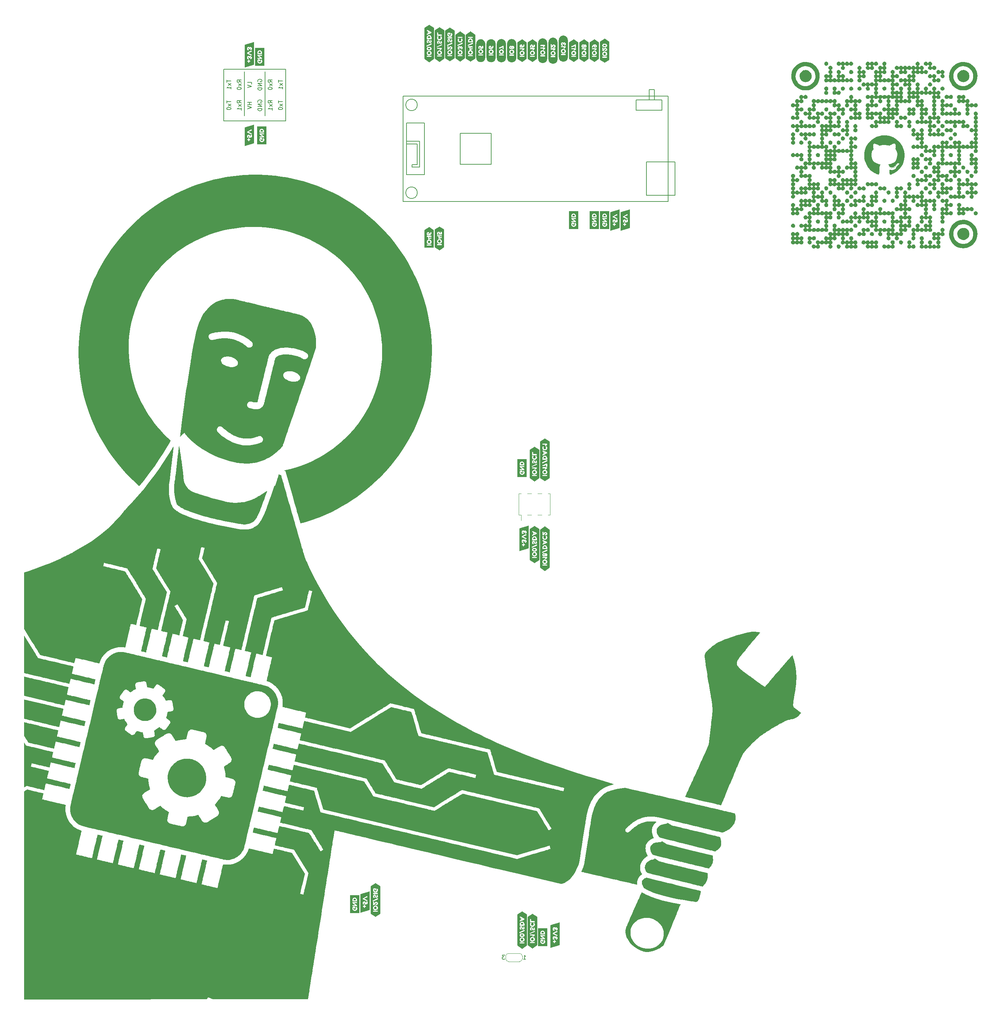
<source format=gbr>
%TF.GenerationSoftware,KiCad,Pcbnew,(6.0.1)*%
%TF.CreationDate,2022-02-22T10:12:00+01:00*%
%TF.ProjectId,ZigerWordClock,5a696765-7257-46f7-9264-436c6f636b2e,rev?*%
%TF.SameCoordinates,Original*%
%TF.FileFunction,Legend,Bot*%
%TF.FilePolarity,Positive*%
%FSLAX46Y46*%
G04 Gerber Fmt 4.6, Leading zero omitted, Abs format (unit mm)*
G04 Created by KiCad (PCBNEW (6.0.1)) date 2022-02-22 10:12:00*
%MOMM*%
%LPD*%
G01*
G04 APERTURE LIST*
%ADD10C,0.200000*%
%ADD11C,0.150000*%
%ADD12C,0.120000*%
G04 APERTURE END LIST*
D10*
X34544000Y-271272000D02*
X65532000Y-271272000D01*
X65532000Y-271272000D02*
X65532000Y-245872000D01*
X65532000Y-245872000D02*
X34544000Y-245872000D01*
X34544000Y-245872000D02*
X34544000Y-271272000D01*
G36*
X34544000Y-271272000D02*
G01*
X65532000Y-271272000D01*
X65532000Y-245872000D01*
X34544000Y-245872000D01*
X34544000Y-271272000D01*
G37*
D11*
%TO.C,U4*%
X95512380Y-50968571D02*
X95036190Y-50635238D01*
X95512380Y-50397142D02*
X94512380Y-50397142D01*
X94512380Y-50778095D01*
X94560000Y-50873333D01*
X94607619Y-50920952D01*
X94702857Y-50968571D01*
X94845714Y-50968571D01*
X94940952Y-50920952D01*
X94988571Y-50873333D01*
X95036190Y-50778095D01*
X95036190Y-50397142D01*
X95512380Y-51301904D02*
X94845714Y-51825714D01*
X94845714Y-51301904D02*
X95512380Y-51825714D01*
X95512380Y-52730476D02*
X95512380Y-52159047D01*
X95512380Y-52444761D02*
X94512380Y-52444761D01*
X94655238Y-52349523D01*
X94750476Y-52254285D01*
X94798095Y-52159047D01*
X92020000Y-50778095D02*
X91972380Y-50682857D01*
X91972380Y-50540000D01*
X92020000Y-50397142D01*
X92115238Y-50301904D01*
X92210476Y-50254285D01*
X92400952Y-50206666D01*
X92543809Y-50206666D01*
X92734285Y-50254285D01*
X92829523Y-50301904D01*
X92924761Y-50397142D01*
X92972380Y-50540000D01*
X92972380Y-50635238D01*
X92924761Y-50778095D01*
X92877142Y-50825714D01*
X92543809Y-50825714D01*
X92543809Y-50635238D01*
X92972380Y-51254285D02*
X91972380Y-51254285D01*
X92972380Y-51825714D01*
X91972380Y-51825714D01*
X92972380Y-52301904D02*
X91972380Y-52301904D01*
X91972380Y-52540000D01*
X92020000Y-52682857D01*
X92115238Y-52778095D01*
X92210476Y-52825714D01*
X92400952Y-52873333D01*
X92543809Y-52873333D01*
X92734285Y-52825714D01*
X92829523Y-52778095D01*
X92924761Y-52682857D01*
X92972380Y-52540000D01*
X92972380Y-52301904D01*
X92020000Y-45698095D02*
X91972380Y-45602857D01*
X91972380Y-45460000D01*
X92020000Y-45317142D01*
X92115238Y-45221904D01*
X92210476Y-45174285D01*
X92400952Y-45126666D01*
X92543809Y-45126666D01*
X92734285Y-45174285D01*
X92829523Y-45221904D01*
X92924761Y-45317142D01*
X92972380Y-45460000D01*
X92972380Y-45555238D01*
X92924761Y-45698095D01*
X92877142Y-45745714D01*
X92543809Y-45745714D01*
X92543809Y-45555238D01*
X92972380Y-46174285D02*
X91972380Y-46174285D01*
X92972380Y-46745714D01*
X91972380Y-46745714D01*
X92972380Y-47221904D02*
X91972380Y-47221904D01*
X91972380Y-47460000D01*
X92020000Y-47602857D01*
X92115238Y-47698095D01*
X92210476Y-47745714D01*
X92400952Y-47793333D01*
X92543809Y-47793333D01*
X92734285Y-47745714D01*
X92829523Y-47698095D01*
X92924761Y-47602857D01*
X92972380Y-47460000D01*
X92972380Y-47221904D01*
X97052380Y-50373333D02*
X97052380Y-50944761D01*
X98052380Y-50659047D02*
X97052380Y-50659047D01*
X98052380Y-51182857D02*
X97385714Y-51706666D01*
X97385714Y-51182857D02*
X98052380Y-51706666D01*
X97052380Y-52278095D02*
X97052380Y-52373333D01*
X97100000Y-52468571D01*
X97147619Y-52516190D01*
X97242857Y-52563809D01*
X97433333Y-52611428D01*
X97671428Y-52611428D01*
X97861904Y-52563809D01*
X97957142Y-52516190D01*
X98004761Y-52468571D01*
X98052380Y-52373333D01*
X98052380Y-52278095D01*
X98004761Y-52182857D01*
X97957142Y-52135238D01*
X97861904Y-52087619D01*
X97671428Y-52040000D01*
X97433333Y-52040000D01*
X97242857Y-52087619D01*
X97147619Y-52135238D01*
X97100000Y-52182857D01*
X97052380Y-52278095D01*
X87892380Y-50968571D02*
X87416190Y-50635238D01*
X87892380Y-50397142D02*
X86892380Y-50397142D01*
X86892380Y-50778095D01*
X86940000Y-50873333D01*
X86987619Y-50920952D01*
X87082857Y-50968571D01*
X87225714Y-50968571D01*
X87320952Y-50920952D01*
X87368571Y-50873333D01*
X87416190Y-50778095D01*
X87416190Y-50397142D01*
X87892380Y-51301904D02*
X87225714Y-51825714D01*
X87225714Y-51301904D02*
X87892380Y-51825714D01*
X87892380Y-52730476D02*
X87892380Y-52159047D01*
X87892380Y-52444761D02*
X86892380Y-52444761D01*
X87035238Y-52349523D01*
X87130476Y-52254285D01*
X87178095Y-52159047D01*
X84352380Y-45293333D02*
X84352380Y-45864761D01*
X85352380Y-45579047D02*
X84352380Y-45579047D01*
X85352380Y-46102857D02*
X84685714Y-46626666D01*
X84685714Y-46102857D02*
X85352380Y-46626666D01*
X85352380Y-47531428D02*
X85352380Y-46960000D01*
X85352380Y-47245714D02*
X84352380Y-47245714D01*
X84495238Y-47150476D01*
X84590476Y-47055238D01*
X84638095Y-46960000D01*
X90432380Y-46340952D02*
X90432380Y-45864761D01*
X89432380Y-45864761D01*
X89432380Y-46531428D02*
X90432380Y-46864761D01*
X89432380Y-47198095D01*
X84352380Y-50373333D02*
X84352380Y-50944761D01*
X85352380Y-50659047D02*
X84352380Y-50659047D01*
X85352380Y-51182857D02*
X84685714Y-51706666D01*
X84685714Y-51182857D02*
X85352380Y-51706666D01*
X84352380Y-52278095D02*
X84352380Y-52373333D01*
X84400000Y-52468571D01*
X84447619Y-52516190D01*
X84542857Y-52563809D01*
X84733333Y-52611428D01*
X84971428Y-52611428D01*
X85161904Y-52563809D01*
X85257142Y-52516190D01*
X85304761Y-52468571D01*
X85352380Y-52373333D01*
X85352380Y-52278095D01*
X85304761Y-52182857D01*
X85257142Y-52135238D01*
X85161904Y-52087619D01*
X84971428Y-52040000D01*
X84733333Y-52040000D01*
X84542857Y-52087619D01*
X84447619Y-52135238D01*
X84400000Y-52182857D01*
X84352380Y-52278095D01*
X90432380Y-50825714D02*
X89432380Y-50825714D01*
X89908571Y-50825714D02*
X89908571Y-51397142D01*
X90432380Y-51397142D02*
X89432380Y-51397142D01*
X89432380Y-51730476D02*
X90432380Y-52063809D01*
X89432380Y-52397142D01*
X97052380Y-45293333D02*
X97052380Y-45864761D01*
X98052380Y-45579047D02*
X97052380Y-45579047D01*
X98052380Y-46102857D02*
X97385714Y-46626666D01*
X97385714Y-46102857D02*
X98052380Y-46626666D01*
X98052380Y-47531428D02*
X98052380Y-46960000D01*
X98052380Y-47245714D02*
X97052380Y-47245714D01*
X97195238Y-47150476D01*
X97290476Y-47055238D01*
X97338095Y-46960000D01*
X87892380Y-45888571D02*
X87416190Y-45555238D01*
X87892380Y-45317142D02*
X86892380Y-45317142D01*
X86892380Y-45698095D01*
X86940000Y-45793333D01*
X86987619Y-45840952D01*
X87082857Y-45888571D01*
X87225714Y-45888571D01*
X87320952Y-45840952D01*
X87368571Y-45793333D01*
X87416190Y-45698095D01*
X87416190Y-45317142D01*
X87892380Y-46221904D02*
X87225714Y-46745714D01*
X87225714Y-46221904D02*
X87892380Y-46745714D01*
X86892380Y-47317142D02*
X86892380Y-47412380D01*
X86940000Y-47507619D01*
X86987619Y-47555238D01*
X87082857Y-47602857D01*
X87273333Y-47650476D01*
X87511428Y-47650476D01*
X87701904Y-47602857D01*
X87797142Y-47555238D01*
X87844761Y-47507619D01*
X87892380Y-47412380D01*
X87892380Y-47317142D01*
X87844761Y-47221904D01*
X87797142Y-47174285D01*
X87701904Y-47126666D01*
X87511428Y-47079047D01*
X87273333Y-47079047D01*
X87082857Y-47126666D01*
X86987619Y-47174285D01*
X86940000Y-47221904D01*
X86892380Y-47317142D01*
X95512380Y-45888571D02*
X95036190Y-45555238D01*
X95512380Y-45317142D02*
X94512380Y-45317142D01*
X94512380Y-45698095D01*
X94560000Y-45793333D01*
X94607619Y-45840952D01*
X94702857Y-45888571D01*
X94845714Y-45888571D01*
X94940952Y-45840952D01*
X94988571Y-45793333D01*
X95036190Y-45698095D01*
X95036190Y-45317142D01*
X95512380Y-46221904D02*
X94845714Y-46745714D01*
X94845714Y-46221904D02*
X95512380Y-46745714D01*
X94512380Y-47317142D02*
X94512380Y-47412380D01*
X94560000Y-47507619D01*
X94607619Y-47555238D01*
X94702857Y-47602857D01*
X94893333Y-47650476D01*
X95131428Y-47650476D01*
X95321904Y-47602857D01*
X95417142Y-47555238D01*
X95464761Y-47507619D01*
X95512380Y-47412380D01*
X95512380Y-47317142D01*
X95464761Y-47221904D01*
X95417142Y-47174285D01*
X95321904Y-47126666D01*
X95131428Y-47079047D01*
X94893333Y-47079047D01*
X94702857Y-47126666D01*
X94607619Y-47174285D01*
X94560000Y-47221904D01*
X94512380Y-47317142D01*
%TO.C,JP1*%
X152733333Y-260452380D02*
X152114285Y-260452380D01*
X152447619Y-260833333D01*
X152304761Y-260833333D01*
X152209523Y-260880952D01*
X152161904Y-260928571D01*
X152114285Y-261023809D01*
X152114285Y-261261904D01*
X152161904Y-261357142D01*
X152209523Y-261404761D01*
X152304761Y-261452380D01*
X152590476Y-261452380D01*
X152685714Y-261404761D01*
X152733333Y-261357142D01*
X157314285Y-261452380D02*
X157885714Y-261452380D01*
X157600000Y-261452380D02*
X157600000Y-260452380D01*
X157695238Y-260595238D01*
X157790476Y-260690476D01*
X157885714Y-260738095D01*
%TO.C,J2*%
X77295333Y-248069380D02*
X77295333Y-248783666D01*
X77342952Y-248926523D01*
X77438190Y-249021761D01*
X77581047Y-249069380D01*
X77676285Y-249069380D01*
X76866761Y-248164619D02*
X76819142Y-248117000D01*
X76723904Y-248069380D01*
X76485809Y-248069380D01*
X76390571Y-248117000D01*
X76342952Y-248164619D01*
X76295333Y-248259857D01*
X76295333Y-248355095D01*
X76342952Y-248497952D01*
X76914380Y-249069380D01*
X76295333Y-249069380D01*
%TO.C,kibuzzard-620DEC17*%
G36*
X174837990Y-38391130D02*
G01*
X174915248Y-38421557D01*
X174979806Y-38472269D01*
X175045291Y-38568908D01*
X175067119Y-38676263D01*
X175045092Y-38783419D01*
X174979013Y-38879463D01*
X174914366Y-38929733D01*
X174837901Y-38959896D01*
X174749619Y-38969950D01*
X174661336Y-38959808D01*
X174584872Y-38929381D01*
X174520225Y-38878669D01*
X174454145Y-38782030D01*
X174432119Y-38674675D01*
X174453550Y-38567519D01*
X174517844Y-38471475D01*
X174581520Y-38421204D01*
X174658249Y-38391042D01*
X174748031Y-38380988D01*
X174837990Y-38391130D01*
G37*
G36*
X175020288Y-36857781D02*
G01*
X175056006Y-36874450D01*
X175092519Y-36976050D01*
X175065928Y-37067728D01*
X174986156Y-37098287D01*
X174917894Y-37070506D01*
X174886144Y-36980812D01*
X174915513Y-36886356D01*
X174974250Y-36853812D01*
X175020288Y-36857781D01*
G37*
G36*
X174752000Y-40890075D02*
G01*
X173638501Y-40147743D01*
X173638501Y-39495413D01*
X174170181Y-39495413D01*
X174185262Y-39583519D01*
X174230506Y-39625588D01*
X174311469Y-39635113D01*
X175194119Y-39635113D01*
X175248888Y-39632731D01*
X175290956Y-39617650D01*
X175323103Y-39575581D01*
X175333819Y-39493825D01*
X175319134Y-39405322D01*
X175275081Y-39362063D01*
X175192531Y-39354125D01*
X174309881Y-39354125D01*
X174254319Y-39356506D01*
X174213044Y-39371588D01*
X174180897Y-39413656D01*
X174170181Y-39495413D01*
X173638501Y-39495413D01*
X173638501Y-38671500D01*
X174151131Y-38671500D01*
X174162045Y-38787636D01*
X174194787Y-38894742D01*
X174249358Y-38992820D01*
X174325756Y-39081869D01*
X174417236Y-39155836D01*
X174517050Y-39208670D01*
X174625198Y-39240371D01*
X174741681Y-39250938D01*
X174869277Y-39239031D01*
X174988538Y-39203313D01*
X175094305Y-39147750D01*
X175181419Y-39076313D01*
X175250872Y-38990984D01*
X175303656Y-38893750D01*
X175336994Y-38788975D01*
X175348106Y-38681025D01*
X175337490Y-38567420D01*
X175305641Y-38461553D01*
X175252559Y-38363426D01*
X175178244Y-38273038D01*
X175088203Y-38197334D01*
X174987942Y-38143259D01*
X174877462Y-38110815D01*
X174756763Y-38100000D01*
X174635616Y-38110319D01*
X174523797Y-38141275D01*
X174421304Y-38192869D01*
X174328137Y-38265100D01*
X174250697Y-38352412D01*
X174195383Y-38449250D01*
X174162194Y-38555613D01*
X174151131Y-38671500D01*
X173638501Y-38671500D01*
X173638501Y-37618987D01*
X174167006Y-37618987D01*
X174177325Y-37698759D01*
X174208281Y-37741225D01*
X174251938Y-37756306D01*
X174309881Y-37758687D01*
X174876619Y-37758687D01*
X174857569Y-37779325D01*
X174808356Y-37890450D01*
X174863919Y-37986494D01*
X174962344Y-38036500D01*
X175056006Y-37979350D01*
X175290956Y-37719000D01*
X175294131Y-37714237D01*
X175335406Y-37624544D01*
X175327469Y-37549137D01*
X175309213Y-37507862D01*
X175275081Y-37485637D01*
X175190944Y-37477700D01*
X174306706Y-37477700D01*
X174251938Y-37480081D01*
X174209869Y-37495162D01*
X174177722Y-37537231D01*
X174167006Y-37618987D01*
X173638501Y-37618987D01*
X173638501Y-37214175D01*
X174168594Y-37214175D01*
X174184469Y-37299900D01*
X174229316Y-37333237D01*
X174309881Y-37344350D01*
X174397987Y-37329269D01*
X174440056Y-37284025D01*
X174449581Y-37191950D01*
X174471806Y-37065744D01*
X174525781Y-36971287D01*
X174587694Y-36915328D01*
X174643256Y-36883975D01*
X174665481Y-36876037D01*
X174638494Y-36995100D01*
X174650047Y-37093966D01*
X174684708Y-37183131D01*
X174742475Y-37262594D01*
X174814706Y-37324771D01*
X174892758Y-37362077D01*
X174976631Y-37374512D01*
X175077702Y-37361812D01*
X175167131Y-37323712D01*
X175244919Y-37260212D01*
X175304891Y-37178544D01*
X175340874Y-37085940D01*
X175352869Y-36982400D01*
X175338140Y-36855224D01*
X175293955Y-36750978D01*
X175220313Y-36669662D01*
X175123387Y-36611454D01*
X175009351Y-36576529D01*
X174878206Y-36564887D01*
X174760922Y-36571745D01*
X174651638Y-36592319D01*
X174550356Y-36626609D01*
X174457074Y-36674615D01*
X174371794Y-36736337D01*
X174298642Y-36809934D01*
X174241746Y-36893563D01*
X174201106Y-36987226D01*
X174176722Y-37090921D01*
X174168594Y-37204650D01*
X174168594Y-37214175D01*
X173638501Y-37214175D01*
X173638501Y-36052257D01*
X174752000Y-35309925D01*
X175865499Y-36052257D01*
X175865499Y-40147743D01*
X174752000Y-40890075D01*
G37*
%TO.C,kibuzzard-620DED33*%
G36*
X154739181Y-37213381D02*
G01*
X154766963Y-37293550D01*
X154739975Y-37372131D01*
X154680444Y-37397531D01*
X154619325Y-37369750D01*
X154590750Y-37290375D01*
X154619325Y-37212587D01*
X154679650Y-37186394D01*
X154739181Y-37213381D01*
G37*
G36*
X154297062Y-37187187D02*
G01*
X154335162Y-37291962D01*
X154297856Y-37397531D01*
X154216100Y-37434044D01*
X154133550Y-37397531D01*
X154095450Y-37291169D01*
X154133550Y-37186394D01*
X154215306Y-37151469D01*
X154297062Y-37187187D01*
G37*
G36*
X154517196Y-38085536D02*
G01*
X154594454Y-38115963D01*
X154659013Y-38166675D01*
X154724497Y-38263314D01*
X154746325Y-38370669D01*
X154724298Y-38477825D01*
X154658219Y-38573869D01*
X154593572Y-38624140D01*
X154517108Y-38654302D01*
X154428825Y-38664356D01*
X154340542Y-38654214D01*
X154264078Y-38623787D01*
X154199431Y-38573075D01*
X154133352Y-38476436D01*
X154111325Y-38369081D01*
X154132756Y-38261925D01*
X154197050Y-38165881D01*
X154260726Y-38115610D01*
X154337456Y-38085448D01*
X154427237Y-38075394D01*
X154517196Y-38085536D01*
G37*
G36*
X155544087Y-39951680D02*
G01*
X155527996Y-40060156D01*
X155501350Y-40166533D01*
X155464406Y-40269785D01*
X155417519Y-40368920D01*
X155361140Y-40462981D01*
X155295814Y-40551063D01*
X155222169Y-40632318D01*
X155140914Y-40705963D01*
X155052832Y-40771289D01*
X154958771Y-40827667D01*
X154859636Y-40874554D01*
X154756384Y-40911499D01*
X154650007Y-40938145D01*
X154541531Y-40954236D01*
X154432000Y-40959617D01*
X154322469Y-40954236D01*
X154213993Y-40938145D01*
X154107616Y-40911499D01*
X154004364Y-40874554D01*
X153905229Y-40827667D01*
X153811168Y-40771289D01*
X153723086Y-40705963D01*
X153641831Y-40632318D01*
X153568186Y-40551063D01*
X153502860Y-40462981D01*
X153446481Y-40368920D01*
X153399594Y-40269785D01*
X153362650Y-40166533D01*
X153336004Y-40060156D01*
X153319913Y-39951680D01*
X153314532Y-39842149D01*
X153314532Y-39189819D01*
X153849387Y-39189819D01*
X153864469Y-39277925D01*
X153909712Y-39319994D01*
X153990675Y-39329519D01*
X154873325Y-39329519D01*
X154928094Y-39327137D01*
X154970163Y-39312056D01*
X155002309Y-39269987D01*
X155013025Y-39188231D01*
X154998341Y-39099728D01*
X154954288Y-39056469D01*
X154871738Y-39048531D01*
X153989087Y-39048531D01*
X153933525Y-39050912D01*
X153892250Y-39065994D01*
X153860103Y-39108062D01*
X153849387Y-39189819D01*
X153314532Y-39189819D01*
X153314532Y-38365906D01*
X153830337Y-38365906D01*
X153841252Y-38482042D01*
X153873994Y-38589148D01*
X153928564Y-38687226D01*
X154004962Y-38776275D01*
X154096442Y-38850243D01*
X154196256Y-38903077D01*
X154304405Y-38934777D01*
X154420887Y-38945344D01*
X154548483Y-38933437D01*
X154667744Y-38897719D01*
X154773511Y-38842156D01*
X154860625Y-38770719D01*
X154930078Y-38685391D01*
X154982863Y-38588156D01*
X155016200Y-38483381D01*
X155027313Y-38375431D01*
X155016696Y-38261826D01*
X154984847Y-38155959D01*
X154931765Y-38057832D01*
X154857450Y-37967444D01*
X154767409Y-37891740D01*
X154667148Y-37837666D01*
X154556668Y-37805221D01*
X154435969Y-37794406D01*
X154314823Y-37804725D01*
X154203003Y-37835681D01*
X154100510Y-37887275D01*
X154007344Y-37959506D01*
X153929904Y-38046819D01*
X153874589Y-38143656D01*
X153841400Y-38250019D01*
X153830337Y-38365906D01*
X153314532Y-38365906D01*
X153314532Y-37292756D01*
X153827162Y-37292756D01*
X153839157Y-37397972D01*
X153875140Y-37495603D01*
X153935112Y-37585650D01*
X154015017Y-37657528D01*
X154110796Y-37700656D01*
X154222450Y-37715031D01*
X154288133Y-37706895D01*
X154351831Y-37682487D01*
X154443113Y-37618194D01*
X154473275Y-37584856D01*
X154498675Y-37611844D01*
X154567731Y-37653912D01*
X154678063Y-37680106D01*
X154775782Y-37667053D01*
X154861507Y-37627895D01*
X154935238Y-37562631D01*
X154991682Y-37480081D01*
X155025549Y-37389065D01*
X155036838Y-37289581D01*
X155025372Y-37190451D01*
X154990976Y-37100492D01*
X154933650Y-37019706D01*
X154858508Y-36956206D01*
X154770667Y-36918106D01*
X154670125Y-36905406D01*
X154573288Y-36928425D01*
X154498675Y-36975256D01*
X154473275Y-36999069D01*
X154440731Y-36963350D01*
X154354212Y-36906200D01*
X154288728Y-36879411D01*
X154222450Y-36870481D01*
X154111590Y-36884857D01*
X154016075Y-36927984D01*
X153935906Y-36999862D01*
X153875493Y-37089909D01*
X153839245Y-37187540D01*
X153827162Y-37292756D01*
X153314532Y-37292756D01*
X153314532Y-36357851D01*
X153319913Y-36248320D01*
X153336004Y-36139844D01*
X153362650Y-36033467D01*
X153399594Y-35930215D01*
X153446481Y-35831080D01*
X153502860Y-35737019D01*
X153568186Y-35648937D01*
X153641831Y-35567682D01*
X153723086Y-35494037D01*
X153811168Y-35428711D01*
X153905229Y-35372333D01*
X154004364Y-35325446D01*
X154107616Y-35288501D01*
X154213993Y-35261855D01*
X154322469Y-35245764D01*
X154432000Y-35240383D01*
X154541531Y-35245764D01*
X154650007Y-35261855D01*
X154756384Y-35288501D01*
X154859636Y-35325446D01*
X154958771Y-35372333D01*
X155052832Y-35428711D01*
X155140914Y-35494037D01*
X155222169Y-35567682D01*
X155295814Y-35648937D01*
X155361140Y-35737019D01*
X155417519Y-35831080D01*
X155464406Y-35930215D01*
X155501350Y-36033467D01*
X155527996Y-36139844D01*
X155544087Y-36248320D01*
X155549468Y-36357851D01*
X155549468Y-39842149D01*
X155544087Y-39951680D01*
G37*
%TO.C,kibuzzard-620DED0B*%
G36*
X149187694Y-37193537D02*
G01*
X149219444Y-37282437D01*
X149190075Y-37376100D01*
X149130544Y-37408644D01*
X149084506Y-37404675D01*
X149049581Y-37389594D01*
X149013069Y-37287994D01*
X149039659Y-37196316D01*
X149119431Y-37165756D01*
X149187694Y-37193537D01*
G37*
G36*
X150458557Y-39933673D02*
G01*
X150442546Y-40041610D01*
X150416033Y-40147457D01*
X150379272Y-40250197D01*
X150332618Y-40348838D01*
X150276521Y-40442431D01*
X150211519Y-40530076D01*
X150138240Y-40610927D01*
X150057389Y-40684206D01*
X149969745Y-40749207D01*
X149876151Y-40805305D01*
X149777510Y-40851959D01*
X149674771Y-40888719D01*
X149568923Y-40915233D01*
X149460986Y-40931244D01*
X149352000Y-40936598D01*
X149243014Y-40931244D01*
X149135077Y-40915233D01*
X149029229Y-40888719D01*
X148926490Y-40851959D01*
X148827849Y-40805305D01*
X148734255Y-40749207D01*
X148646611Y-40684206D01*
X148565760Y-40610927D01*
X148492481Y-40530076D01*
X148427479Y-40442431D01*
X148371382Y-40348838D01*
X148324728Y-40250197D01*
X148287967Y-40147457D01*
X148261454Y-40041610D01*
X148245443Y-39933673D01*
X148240089Y-39824686D01*
X148240089Y-39172356D01*
X148773356Y-39172356D01*
X148788437Y-39260463D01*
X148833681Y-39302531D01*
X148914644Y-39312056D01*
X149797294Y-39312056D01*
X149852062Y-39309675D01*
X149894131Y-39294594D01*
X149926278Y-39252525D01*
X149936994Y-39170769D01*
X149922309Y-39082266D01*
X149878256Y-39039006D01*
X149795706Y-39031069D01*
X148913056Y-39031069D01*
X148857494Y-39033450D01*
X148816219Y-39048531D01*
X148784072Y-39090600D01*
X148773356Y-39172356D01*
X148240089Y-39172356D01*
X148240089Y-38348444D01*
X148754306Y-38348444D01*
X148765220Y-38464579D01*
X148797962Y-38571686D01*
X148852533Y-38669764D01*
X148928931Y-38758813D01*
X149020411Y-38832780D01*
X149120225Y-38885614D01*
X149228373Y-38917314D01*
X149344856Y-38927881D01*
X149472452Y-38915975D01*
X149591713Y-38880256D01*
X149697480Y-38824694D01*
X149784594Y-38753256D01*
X149854047Y-38667928D01*
X149906831Y-38570694D01*
X149940169Y-38465919D01*
X149951281Y-38357969D01*
X149940665Y-38244363D01*
X149908816Y-38138497D01*
X149855734Y-38040370D01*
X149781419Y-37949981D01*
X149691378Y-37874277D01*
X149591117Y-37820203D01*
X149480637Y-37787759D01*
X149359938Y-37776944D01*
X149238791Y-37787262D01*
X149126972Y-37818219D01*
X149024479Y-37869812D01*
X148931312Y-37942044D01*
X148853872Y-38029356D01*
X148798558Y-38126194D01*
X148765369Y-38232556D01*
X148754306Y-38348444D01*
X148240089Y-38348444D01*
X148240089Y-37281644D01*
X148752719Y-37281644D01*
X148767447Y-37407938D01*
X148811633Y-37511655D01*
X148885275Y-37592794D01*
X148982201Y-37651002D01*
X149096236Y-37685927D01*
X149227381Y-37697569D01*
X149344666Y-37690679D01*
X149453949Y-37670010D01*
X149555232Y-37635561D01*
X149648513Y-37587333D01*
X149733794Y-37525325D01*
X149806946Y-37451379D01*
X149863842Y-37367337D01*
X149904482Y-37273198D01*
X149928866Y-37168963D01*
X149936994Y-37054631D01*
X149921913Y-36966525D01*
X149876669Y-36929219D01*
X149800469Y-36919694D01*
X149727444Y-36927631D01*
X149686169Y-36946681D01*
X149665531Y-36978431D01*
X149656006Y-37070506D01*
X149633781Y-37196712D01*
X149579806Y-37292756D01*
X149517894Y-37349112D01*
X149462331Y-37378481D01*
X149440106Y-37386419D01*
X149467094Y-37268944D01*
X149455540Y-37169196D01*
X149420880Y-37079502D01*
X149363113Y-36999862D01*
X149290881Y-36937685D01*
X149212829Y-36900379D01*
X149128956Y-36887944D01*
X149027885Y-36900732D01*
X148938456Y-36939097D01*
X148860669Y-37003037D01*
X148800697Y-37085147D01*
X148764713Y-37178015D01*
X148752719Y-37281644D01*
X148240089Y-37281644D01*
X148240089Y-36375314D01*
X148245443Y-36266327D01*
X148261454Y-36158390D01*
X148287967Y-36052543D01*
X148324728Y-35949803D01*
X148371382Y-35851162D01*
X148427479Y-35757569D01*
X148492481Y-35669924D01*
X148565760Y-35589073D01*
X148646611Y-35515794D01*
X148734255Y-35450793D01*
X148827849Y-35394695D01*
X148926490Y-35348041D01*
X149029229Y-35311281D01*
X149135077Y-35284767D01*
X149243014Y-35268756D01*
X149352000Y-35263402D01*
X149460986Y-35268756D01*
X149568923Y-35284767D01*
X149674771Y-35311281D01*
X149777510Y-35348041D01*
X149876151Y-35394695D01*
X149969745Y-35450793D01*
X150057389Y-35515794D01*
X150138240Y-35589073D01*
X150211519Y-35669924D01*
X150276521Y-35757569D01*
X150332618Y-35851162D01*
X150379272Y-35949803D01*
X150416033Y-36052543D01*
X150442546Y-36158390D01*
X150458557Y-36266327D01*
X150463911Y-36375314D01*
X150463911Y-39824686D01*
X150458557Y-39933673D01*
G37*
G36*
X149441165Y-38068074D02*
G01*
X149518423Y-38098501D01*
X149582981Y-38149213D01*
X149648466Y-38245852D01*
X149670294Y-38353206D01*
X149648267Y-38460363D01*
X149582188Y-38556406D01*
X149517541Y-38606677D01*
X149441076Y-38636840D01*
X149352794Y-38646894D01*
X149264511Y-38636751D01*
X149188047Y-38606324D01*
X149123400Y-38555613D01*
X149057320Y-38458973D01*
X149035294Y-38351619D01*
X149056725Y-38244463D01*
X149121019Y-38148419D01*
X149184695Y-38098148D01*
X149261424Y-38067985D01*
X149351206Y-38057931D01*
X149441165Y-38068074D01*
G37*
%TO.C,kibuzzard-620DF0B9*%
G36*
X92570895Y-38270061D02*
G01*
X92667931Y-38337331D01*
X92732820Y-38434764D01*
X92754450Y-38547675D01*
X92754450Y-38700075D01*
X92154375Y-38700075D01*
X92154375Y-38546087D01*
X92175608Y-38437344D01*
X92239306Y-38339712D01*
X92335152Y-38270656D01*
X92452825Y-38247637D01*
X92570895Y-38270061D01*
G37*
G36*
X91343295Y-41793980D02*
G01*
X91343295Y-40695563D01*
X91855925Y-40695563D01*
X91867087Y-40809962D01*
X91900573Y-40916622D01*
X91956384Y-41015543D01*
X92034519Y-41106725D01*
X92128429Y-41183123D01*
X92231567Y-41237694D01*
X92343932Y-41270436D01*
X92465525Y-41281350D01*
X92586522Y-41270238D01*
X92697102Y-41236900D01*
X92797263Y-41181338D01*
X92887006Y-41103550D01*
X92960974Y-41010681D01*
X93013808Y-40909875D01*
X93045508Y-40801131D01*
X93056075Y-40684450D01*
X93042317Y-40561860D01*
X93001042Y-40443856D01*
X92932250Y-40330438D01*
X92861606Y-40287575D01*
X92771913Y-40324088D01*
X92708809Y-40383222D01*
X92687775Y-40436800D01*
X92731431Y-40533638D01*
X92764173Y-40606663D01*
X92775088Y-40692388D01*
X92753855Y-40806291D01*
X92690156Y-40906700D01*
X92592128Y-40976947D01*
X92467906Y-41000363D01*
X92380947Y-40989779D01*
X92303159Y-40958029D01*
X92234544Y-40905113D01*
X92162511Y-40803513D01*
X92138500Y-40689213D01*
X92145644Y-40606266D01*
X92167075Y-40532050D01*
X92340112Y-40532050D01*
X92340112Y-40657463D01*
X92352812Y-40727313D01*
X92390119Y-40754300D01*
X92456794Y-40760650D01*
X92524263Y-40753506D01*
X92559188Y-40727313D01*
X92573475Y-40651113D01*
X92573475Y-40371713D01*
X92529025Y-40266938D01*
X92440125Y-40251063D01*
X92090875Y-40251063D01*
X91994037Y-40295513D01*
X91933613Y-40370522D01*
X91890453Y-40462200D01*
X91864557Y-40570547D01*
X91855925Y-40695563D01*
X91343295Y-40695563D01*
X91343295Y-39985950D01*
X91871800Y-39985950D01*
X91882516Y-40065325D01*
X91914662Y-40106600D01*
X91957525Y-40121681D01*
X92013087Y-40124062D01*
X92898913Y-40124062D01*
X92987019Y-40108981D01*
X93024325Y-40063738D01*
X93033850Y-39985950D01*
X93025119Y-39910544D01*
X93005275Y-39871650D01*
X92964000Y-39835138D01*
X92820728Y-39729657D01*
X92694654Y-39636524D01*
X92585778Y-39555737D01*
X92494100Y-39487299D01*
X92419620Y-39431207D01*
X92362337Y-39387462D01*
X92898913Y-39387462D01*
X92987019Y-39372381D01*
X93024325Y-39327137D01*
X93033850Y-39251731D01*
X93025913Y-39178706D01*
X93006863Y-39137431D01*
X92973525Y-39117587D01*
X92892563Y-39108062D01*
X92011500Y-39108062D01*
X91955938Y-39110444D01*
X91914662Y-39125525D01*
X91882516Y-39167594D01*
X91871800Y-39249350D01*
X91881325Y-39335075D01*
X91911487Y-39374762D01*
X92061065Y-39487034D01*
X92192299Y-39585724D01*
X92305187Y-39670831D01*
X92399732Y-39742357D01*
X92475932Y-39800301D01*
X92533788Y-39844663D01*
X92011500Y-39844663D01*
X91955938Y-39847044D01*
X91914662Y-39862125D01*
X91882516Y-39904194D01*
X91871800Y-39985950D01*
X91343295Y-39985950D01*
X91343295Y-38841362D01*
X91873387Y-38841362D01*
X91883309Y-38919944D01*
X91913075Y-38962012D01*
X92014675Y-38981062D01*
X92897325Y-38981062D01*
X92952888Y-38978681D01*
X92994163Y-38963600D01*
X93026309Y-38921531D01*
X93037025Y-38839775D01*
X93035438Y-38546087D01*
X93025069Y-38434466D01*
X92993964Y-38329791D01*
X92942122Y-38232060D01*
X92869544Y-38141275D01*
X92781834Y-38064877D01*
X92684600Y-38010306D01*
X92577841Y-37977564D01*
X92461556Y-37966650D01*
X92344825Y-37977316D01*
X92236727Y-38009314D01*
X92137260Y-38062644D01*
X92046425Y-38137306D01*
X91970721Y-38227149D01*
X91916647Y-38326020D01*
X91884202Y-38433921D01*
X91873387Y-38550850D01*
X91873387Y-38841362D01*
X91343295Y-38841362D01*
X91343295Y-37454020D01*
X93568705Y-37454020D01*
X93568705Y-41793980D01*
X91343295Y-41793980D01*
G37*
%TO.C,kibuzzard-620DECE9*%
G36*
X146901958Y-38044261D02*
G01*
X146979217Y-38074688D01*
X147043775Y-38125400D01*
X147109259Y-38222039D01*
X147131088Y-38329394D01*
X147109061Y-38436550D01*
X147042981Y-38532594D01*
X146978335Y-38582865D01*
X146901870Y-38613027D01*
X146813588Y-38623081D01*
X146725305Y-38612939D01*
X146648840Y-38582512D01*
X146584194Y-38531800D01*
X146518114Y-38435161D01*
X146496087Y-38327806D01*
X146517519Y-38220650D01*
X146581812Y-38124606D01*
X146645489Y-38074335D01*
X146722218Y-38044173D01*
X146812000Y-38034119D01*
X146901958Y-38044261D01*
G37*
G36*
X147919347Y-39909938D02*
G01*
X147903325Y-40017952D01*
X147876792Y-40123875D01*
X147840006Y-40226688D01*
X147793318Y-40325400D01*
X147737181Y-40419060D01*
X147672133Y-40506767D01*
X147598801Y-40587675D01*
X147517893Y-40661007D01*
X147430186Y-40726055D01*
X147336526Y-40782192D01*
X147237814Y-40828880D01*
X147135001Y-40865666D01*
X147029078Y-40892199D01*
X146921064Y-40908221D01*
X146812000Y-40913579D01*
X146702936Y-40908221D01*
X146594922Y-40892199D01*
X146488999Y-40865666D01*
X146386186Y-40828880D01*
X146287474Y-40782192D01*
X146193814Y-40726055D01*
X146106107Y-40661007D01*
X146025199Y-40587675D01*
X145951867Y-40506767D01*
X145886819Y-40419060D01*
X145830682Y-40325400D01*
X145783994Y-40226688D01*
X145747208Y-40123875D01*
X145720675Y-40017952D01*
X145704653Y-39909938D01*
X145699295Y-39800874D01*
X145699295Y-39148544D01*
X146234150Y-39148544D01*
X146249231Y-39236650D01*
X146294475Y-39278719D01*
X146375437Y-39288244D01*
X147258088Y-39288244D01*
X147312856Y-39285863D01*
X147354925Y-39270781D01*
X147387072Y-39228713D01*
X147397788Y-39146956D01*
X147383103Y-39058453D01*
X147339050Y-39015194D01*
X147256500Y-39007256D01*
X146373850Y-39007256D01*
X146318287Y-39009638D01*
X146277012Y-39024719D01*
X146244866Y-39066788D01*
X146234150Y-39148544D01*
X145699295Y-39148544D01*
X145699295Y-38324631D01*
X146215100Y-38324631D01*
X146226014Y-38440767D01*
X146258756Y-38547873D01*
X146313327Y-38645951D01*
X146389725Y-38735000D01*
X146481205Y-38808968D01*
X146581019Y-38861802D01*
X146689167Y-38893502D01*
X146805650Y-38904069D01*
X146933245Y-38892163D01*
X147052506Y-38856444D01*
X147158273Y-38800881D01*
X147245388Y-38729444D01*
X147314841Y-38644116D01*
X147367625Y-38546881D01*
X147400963Y-38442106D01*
X147412075Y-38334156D01*
X147401459Y-38220551D01*
X147369609Y-38114684D01*
X147316527Y-38016557D01*
X147242213Y-37926169D01*
X147152171Y-37850465D01*
X147051911Y-37796391D01*
X146941431Y-37763946D01*
X146820731Y-37753131D01*
X146699585Y-37763450D01*
X146587766Y-37794406D01*
X146485273Y-37846000D01*
X146392106Y-37918231D01*
X146314666Y-38005544D01*
X146259352Y-38102381D01*
X146226163Y-38208744D01*
X146215100Y-38324631D01*
X145699295Y-38324631D01*
X145699295Y-37310219D01*
X146211925Y-37310219D01*
X146220215Y-37405469D01*
X146245086Y-37494369D01*
X146286537Y-37576919D01*
X146316700Y-37616606D01*
X146327812Y-37629306D01*
X146423062Y-37689631D01*
X146526250Y-37630894D01*
X146578637Y-37538819D01*
X146527837Y-37432456D01*
X146494500Y-37333238D01*
X146524662Y-37228463D01*
X146608006Y-37194331D01*
X146692144Y-37231638D01*
X146723100Y-37316569D01*
X146694525Y-37392769D01*
X146658012Y-37479288D01*
X146688175Y-37579300D01*
X146736594Y-37653119D01*
X146775487Y-37670581D01*
X146849703Y-37662644D01*
X147031075Y-37638831D01*
X147209669Y-37614622D01*
X147275550Y-37605494D01*
X147308888Y-37594381D01*
X147351750Y-37571363D01*
X147385881Y-37530088D01*
X147400963Y-37465794D01*
X147399375Y-37224494D01*
X147399375Y-37075269D01*
X147396994Y-37019706D01*
X147381913Y-36978431D01*
X147339050Y-36946284D01*
X147254913Y-36935569D01*
X147178316Y-36945491D01*
X147139025Y-36975256D01*
X147123944Y-37014150D01*
X147121563Y-37065744D01*
X147121563Y-37343556D01*
X147000913Y-37359431D01*
X147004088Y-37303869D01*
X146991476Y-37206678D01*
X146953640Y-37116191D01*
X146890581Y-37032406D01*
X146809266Y-36965378D01*
X146716662Y-36925162D01*
X146612769Y-36911756D01*
X146508347Y-36924456D01*
X146414155Y-36962556D01*
X146330194Y-37026056D01*
X146264489Y-37108430D01*
X146225066Y-37203151D01*
X146211925Y-37310219D01*
X145699295Y-37310219D01*
X145699295Y-36399126D01*
X145704653Y-36290062D01*
X145720675Y-36182048D01*
X145747208Y-36076125D01*
X145783994Y-35973312D01*
X145830682Y-35874600D01*
X145886819Y-35780940D01*
X145951867Y-35693233D01*
X146025199Y-35612325D01*
X146106107Y-35538993D01*
X146193814Y-35473945D01*
X146287474Y-35417808D01*
X146386186Y-35371120D01*
X146488999Y-35334334D01*
X146594922Y-35307801D01*
X146702936Y-35291779D01*
X146812000Y-35286421D01*
X146921064Y-35291779D01*
X147029078Y-35307801D01*
X147135001Y-35334334D01*
X147237814Y-35371120D01*
X147336526Y-35417808D01*
X147430186Y-35473945D01*
X147517893Y-35538993D01*
X147598801Y-35612325D01*
X147672133Y-35693233D01*
X147737181Y-35780940D01*
X147793318Y-35874600D01*
X147840006Y-35973312D01*
X147876792Y-36076125D01*
X147903325Y-36182048D01*
X147919347Y-36290062D01*
X147924705Y-36399126D01*
X147924705Y-39800874D01*
X147919347Y-39909938D01*
G37*
%TO.C,kibuzzard-620DEA86*%
G36*
X141732000Y-40780538D02*
G01*
X140554207Y-39995343D01*
X140554207Y-39343013D01*
X141155737Y-39343013D01*
X141170819Y-39431119D01*
X141216062Y-39473188D01*
X141297025Y-39482713D01*
X142179675Y-39482713D01*
X142234444Y-39480331D01*
X142276513Y-39465250D01*
X142308659Y-39423181D01*
X142319375Y-39341425D01*
X142304691Y-39252922D01*
X142260638Y-39209663D01*
X142178088Y-39201725D01*
X141295437Y-39201725D01*
X141239875Y-39204106D01*
X141198600Y-39219188D01*
X141166453Y-39261256D01*
X141155737Y-39343013D01*
X140554207Y-39343013D01*
X140554207Y-38519100D01*
X141136687Y-38519100D01*
X141147602Y-38635236D01*
X141180344Y-38742342D01*
X141234914Y-38840420D01*
X141311312Y-38929469D01*
X141402792Y-39003436D01*
X141502606Y-39056270D01*
X141610755Y-39087971D01*
X141727237Y-39098537D01*
X141854833Y-39086631D01*
X141974094Y-39050913D01*
X142079861Y-38995350D01*
X142166975Y-38923913D01*
X142236428Y-38838584D01*
X142289213Y-38741350D01*
X142322550Y-38636575D01*
X142333663Y-38528625D01*
X142323046Y-38415020D01*
X142291197Y-38309153D01*
X142238115Y-38211026D01*
X142163800Y-38120638D01*
X142073759Y-38044934D01*
X141973498Y-37990859D01*
X141863018Y-37958415D01*
X141742319Y-37947600D01*
X141621173Y-37957919D01*
X141509353Y-37988875D01*
X141406860Y-38040469D01*
X141313694Y-38112700D01*
X141236254Y-38200013D01*
X141180939Y-38296850D01*
X141147750Y-38403213D01*
X141136687Y-38519100D01*
X140554207Y-38519100D01*
X140554207Y-37428488D01*
X141135100Y-37428488D01*
X141147447Y-37548432D01*
X141184489Y-37654265D01*
X141246225Y-37745988D01*
X141295834Y-37790834D01*
X141358937Y-37830125D01*
X141400212Y-37847588D01*
X141416087Y-37850763D01*
X141501812Y-37868225D01*
X141570869Y-37829331D01*
X141593887Y-37712650D01*
X141578012Y-37628513D01*
X141495462Y-37580888D01*
X141419262Y-37493575D01*
X141409737Y-37426900D01*
X141418270Y-37353875D01*
X141443869Y-37303075D01*
X141520862Y-37263388D01*
X141596269Y-37302281D01*
X141628812Y-37394356D01*
X141631987Y-37466588D01*
X141647862Y-37507863D01*
X141688741Y-37540009D01*
X141770100Y-37550725D01*
X141858603Y-37536041D01*
X141901863Y-37491988D01*
X141909800Y-37409438D01*
X141925278Y-37318950D01*
X141971713Y-37288788D01*
X142035213Y-37320538D01*
X142065375Y-37408644D01*
X142046325Y-37498338D01*
X142008225Y-37539613D01*
X141989175Y-37549138D01*
X141929644Y-37593588D01*
X141909800Y-37653913D01*
X141938375Y-37741225D01*
X141987984Y-37800756D01*
X142044738Y-37820600D01*
X142152688Y-37784088D01*
X142202694Y-37749163D01*
X142265400Y-37683281D01*
X142314613Y-37578506D01*
X142331281Y-37507267D01*
X142336838Y-37428488D01*
X142324490Y-37307485D01*
X142287449Y-37204826D01*
X142225713Y-37120513D01*
X142148542Y-37057894D01*
X142065199Y-37020324D01*
X141975681Y-37007800D01*
X141891632Y-37021558D01*
X141824692Y-37062833D01*
X141774863Y-37131625D01*
X141763750Y-37131625D01*
X141729619Y-37084794D01*
X141678025Y-37034787D01*
X141606587Y-36995497D01*
X141525625Y-36982400D01*
X141418998Y-36996511D01*
X141325600Y-37038844D01*
X141245431Y-37109400D01*
X141184136Y-37201299D01*
X141147359Y-37307661D01*
X141135100Y-37428488D01*
X140554207Y-37428488D01*
X140554207Y-36750625D01*
X141066837Y-36750625D01*
X141090650Y-36830000D01*
X141132719Y-36900644D01*
X141173200Y-36918900D01*
X141252575Y-36899850D01*
X142320963Y-36388675D01*
X142390813Y-36334700D01*
X142397163Y-36297394D01*
X142371763Y-36217225D01*
X142328503Y-36152931D01*
X142281275Y-36131500D01*
X142201900Y-36153725D01*
X141143037Y-36663312D01*
X141103350Y-36683156D01*
X141078744Y-36706969D01*
X141066837Y-36750625D01*
X140554207Y-36750625D01*
X140554207Y-35460781D01*
X141139862Y-35460781D01*
X141144823Y-35536584D01*
X141159706Y-35613181D01*
X141186297Y-35691366D01*
X141226381Y-35771931D01*
X141278372Y-35849520D01*
X141340681Y-35918775D01*
X141417675Y-35978108D01*
X141513719Y-36025931D01*
X141623852Y-36057483D01*
X141743113Y-36068000D01*
X141861183Y-36057681D01*
X141967744Y-36026725D01*
X142059819Y-35979695D01*
X142134431Y-35921156D01*
X142194955Y-35852298D01*
X142244763Y-35774312D01*
X142292388Y-35670419D01*
X142320963Y-35566174D01*
X142330488Y-35461575D01*
X142324733Y-35386367D01*
X142307469Y-35309969D01*
X142260638Y-35193287D01*
X142238413Y-35155187D01*
X142209838Y-35110737D01*
X142134431Y-35069463D01*
X142046325Y-35102800D01*
X141982031Y-35161537D01*
X141960600Y-35213925D01*
X141995525Y-35294887D01*
X142036006Y-35372675D01*
X142049500Y-35472687D01*
X142031641Y-35575081D01*
X141978063Y-35675887D01*
X141879638Y-35755262D01*
X141811970Y-35779075D01*
X141735969Y-35787012D01*
X141659967Y-35779075D01*
X141592300Y-35755262D01*
X141492287Y-35674300D01*
X141439900Y-35575478D01*
X141422437Y-35472687D01*
X141435137Y-35379819D01*
X141460537Y-35317112D01*
X141481175Y-35288537D01*
X141512925Y-35212337D01*
X141490700Y-35161141D01*
X141424025Y-35105975D01*
X141335125Y-35071050D01*
X141279562Y-35092481D01*
X141239875Y-35142487D01*
X141206537Y-35197256D01*
X141165262Y-35304412D01*
X141146212Y-35383986D01*
X141139862Y-35460781D01*
X140554207Y-35460781D01*
X140554207Y-34826575D01*
X141155737Y-34826575D01*
X141170819Y-34914681D01*
X141216062Y-34956750D01*
X141297025Y-34966275D01*
X142179675Y-34966275D01*
X142234444Y-34963894D01*
X142276513Y-34948812D01*
X142308659Y-34906744D01*
X142319375Y-34824987D01*
X142304691Y-34736484D01*
X142260638Y-34693225D01*
X142178088Y-34685287D01*
X141295437Y-34685287D01*
X141239875Y-34687669D01*
X141198600Y-34702750D01*
X141166453Y-34744819D01*
X141155737Y-34826575D01*
X140554207Y-34826575D01*
X140554207Y-34172657D01*
X141732000Y-33387462D01*
X142909793Y-34172657D01*
X142909793Y-39995343D01*
X141732000Y-40780538D01*
G37*
G36*
X141823546Y-38238730D02*
G01*
X141900804Y-38269157D01*
X141965363Y-38319869D01*
X142030847Y-38416508D01*
X142052675Y-38523863D01*
X142030648Y-38631019D01*
X141964569Y-38727063D01*
X141899922Y-38777333D01*
X141823458Y-38807496D01*
X141735175Y-38817550D01*
X141646892Y-38807408D01*
X141570428Y-38776981D01*
X141505781Y-38726269D01*
X141439702Y-38629630D01*
X141417675Y-38522275D01*
X141439106Y-38415119D01*
X141503400Y-38319075D01*
X141567076Y-38268804D01*
X141643806Y-38238642D01*
X141733588Y-38228588D01*
X141823546Y-38238730D01*
G37*
%TO.C,kibuzzard-620DEFD1*%
G36*
X117253676Y-250003575D02*
G01*
X117253676Y-248446131D01*
X117845681Y-248446131D01*
X117854412Y-248518363D01*
X117883781Y-248556463D01*
X117971094Y-248570750D01*
X118098094Y-248570750D01*
X118098094Y-248708863D01*
X118110794Y-248785063D01*
X118151275Y-248816813D01*
X118223506Y-248824750D01*
X118295737Y-248816019D01*
X118334631Y-248785063D01*
X118348919Y-248697750D01*
X118348919Y-248570750D01*
X118477506Y-248570750D01*
X118558469Y-248558050D01*
X118592600Y-248517569D01*
X118601331Y-248445338D01*
X118592600Y-248373106D01*
X118563231Y-248334213D01*
X118475919Y-248319925D01*
X118348919Y-248319925D01*
X118348919Y-248191338D01*
X118335425Y-248110375D01*
X118294944Y-248076244D01*
X118222712Y-248067513D01*
X118150481Y-248075450D01*
X118112381Y-248102438D01*
X118098094Y-248183400D01*
X118098094Y-248319925D01*
X117969506Y-248319925D01*
X117888544Y-248333419D01*
X117854412Y-248373900D01*
X117845681Y-248446131D01*
X117253676Y-248446131D01*
X117253676Y-247624600D01*
X117766306Y-247624600D01*
X117774597Y-247719850D01*
X117799467Y-247808750D01*
X117840919Y-247891300D01*
X117871081Y-247930988D01*
X117882194Y-247943688D01*
X117977444Y-248004013D01*
X118080631Y-247945275D01*
X118133019Y-247853200D01*
X118082219Y-247746838D01*
X118048881Y-247647619D01*
X118079044Y-247542844D01*
X118162387Y-247508713D01*
X118246525Y-247546019D01*
X118277481Y-247630950D01*
X118248906Y-247707150D01*
X118212394Y-247793669D01*
X118242556Y-247893681D01*
X118290975Y-247967500D01*
X118329869Y-247984963D01*
X118404084Y-247977025D01*
X118585456Y-247953213D01*
X118764050Y-247929003D01*
X118829931Y-247919875D01*
X118863269Y-247908763D01*
X118906131Y-247885744D01*
X118940263Y-247844469D01*
X118955344Y-247780175D01*
X118953756Y-247538875D01*
X118953756Y-247389650D01*
X118951375Y-247334087D01*
X118936294Y-247292812D01*
X118893431Y-247260666D01*
X118809294Y-247249950D01*
X118732697Y-247259872D01*
X118693406Y-247289637D01*
X118678325Y-247328531D01*
X118675944Y-247380125D01*
X118675944Y-247657938D01*
X118555294Y-247673813D01*
X118558469Y-247618250D01*
X118545857Y-247521060D01*
X118508022Y-247430572D01*
X118444963Y-247346787D01*
X118363647Y-247279760D01*
X118271043Y-247239543D01*
X118167150Y-247226137D01*
X118062728Y-247238837D01*
X117968536Y-247276937D01*
X117884575Y-247340437D01*
X117818870Y-247422811D01*
X117779447Y-247517532D01*
X117766306Y-247624600D01*
X117253676Y-247624600D01*
X117253676Y-246572087D01*
X117790119Y-246572087D01*
X117811550Y-246647494D01*
X117867906Y-246700675D01*
X118756906Y-247138825D01*
X118833106Y-247162637D01*
X118886288Y-247139222D01*
X118934706Y-247068975D01*
X118961694Y-246988806D01*
X118955344Y-246946737D01*
X118933119Y-246919750D01*
X118891050Y-246893556D01*
X118846600Y-246872323D01*
X118759288Y-246832437D01*
X118647170Y-246781439D01*
X118528306Y-246726869D01*
X118409442Y-246672100D01*
X118297325Y-246620506D01*
X118212592Y-246581414D01*
X118175881Y-246564150D01*
X118871206Y-246246650D01*
X118918831Y-246224425D01*
X118961694Y-246154575D01*
X118934706Y-246060912D01*
X118886288Y-245990666D01*
X118833106Y-245967250D01*
X118756906Y-245991062D01*
X117867906Y-246429212D01*
X117811550Y-246482394D01*
X117790119Y-246556212D01*
X117790119Y-246572087D01*
X117253676Y-246572087D01*
X117253676Y-245454620D01*
X119474324Y-244788425D01*
X119474324Y-249337380D01*
X117253676Y-250003575D01*
G37*
%TO.C,kibuzzard-620DF0B9*%
G36*
X160939295Y-258201980D02*
G01*
X160939295Y-257103563D01*
X161451925Y-257103563D01*
X161463087Y-257217962D01*
X161496573Y-257324622D01*
X161552384Y-257423543D01*
X161630519Y-257514725D01*
X161724429Y-257591123D01*
X161827567Y-257645694D01*
X161939932Y-257678436D01*
X162061525Y-257689350D01*
X162182522Y-257678238D01*
X162293102Y-257644900D01*
X162393263Y-257589338D01*
X162483006Y-257511550D01*
X162556974Y-257418681D01*
X162609808Y-257317875D01*
X162641508Y-257209131D01*
X162652075Y-257092450D01*
X162638317Y-256969860D01*
X162597042Y-256851856D01*
X162528250Y-256738438D01*
X162457606Y-256695575D01*
X162367913Y-256732088D01*
X162304809Y-256791222D01*
X162283775Y-256844800D01*
X162327431Y-256941638D01*
X162360173Y-257014663D01*
X162371088Y-257100388D01*
X162349855Y-257214291D01*
X162286156Y-257314700D01*
X162188128Y-257384947D01*
X162063906Y-257408363D01*
X161976947Y-257397779D01*
X161899159Y-257366029D01*
X161830544Y-257313113D01*
X161758511Y-257211513D01*
X161734500Y-257097213D01*
X161741644Y-257014266D01*
X161763075Y-256940050D01*
X161936112Y-256940050D01*
X161936112Y-257065463D01*
X161948812Y-257135313D01*
X161986119Y-257162300D01*
X162052794Y-257168650D01*
X162120263Y-257161506D01*
X162155188Y-257135313D01*
X162169475Y-257059113D01*
X162169475Y-256779713D01*
X162125025Y-256674938D01*
X162036125Y-256659063D01*
X161686875Y-256659063D01*
X161590037Y-256703513D01*
X161529613Y-256778522D01*
X161486453Y-256870200D01*
X161460557Y-256978547D01*
X161451925Y-257103563D01*
X160939295Y-257103563D01*
X160939295Y-256393950D01*
X161467800Y-256393950D01*
X161478516Y-256473325D01*
X161510662Y-256514600D01*
X161553525Y-256529681D01*
X161609087Y-256532062D01*
X162494913Y-256532062D01*
X162583019Y-256516981D01*
X162620325Y-256471738D01*
X162629850Y-256393950D01*
X162621119Y-256318544D01*
X162601275Y-256279650D01*
X162560000Y-256243138D01*
X162416728Y-256137657D01*
X162290654Y-256044524D01*
X162181778Y-255963737D01*
X162090100Y-255895299D01*
X162015620Y-255839207D01*
X161958337Y-255795462D01*
X162494913Y-255795462D01*
X162583019Y-255780381D01*
X162620325Y-255735137D01*
X162629850Y-255659731D01*
X162621913Y-255586706D01*
X162602863Y-255545431D01*
X162569525Y-255525587D01*
X162488563Y-255516062D01*
X161607500Y-255516062D01*
X161551938Y-255518444D01*
X161510662Y-255533525D01*
X161478516Y-255575594D01*
X161467800Y-255657350D01*
X161477325Y-255743075D01*
X161507487Y-255782762D01*
X161657065Y-255895034D01*
X161788299Y-255993724D01*
X161901187Y-256078831D01*
X161995732Y-256150357D01*
X162071932Y-256208301D01*
X162129788Y-256252663D01*
X161607500Y-256252663D01*
X161551938Y-256255044D01*
X161510662Y-256270125D01*
X161478516Y-256312194D01*
X161467800Y-256393950D01*
X160939295Y-256393950D01*
X160939295Y-255249362D01*
X161469387Y-255249362D01*
X161479309Y-255327944D01*
X161509075Y-255370012D01*
X161610675Y-255389062D01*
X162493325Y-255389062D01*
X162548888Y-255386681D01*
X162590163Y-255371600D01*
X162622309Y-255329531D01*
X162633025Y-255247775D01*
X162631438Y-254954087D01*
X162621069Y-254842466D01*
X162589964Y-254737791D01*
X162538122Y-254640060D01*
X162465544Y-254549275D01*
X162377834Y-254472877D01*
X162280600Y-254418306D01*
X162173841Y-254385564D01*
X162057556Y-254374650D01*
X161940825Y-254385316D01*
X161832727Y-254417314D01*
X161733260Y-254470644D01*
X161642425Y-254545306D01*
X161566721Y-254635149D01*
X161512647Y-254734020D01*
X161480202Y-254841921D01*
X161469387Y-254958850D01*
X161469387Y-255249362D01*
X160939295Y-255249362D01*
X160939295Y-253862020D01*
X163164705Y-253862020D01*
X163164705Y-258201980D01*
X160939295Y-258201980D01*
G37*
G36*
X162166895Y-254678061D02*
G01*
X162263931Y-254745331D01*
X162328820Y-254842764D01*
X162350450Y-254955675D01*
X162350450Y-255108075D01*
X161750375Y-255108075D01*
X161750375Y-254954087D01*
X161771608Y-254845344D01*
X161835306Y-254747712D01*
X161931152Y-254678656D01*
X162048825Y-254655637D01*
X162166895Y-254678061D01*
G37*
%TO.C,kibuzzard-620DEB10*%
G36*
X159512000Y-40865734D02*
G01*
X158399295Y-40123930D01*
X158399295Y-39471600D01*
X158934150Y-39471600D01*
X158949231Y-39559706D01*
X158994475Y-39601775D01*
X159075437Y-39611300D01*
X159958088Y-39611300D01*
X160012856Y-39608919D01*
X160054925Y-39593838D01*
X160087072Y-39551769D01*
X160097788Y-39470013D01*
X160083103Y-39381509D01*
X160039050Y-39338250D01*
X159956500Y-39330313D01*
X159073850Y-39330313D01*
X159018287Y-39332694D01*
X158977012Y-39347775D01*
X158944866Y-39389844D01*
X158934150Y-39471600D01*
X158399295Y-39471600D01*
X158399295Y-38647688D01*
X158915100Y-38647688D01*
X158926014Y-38763823D01*
X158958756Y-38870930D01*
X159013327Y-38969007D01*
X159089725Y-39058056D01*
X159181205Y-39132024D01*
X159281019Y-39184858D01*
X159389167Y-39216558D01*
X159505650Y-39227125D01*
X159633245Y-39215219D01*
X159752506Y-39179500D01*
X159858273Y-39123938D01*
X159945388Y-39052500D01*
X160014841Y-38967172D01*
X160067625Y-38869938D01*
X160100963Y-38765163D01*
X160112075Y-38657213D01*
X160101459Y-38543607D01*
X160069609Y-38437741D01*
X160016527Y-38339613D01*
X159942213Y-38249225D01*
X159852171Y-38173521D01*
X159751911Y-38119447D01*
X159641431Y-38087002D01*
X159520731Y-38076187D01*
X159399585Y-38086506D01*
X159287766Y-38117463D01*
X159185273Y-38169056D01*
X159092106Y-38241288D01*
X159014666Y-38328600D01*
X158959352Y-38425438D01*
X158926163Y-38531800D01*
X158915100Y-38647688D01*
X158399295Y-38647688D01*
X158399295Y-37595175D01*
X158930975Y-37595175D01*
X158941294Y-37674947D01*
X158972250Y-37717412D01*
X159015906Y-37732494D01*
X159073850Y-37734875D01*
X159640588Y-37734875D01*
X159621538Y-37755512D01*
X159572325Y-37866637D01*
X159627888Y-37962681D01*
X159726313Y-38012687D01*
X159819975Y-37955537D01*
X160054925Y-37695187D01*
X160058100Y-37690425D01*
X160099375Y-37600731D01*
X160091438Y-37525325D01*
X160073181Y-37484050D01*
X160039050Y-37461825D01*
X159954913Y-37453887D01*
X159070675Y-37453887D01*
X159015906Y-37456269D01*
X158973837Y-37471350D01*
X158941691Y-37513419D01*
X158930975Y-37595175D01*
X158399295Y-37595175D01*
X158399295Y-36987162D01*
X158911925Y-36987162D01*
X158920215Y-37082412D01*
X158945086Y-37171312D01*
X158986537Y-37253862D01*
X159016700Y-37293550D01*
X159027812Y-37306250D01*
X159123062Y-37366575D01*
X159226250Y-37307837D01*
X159278637Y-37215762D01*
X159227837Y-37109400D01*
X159194500Y-37010181D01*
X159224662Y-36905406D01*
X159308006Y-36871275D01*
X159392144Y-36908581D01*
X159423100Y-36993512D01*
X159394525Y-37069712D01*
X159358012Y-37156231D01*
X159388175Y-37256244D01*
X159436594Y-37330062D01*
X159475487Y-37347525D01*
X159549703Y-37339587D01*
X159731075Y-37315775D01*
X159909669Y-37291566D01*
X159975550Y-37282437D01*
X160008888Y-37271325D01*
X160051750Y-37248306D01*
X160085881Y-37207031D01*
X160100963Y-37142737D01*
X160099375Y-36901437D01*
X160099375Y-36752212D01*
X160096994Y-36696650D01*
X160081913Y-36655375D01*
X160039050Y-36623228D01*
X159954913Y-36612512D01*
X159878316Y-36622434D01*
X159839025Y-36652200D01*
X159823944Y-36691094D01*
X159821563Y-36742687D01*
X159821563Y-37020500D01*
X159700913Y-37036375D01*
X159704088Y-36980812D01*
X159691476Y-36883622D01*
X159653640Y-36793135D01*
X159590581Y-36709350D01*
X159509266Y-36642322D01*
X159416662Y-36602106D01*
X159312769Y-36588700D01*
X159208347Y-36601400D01*
X159114155Y-36639500D01*
X159030194Y-36703000D01*
X158964489Y-36785374D01*
X158925066Y-36880094D01*
X158911925Y-36987162D01*
X158399295Y-36987162D01*
X158399295Y-36076070D01*
X159512000Y-35334266D01*
X160624705Y-36076070D01*
X160624705Y-40123930D01*
X159512000Y-40865734D01*
G37*
G36*
X159601958Y-38367317D02*
G01*
X159679217Y-38397744D01*
X159743775Y-38448456D01*
X159809259Y-38545095D01*
X159831088Y-38652450D01*
X159809061Y-38759606D01*
X159742981Y-38855650D01*
X159678335Y-38905921D01*
X159601870Y-38936083D01*
X159513588Y-38946138D01*
X159425305Y-38935995D01*
X159348840Y-38905568D01*
X159284194Y-38854856D01*
X159218114Y-38758217D01*
X159196087Y-38650863D01*
X159217519Y-38543706D01*
X159281812Y-38447663D01*
X159345489Y-38397392D01*
X159422218Y-38367229D01*
X159512000Y-38357175D01*
X159601958Y-38367317D01*
G37*
%TO.C,kibuzzard-620DEA12*%
G36*
X160020000Y-143973594D02*
G01*
X158842207Y-143188399D01*
X158842207Y-142536069D01*
X159443737Y-142536069D01*
X159458819Y-142624175D01*
X159504062Y-142666244D01*
X159585025Y-142675769D01*
X160467675Y-142675769D01*
X160522444Y-142673388D01*
X160564513Y-142658306D01*
X160596659Y-142616238D01*
X160607375Y-142534481D01*
X160592691Y-142445978D01*
X160548638Y-142402719D01*
X160466088Y-142394781D01*
X159583437Y-142394781D01*
X159527875Y-142397163D01*
X159486600Y-142412244D01*
X159454453Y-142454313D01*
X159443737Y-142536069D01*
X158842207Y-142536069D01*
X158842207Y-141712156D01*
X159424687Y-141712156D01*
X159435602Y-141828292D01*
X159468344Y-141935398D01*
X159522914Y-142033476D01*
X159599312Y-142122525D01*
X159690792Y-142196493D01*
X159790606Y-142249327D01*
X159898755Y-142281027D01*
X160015237Y-142291594D01*
X160142833Y-142279688D01*
X160262094Y-142243969D01*
X160367861Y-142188406D01*
X160454975Y-142116969D01*
X160524428Y-142031641D01*
X160577213Y-141934406D01*
X160610550Y-141829631D01*
X160621663Y-141721681D01*
X160611046Y-141608076D01*
X160579197Y-141502209D01*
X160526115Y-141404082D01*
X160451800Y-141313694D01*
X160361759Y-141237990D01*
X160261498Y-141183916D01*
X160151018Y-141151471D01*
X160030319Y-141140656D01*
X159909173Y-141150975D01*
X159797353Y-141181931D01*
X159694860Y-141233525D01*
X159601694Y-141305756D01*
X159524254Y-141393069D01*
X159468939Y-141489906D01*
X159435750Y-141596269D01*
X159424687Y-141712156D01*
X158842207Y-141712156D01*
X158842207Y-140659644D01*
X159440562Y-140659644D01*
X159450881Y-140739416D01*
X159481837Y-140781881D01*
X159525494Y-140796963D01*
X159583437Y-140799344D01*
X160150175Y-140799344D01*
X160131125Y-140819981D01*
X160081913Y-140931106D01*
X160137475Y-141027150D01*
X160235900Y-141077156D01*
X160329563Y-141020006D01*
X160564513Y-140759656D01*
X160567688Y-140754894D01*
X160608963Y-140665200D01*
X160601025Y-140589794D01*
X160582769Y-140548519D01*
X160548638Y-140526294D01*
X160464500Y-140518356D01*
X159580262Y-140518356D01*
X159525494Y-140520738D01*
X159483425Y-140535819D01*
X159451278Y-140577888D01*
X159440562Y-140659644D01*
X158842207Y-140659644D01*
X158842207Y-140262769D01*
X159354837Y-140262769D01*
X159378650Y-140342144D01*
X159420719Y-140412788D01*
X159461200Y-140431044D01*
X159540575Y-140411994D01*
X160608963Y-139900819D01*
X160678813Y-139846844D01*
X160685163Y-139809538D01*
X160659763Y-139729369D01*
X160616503Y-139665075D01*
X160569275Y-139643644D01*
X160489900Y-139665869D01*
X159431037Y-140175456D01*
X159391350Y-140195300D01*
X159366744Y-140219113D01*
X159354837Y-140262769D01*
X158842207Y-140262769D01*
X158842207Y-139157869D01*
X159427862Y-139157869D01*
X159432427Y-139230497D01*
X159446119Y-139299156D01*
X159491362Y-139407106D01*
X159541369Y-139478544D01*
X159589787Y-139524581D01*
X159607250Y-139538869D01*
X159698531Y-139580144D01*
X159745561Y-139563078D01*
X159805687Y-139511881D01*
X159843787Y-139427744D01*
X159823944Y-139374562D01*
X159764412Y-139303919D01*
X159712819Y-139240419D01*
X159688212Y-139164219D01*
X159701618Y-139082198D01*
X159741835Y-139032985D01*
X159808862Y-139016581D01*
X159869981Y-139057062D01*
X159905700Y-139157869D01*
X159920186Y-139220575D01*
X159941419Y-139288044D01*
X159968208Y-139355512D01*
X159999362Y-139418219D01*
X160042423Y-139473583D01*
X160104931Y-139519025D01*
X160184505Y-139549386D01*
X160278763Y-139559506D01*
X160367927Y-139547953D01*
X160449154Y-139513292D01*
X160522444Y-139455525D01*
X160580211Y-139377826D01*
X160614872Y-139283369D01*
X160626425Y-139172156D01*
X160620273Y-139081073D01*
X160601819Y-138998325D01*
X160551813Y-138889581D01*
X160521650Y-138849894D01*
X160443863Y-138800681D01*
X160356550Y-138838781D01*
X160297019Y-138893550D01*
X160277175Y-138949906D01*
X160308925Y-139032456D01*
X160324800Y-139050712D01*
X160345438Y-139075319D01*
X160366075Y-139160250D01*
X160341469Y-139245975D01*
X160273206Y-139280106D01*
X160202563Y-139239625D01*
X160166050Y-139138819D01*
X160153945Y-139075716D01*
X160136681Y-139007056D01*
X160114655Y-138938397D01*
X160088263Y-138875294D01*
X160049170Y-138819930D01*
X159989044Y-138774487D01*
X159910264Y-138744127D01*
X159815212Y-138734006D01*
X159718177Y-138744325D01*
X159633444Y-138775281D01*
X159563792Y-138822906D01*
X159512000Y-138883231D01*
X159465257Y-138970897D01*
X159437211Y-139062442D01*
X159427862Y-139157869D01*
X158842207Y-139157869D01*
X158842207Y-138047412D01*
X159427862Y-138047412D01*
X159432823Y-138123216D01*
X159447706Y-138199812D01*
X159474297Y-138277997D01*
X159514381Y-138358562D01*
X159566372Y-138436152D01*
X159628681Y-138505406D01*
X159705675Y-138564739D01*
X159801719Y-138612562D01*
X159911852Y-138644114D01*
X160031113Y-138654631D01*
X160149183Y-138644312D01*
X160255744Y-138613356D01*
X160347819Y-138566327D01*
X160422431Y-138507787D01*
X160482955Y-138438930D01*
X160532763Y-138360944D01*
X160580388Y-138257051D01*
X160608963Y-138152805D01*
X160618488Y-138048206D01*
X160612733Y-137972998D01*
X160595469Y-137896600D01*
X160548638Y-137779919D01*
X160526413Y-137741819D01*
X160497838Y-137697369D01*
X160422431Y-137656094D01*
X160334325Y-137689431D01*
X160270031Y-137748169D01*
X160248600Y-137800556D01*
X160283525Y-137881519D01*
X160324006Y-137959306D01*
X160337500Y-138059319D01*
X160319641Y-138161712D01*
X160266063Y-138262519D01*
X160167638Y-138341894D01*
X160099970Y-138365706D01*
X160023969Y-138373644D01*
X159947967Y-138365706D01*
X159880300Y-138341894D01*
X159780287Y-138260931D01*
X159727900Y-138162109D01*
X159710437Y-138059319D01*
X159723137Y-137966450D01*
X159748537Y-137903744D01*
X159769175Y-137875169D01*
X159800925Y-137798969D01*
X159778700Y-137747772D01*
X159712025Y-137692606D01*
X159623125Y-137657681D01*
X159567562Y-137679112D01*
X159527875Y-137729119D01*
X159494537Y-137783887D01*
X159453262Y-137891044D01*
X159434212Y-137970617D01*
X159427862Y-138047412D01*
X158842207Y-138047412D01*
X158842207Y-136841706D01*
X159443737Y-136841706D01*
X159443737Y-137413206D01*
X159458819Y-137501312D01*
X159504062Y-137543381D01*
X159585025Y-137552906D01*
X160467675Y-137552906D01*
X160522444Y-137550525D01*
X160564513Y-137535444D01*
X160596659Y-137493375D01*
X160607375Y-137411619D01*
X160592691Y-137323116D01*
X160548638Y-137279856D01*
X160466088Y-137271919D01*
X159678687Y-137271919D01*
X159678687Y-136840119D01*
X159666781Y-136763919D01*
X159629475Y-136732169D01*
X159562006Y-136724231D01*
X159494537Y-136732169D01*
X159459612Y-136759156D01*
X159443737Y-136841706D01*
X158842207Y-136841706D01*
X158842207Y-136211601D01*
X160020000Y-135426406D01*
X161197793Y-136211601D01*
X161197793Y-143188399D01*
X160020000Y-143973594D01*
G37*
G36*
X160111546Y-141431786D02*
G01*
X160188804Y-141462213D01*
X160253363Y-141512925D01*
X160318847Y-141609564D01*
X160340675Y-141716919D01*
X160318648Y-141824075D01*
X160252569Y-141920119D01*
X160187922Y-141970390D01*
X160111458Y-142000552D01*
X160023175Y-142010606D01*
X159934892Y-142000464D01*
X159858428Y-141970037D01*
X159793781Y-141919325D01*
X159727702Y-141822686D01*
X159705675Y-141715331D01*
X159727106Y-141608175D01*
X159791400Y-141512131D01*
X159855076Y-141461860D01*
X159931806Y-141431698D01*
X160021588Y-141421644D01*
X160111546Y-141431786D01*
G37*
%TO.C,U4*%
X88710000Y-43285000D02*
X88710000Y-54080000D01*
X93790000Y-43285000D02*
X93790000Y-54080000D01*
X98870000Y-55350000D02*
X83630000Y-55350000D01*
X83630000Y-55350000D02*
X83630000Y-42650000D01*
X83630000Y-42650000D02*
X98870000Y-42650000D01*
X98870000Y-42650000D02*
X98870000Y-55350000D01*
%TO.C,kibuzzard-620DEFD1*%
G36*
X178721676Y-82363575D02*
G01*
X178721676Y-80806131D01*
X179313681Y-80806131D01*
X179322412Y-80878363D01*
X179351781Y-80916463D01*
X179439094Y-80930750D01*
X179566094Y-80930750D01*
X179566094Y-81068863D01*
X179578794Y-81145063D01*
X179619275Y-81176813D01*
X179691506Y-81184750D01*
X179763737Y-81176019D01*
X179802631Y-81145063D01*
X179816919Y-81057750D01*
X179816919Y-80930750D01*
X179945506Y-80930750D01*
X180026469Y-80918050D01*
X180060600Y-80877569D01*
X180069331Y-80805338D01*
X180060600Y-80733106D01*
X180031231Y-80694213D01*
X179943919Y-80679925D01*
X179816919Y-80679925D01*
X179816919Y-80551338D01*
X179803425Y-80470375D01*
X179762944Y-80436244D01*
X179690712Y-80427513D01*
X179618481Y-80435450D01*
X179580381Y-80462438D01*
X179566094Y-80543400D01*
X179566094Y-80679925D01*
X179437506Y-80679925D01*
X179356544Y-80693419D01*
X179322412Y-80733900D01*
X179313681Y-80806131D01*
X178721676Y-80806131D01*
X178721676Y-79984600D01*
X179234306Y-79984600D01*
X179242597Y-80079850D01*
X179267467Y-80168750D01*
X179308919Y-80251300D01*
X179339081Y-80290988D01*
X179350194Y-80303688D01*
X179445444Y-80364013D01*
X179548631Y-80305275D01*
X179601019Y-80213200D01*
X179550219Y-80106838D01*
X179516881Y-80007619D01*
X179547044Y-79902844D01*
X179630387Y-79868713D01*
X179714525Y-79906019D01*
X179745481Y-79990950D01*
X179716906Y-80067150D01*
X179680394Y-80153669D01*
X179710556Y-80253681D01*
X179758975Y-80327500D01*
X179797869Y-80344963D01*
X179872084Y-80337025D01*
X180053456Y-80313213D01*
X180232050Y-80289003D01*
X180297931Y-80279875D01*
X180331269Y-80268763D01*
X180374131Y-80245744D01*
X180408263Y-80204469D01*
X180423344Y-80140175D01*
X180421756Y-79898875D01*
X180421756Y-79749650D01*
X180419375Y-79694087D01*
X180404294Y-79652812D01*
X180361431Y-79620666D01*
X180277294Y-79609950D01*
X180200697Y-79619872D01*
X180161406Y-79649637D01*
X180146325Y-79688531D01*
X180143944Y-79740125D01*
X180143944Y-80017938D01*
X180023294Y-80033813D01*
X180026469Y-79978250D01*
X180013857Y-79881060D01*
X179976022Y-79790572D01*
X179912963Y-79706787D01*
X179831647Y-79639760D01*
X179739043Y-79599543D01*
X179635150Y-79586137D01*
X179530728Y-79598837D01*
X179436536Y-79636937D01*
X179352575Y-79700437D01*
X179286870Y-79782811D01*
X179247447Y-79877532D01*
X179234306Y-79984600D01*
X178721676Y-79984600D01*
X178721676Y-78932087D01*
X179258119Y-78932087D01*
X179279550Y-79007494D01*
X179335906Y-79060675D01*
X180224906Y-79498825D01*
X180301106Y-79522637D01*
X180354288Y-79499222D01*
X180402706Y-79428975D01*
X180429694Y-79348806D01*
X180423344Y-79306737D01*
X180401119Y-79279750D01*
X180359050Y-79253556D01*
X180314600Y-79232323D01*
X180227288Y-79192437D01*
X180115170Y-79141439D01*
X179996306Y-79086869D01*
X179877442Y-79032100D01*
X179765325Y-78980506D01*
X179680592Y-78941414D01*
X179643881Y-78924150D01*
X180339206Y-78606650D01*
X180386831Y-78584425D01*
X180429694Y-78514575D01*
X180402706Y-78420912D01*
X180354288Y-78350666D01*
X180301106Y-78327250D01*
X180224906Y-78351062D01*
X179335906Y-78789212D01*
X179279550Y-78842394D01*
X179258119Y-78916212D01*
X179258119Y-78932087D01*
X178721676Y-78932087D01*
X178721676Y-77814620D01*
X180942324Y-77148425D01*
X180942324Y-81697380D01*
X178721676Y-82363575D01*
G37*
%TO.C,kibuzzard-620DF03F*%
G36*
X163986501Y-258670055D02*
G01*
X163986501Y-257110706D01*
X164576919Y-257110706D01*
X164585650Y-257182938D01*
X164615019Y-257221038D01*
X164702331Y-257235325D01*
X164829331Y-257235325D01*
X164829331Y-257373438D01*
X164842031Y-257449638D01*
X164882512Y-257481388D01*
X164954744Y-257489325D01*
X165026975Y-257480594D01*
X165065869Y-257449638D01*
X165080156Y-257362325D01*
X165080156Y-257235325D01*
X165208744Y-257235325D01*
X165289706Y-257222625D01*
X165323838Y-257182144D01*
X165332569Y-257109913D01*
X165323838Y-257037681D01*
X165294469Y-256998788D01*
X165207156Y-256984500D01*
X165080156Y-256984500D01*
X165080156Y-256855913D01*
X165066662Y-256774950D01*
X165026181Y-256740819D01*
X164953950Y-256732088D01*
X164881719Y-256740025D01*
X164843619Y-256767013D01*
X164829331Y-256847975D01*
X164829331Y-256984500D01*
X164700744Y-256984500D01*
X164619781Y-256997994D01*
X164585650Y-257038475D01*
X164576919Y-257110706D01*
X163986501Y-257110706D01*
X163986501Y-256212975D01*
X164499131Y-256212975D01*
X164511478Y-256332919D01*
X164548520Y-256438753D01*
X164610256Y-256530475D01*
X164659866Y-256575322D01*
X164722969Y-256614613D01*
X164764244Y-256632075D01*
X164780119Y-256635250D01*
X164865844Y-256652713D01*
X164934900Y-256613819D01*
X164957919Y-256497138D01*
X164942044Y-256413000D01*
X164859494Y-256365375D01*
X164783294Y-256278063D01*
X164773769Y-256211388D01*
X164782302Y-256138363D01*
X164807900Y-256087563D01*
X164884894Y-256047875D01*
X164960300Y-256086769D01*
X164992844Y-256178844D01*
X164996019Y-256251075D01*
X165011894Y-256292350D01*
X165052772Y-256324497D01*
X165134131Y-256335213D01*
X165222634Y-256320528D01*
X165265894Y-256276475D01*
X165273831Y-256193925D01*
X165289309Y-256103438D01*
X165335744Y-256073275D01*
X165399244Y-256105025D01*
X165429406Y-256193131D01*
X165410356Y-256282825D01*
X165372256Y-256324100D01*
X165353206Y-256333625D01*
X165293675Y-256378075D01*
X165273831Y-256438400D01*
X165302406Y-256525713D01*
X165352016Y-256585244D01*
X165408769Y-256605088D01*
X165516719Y-256568575D01*
X165566725Y-256533650D01*
X165629431Y-256467769D01*
X165678644Y-256362994D01*
X165695313Y-256291755D01*
X165700869Y-256212975D01*
X165688522Y-256091972D01*
X165651480Y-255989314D01*
X165589744Y-255905000D01*
X165512574Y-255842382D01*
X165429230Y-255804811D01*
X165339713Y-255792288D01*
X165255663Y-255806046D01*
X165188724Y-255847321D01*
X165138894Y-255916113D01*
X165127781Y-255916113D01*
X165093650Y-255869281D01*
X165042056Y-255819275D01*
X164970619Y-255779984D01*
X164889656Y-255766888D01*
X164783029Y-255780999D01*
X164689631Y-255823332D01*
X164609462Y-255893888D01*
X164548167Y-255985786D01*
X164511390Y-256092149D01*
X164499131Y-256212975D01*
X163986501Y-256212975D01*
X163986501Y-255112837D01*
X164521356Y-255112837D01*
X164542787Y-255188244D01*
X164599144Y-255241425D01*
X165488144Y-255679575D01*
X165564344Y-255703388D01*
X165617525Y-255679972D01*
X165665944Y-255609725D01*
X165692931Y-255529556D01*
X165686581Y-255487487D01*
X165664356Y-255460500D01*
X165622288Y-255434306D01*
X165577838Y-255413073D01*
X165490525Y-255373187D01*
X165378408Y-255322189D01*
X165259544Y-255267619D01*
X165140680Y-255212850D01*
X165028562Y-255161256D01*
X164943830Y-255122164D01*
X164907119Y-255104900D01*
X165602444Y-254787400D01*
X165650069Y-254765175D01*
X165692931Y-254695325D01*
X165665944Y-254601662D01*
X165617525Y-254531416D01*
X165564344Y-254508000D01*
X165488144Y-254531812D01*
X164599144Y-254969962D01*
X164542787Y-255023144D01*
X164521356Y-255096962D01*
X164521356Y-255112837D01*
X163986501Y-255112837D01*
X163986501Y-254004762D01*
X164499131Y-254004762D01*
X164511478Y-254124707D01*
X164548520Y-254230540D01*
X164610256Y-254322262D01*
X164659866Y-254367109D01*
X164722969Y-254406400D01*
X164764244Y-254423862D01*
X164780119Y-254427037D01*
X164865844Y-254444500D01*
X164934900Y-254405606D01*
X164957919Y-254288925D01*
X164942044Y-254204787D01*
X164859494Y-254157162D01*
X164783294Y-254069850D01*
X164773769Y-254003175D01*
X164782302Y-253930150D01*
X164807900Y-253879350D01*
X164884894Y-253839662D01*
X164960300Y-253878556D01*
X164992844Y-253970631D01*
X164996019Y-254042862D01*
X165011894Y-254084137D01*
X165052772Y-254116284D01*
X165134131Y-254127000D01*
X165222634Y-254112316D01*
X165265894Y-254068262D01*
X165273831Y-253985712D01*
X165289309Y-253895225D01*
X165335744Y-253865062D01*
X165399244Y-253896812D01*
X165429406Y-253984919D01*
X165410356Y-254074612D01*
X165372256Y-254115887D01*
X165353206Y-254125412D01*
X165293675Y-254169862D01*
X165273831Y-254230187D01*
X165302406Y-254317500D01*
X165352016Y-254377031D01*
X165408769Y-254396875D01*
X165516719Y-254360362D01*
X165566725Y-254325437D01*
X165629431Y-254259556D01*
X165678644Y-254154781D01*
X165695313Y-254083542D01*
X165700869Y-254004762D01*
X165688522Y-253883760D01*
X165651480Y-253781101D01*
X165589744Y-253696787D01*
X165512574Y-253634169D01*
X165429230Y-253596599D01*
X165339713Y-253584075D01*
X165255663Y-253597833D01*
X165188724Y-253639108D01*
X165138894Y-253707900D01*
X165127781Y-253707900D01*
X165093650Y-253661069D01*
X165042056Y-253611062D01*
X164970619Y-253571772D01*
X164889656Y-253558675D01*
X164783029Y-253572786D01*
X164689631Y-253615119D01*
X164609462Y-253685675D01*
X164548167Y-253777574D01*
X164511390Y-253883936D01*
X164499131Y-254004762D01*
X163986501Y-254004762D01*
X163986501Y-253046045D01*
X166213499Y-252377945D01*
X166213499Y-258001955D01*
X163986501Y-258670055D01*
G37*
%TO.C,kibuzzard-620DF0B9*%
G36*
X177406895Y-78402061D02*
G01*
X177503931Y-78469331D01*
X177568820Y-78566764D01*
X177590450Y-78679675D01*
X177590450Y-78832075D01*
X176990375Y-78832075D01*
X176990375Y-78678087D01*
X177011608Y-78569344D01*
X177075306Y-78471712D01*
X177171152Y-78402656D01*
X177288825Y-78379637D01*
X177406895Y-78402061D01*
G37*
G36*
X176179295Y-81925980D02*
G01*
X176179295Y-80827563D01*
X176691925Y-80827563D01*
X176703087Y-80941962D01*
X176736573Y-81048622D01*
X176792384Y-81147543D01*
X176870519Y-81238725D01*
X176964429Y-81315123D01*
X177067567Y-81369694D01*
X177179932Y-81402436D01*
X177301525Y-81413350D01*
X177422522Y-81402238D01*
X177533102Y-81368900D01*
X177633263Y-81313338D01*
X177723006Y-81235550D01*
X177796974Y-81142681D01*
X177849808Y-81041875D01*
X177881508Y-80933131D01*
X177892075Y-80816450D01*
X177878317Y-80693860D01*
X177837042Y-80575856D01*
X177768250Y-80462438D01*
X177697606Y-80419575D01*
X177607913Y-80456088D01*
X177544809Y-80515222D01*
X177523775Y-80568800D01*
X177567431Y-80665638D01*
X177600173Y-80738663D01*
X177611088Y-80824388D01*
X177589855Y-80938291D01*
X177526156Y-81038700D01*
X177428128Y-81108947D01*
X177303906Y-81132363D01*
X177216947Y-81121779D01*
X177139159Y-81090029D01*
X177070544Y-81037113D01*
X176998511Y-80935513D01*
X176974500Y-80821213D01*
X176981644Y-80738266D01*
X177003075Y-80664050D01*
X177176112Y-80664050D01*
X177176112Y-80789463D01*
X177188812Y-80859313D01*
X177226119Y-80886300D01*
X177292794Y-80892650D01*
X177360263Y-80885506D01*
X177395188Y-80859313D01*
X177409475Y-80783113D01*
X177409475Y-80503713D01*
X177365025Y-80398938D01*
X177276125Y-80383063D01*
X176926875Y-80383063D01*
X176830037Y-80427513D01*
X176769613Y-80502522D01*
X176726453Y-80594200D01*
X176700557Y-80702547D01*
X176691925Y-80827563D01*
X176179295Y-80827563D01*
X176179295Y-80117950D01*
X176707800Y-80117950D01*
X176718516Y-80197325D01*
X176750662Y-80238600D01*
X176793525Y-80253681D01*
X176849087Y-80256062D01*
X177734913Y-80256062D01*
X177823019Y-80240981D01*
X177860325Y-80195738D01*
X177869850Y-80117950D01*
X177861119Y-80042544D01*
X177841275Y-80003650D01*
X177800000Y-79967138D01*
X177656728Y-79861657D01*
X177530654Y-79768524D01*
X177421778Y-79687737D01*
X177330100Y-79619299D01*
X177255620Y-79563207D01*
X177198337Y-79519462D01*
X177734913Y-79519462D01*
X177823019Y-79504381D01*
X177860325Y-79459137D01*
X177869850Y-79383731D01*
X177861913Y-79310706D01*
X177842863Y-79269431D01*
X177809525Y-79249587D01*
X177728563Y-79240062D01*
X176847500Y-79240062D01*
X176791938Y-79242444D01*
X176750662Y-79257525D01*
X176718516Y-79299594D01*
X176707800Y-79381350D01*
X176717325Y-79467075D01*
X176747487Y-79506762D01*
X176897065Y-79619034D01*
X177028299Y-79717724D01*
X177141187Y-79802831D01*
X177235732Y-79874357D01*
X177311932Y-79932301D01*
X177369788Y-79976663D01*
X176847500Y-79976663D01*
X176791938Y-79979044D01*
X176750662Y-79994125D01*
X176718516Y-80036194D01*
X176707800Y-80117950D01*
X176179295Y-80117950D01*
X176179295Y-78973362D01*
X176709387Y-78973362D01*
X176719309Y-79051944D01*
X176749075Y-79094012D01*
X176850675Y-79113062D01*
X177733325Y-79113062D01*
X177788888Y-79110681D01*
X177830163Y-79095600D01*
X177862309Y-79053531D01*
X177873025Y-78971775D01*
X177871438Y-78678087D01*
X177861069Y-78566466D01*
X177829964Y-78461791D01*
X177778122Y-78364060D01*
X177705544Y-78273275D01*
X177617834Y-78196877D01*
X177520600Y-78142306D01*
X177413841Y-78109564D01*
X177297556Y-78098650D01*
X177180825Y-78109316D01*
X177072727Y-78141314D01*
X176973260Y-78194644D01*
X176882425Y-78269306D01*
X176806721Y-78359149D01*
X176752647Y-78458020D01*
X176720202Y-78565921D01*
X176709387Y-78682850D01*
X176709387Y-78973362D01*
X176179295Y-78973362D01*
X176179295Y-77586020D01*
X178404705Y-77586020D01*
X178404705Y-81925980D01*
X176179295Y-81925980D01*
G37*
%TO.C,kibuzzard-620DE71B*%
G36*
X133000089Y-86565224D02*
G01*
X133000089Y-85912893D01*
X133533356Y-85912893D01*
X133548437Y-86001000D01*
X133593681Y-86043068D01*
X133674644Y-86052593D01*
X134557294Y-86052593D01*
X134612062Y-86050212D01*
X134654131Y-86035131D01*
X134686278Y-85993062D01*
X134696994Y-85911306D01*
X134682309Y-85822803D01*
X134638256Y-85779543D01*
X134555706Y-85771606D01*
X133673056Y-85771606D01*
X133617494Y-85773987D01*
X133576219Y-85789068D01*
X133544072Y-85831137D01*
X133533356Y-85912893D01*
X133000089Y-85912893D01*
X133000089Y-85088981D01*
X133514306Y-85088981D01*
X133525220Y-85205116D01*
X133557962Y-85312223D01*
X133612533Y-85410301D01*
X133688931Y-85499350D01*
X133780411Y-85573317D01*
X133880225Y-85626151D01*
X133988373Y-85657852D01*
X134104856Y-85668418D01*
X134232452Y-85656512D01*
X134351713Y-85620793D01*
X134457480Y-85565231D01*
X134544594Y-85493793D01*
X134614047Y-85408465D01*
X134666831Y-85311231D01*
X134700169Y-85206456D01*
X134711281Y-85098506D01*
X134700665Y-84984900D01*
X134668816Y-84879034D01*
X134615734Y-84780907D01*
X134541419Y-84690518D01*
X134451378Y-84614814D01*
X134351117Y-84560740D01*
X134240637Y-84528296D01*
X134119938Y-84517481D01*
X133998791Y-84527800D01*
X133886972Y-84558756D01*
X133784479Y-84610350D01*
X133691312Y-84682581D01*
X133613872Y-84769893D01*
X133558558Y-84866731D01*
X133525369Y-84973093D01*
X133514306Y-85088981D01*
X133000089Y-85088981D01*
X133000089Y-83739606D01*
X133534944Y-83739606D01*
X133542881Y-83812631D01*
X133561931Y-83853906D01*
X133593681Y-83874543D01*
X133676231Y-83884068D01*
X133869906Y-83884068D01*
X133869906Y-84314281D01*
X133884987Y-84402784D01*
X133930231Y-84446043D01*
X133998494Y-84453981D01*
X134061994Y-84449218D01*
X134593806Y-84317456D01*
X134649369Y-84300787D01*
X134685881Y-84272212D01*
X134703344Y-84217443D01*
X134692231Y-84144418D01*
X134651750Y-84061075D01*
X134590631Y-84033293D01*
X134523956Y-84044406D01*
X134519194Y-84045993D01*
X134131844Y-84142831D01*
X134131844Y-83884068D01*
X134565231Y-83884068D01*
X134619206Y-83881687D01*
X134658894Y-83866606D01*
X134689850Y-83822950D01*
X134698581Y-83741987D01*
X134688263Y-83661818D01*
X134654925Y-83618956D01*
X134612856Y-83603875D01*
X134557294Y-83601493D01*
X133674644Y-83601493D01*
X133583362Y-83616575D01*
X133544469Y-83662612D01*
X133534944Y-83739606D01*
X133000089Y-83739606D01*
X133000089Y-83082381D01*
X133512719Y-83082381D01*
X133527447Y-83208675D01*
X133571633Y-83312392D01*
X133645275Y-83393531D01*
X133742201Y-83451739D01*
X133856236Y-83486664D01*
X133987381Y-83498306D01*
X134104666Y-83491416D01*
X134213949Y-83470747D01*
X134315232Y-83436298D01*
X134408513Y-83388070D01*
X134493794Y-83326062D01*
X134566946Y-83252116D01*
X134623842Y-83168074D01*
X134664482Y-83073935D01*
X134688866Y-82969700D01*
X134696994Y-82855368D01*
X134681913Y-82767262D01*
X134636669Y-82729956D01*
X134560469Y-82720431D01*
X134487444Y-82728368D01*
X134446169Y-82747418D01*
X134425531Y-82779168D01*
X134416006Y-82871243D01*
X134393781Y-82997450D01*
X134339806Y-83093493D01*
X134277894Y-83149850D01*
X134222331Y-83179218D01*
X134200106Y-83187156D01*
X134227094Y-83069681D01*
X134215540Y-82969933D01*
X134180880Y-82880239D01*
X134123113Y-82800600D01*
X134050881Y-82738423D01*
X133972829Y-82701116D01*
X133888956Y-82688681D01*
X133787885Y-82701469D01*
X133698456Y-82739834D01*
X133620669Y-82803775D01*
X133560697Y-82885884D01*
X133524713Y-82978752D01*
X133512719Y-83082381D01*
X133000089Y-83082381D01*
X133000089Y-82176051D01*
X134112000Y-81434776D01*
X135223911Y-82176051D01*
X135223911Y-86565224D01*
X133000089Y-86565224D01*
G37*
G36*
X134201165Y-84808611D02*
G01*
X134278423Y-84839038D01*
X134342981Y-84889750D01*
X134408466Y-84986389D01*
X134430294Y-85093743D01*
X134408267Y-85200900D01*
X134342188Y-85296943D01*
X134277541Y-85347214D01*
X134201076Y-85377377D01*
X134112794Y-85387431D01*
X134024511Y-85377289D01*
X133948047Y-85346861D01*
X133883400Y-85296150D01*
X133817320Y-85199511D01*
X133795294Y-85092156D01*
X133816725Y-84985000D01*
X133881019Y-84888956D01*
X133944695Y-84838685D01*
X134021424Y-84808523D01*
X134111206Y-84798468D01*
X134201165Y-84808611D01*
G37*
G36*
X133947694Y-82994275D02*
G01*
X133979444Y-83083175D01*
X133950075Y-83176837D01*
X133890544Y-83209381D01*
X133844506Y-83205412D01*
X133809581Y-83190331D01*
X133773069Y-83088731D01*
X133799659Y-82997053D01*
X133879431Y-82966493D01*
X133947694Y-82994275D01*
G37*
%TO.C,kibuzzard-620DE80D*%
G36*
X157116363Y-255358902D02*
G01*
X157216078Y-255389263D01*
X157275907Y-255439864D01*
X157295850Y-255510706D01*
X157275857Y-255581548D01*
X157215880Y-255632150D01*
X157115917Y-255662511D01*
X156975969Y-255672631D01*
X156836021Y-255662610D01*
X156736058Y-255632547D01*
X156676080Y-255582441D01*
X156656087Y-255512294D01*
X156675534Y-255440757D01*
X156733875Y-255389659D01*
X156831109Y-255359001D01*
X156967237Y-255348781D01*
X156976763Y-255348781D01*
X157116363Y-255358902D01*
G37*
G36*
X157063546Y-256324124D02*
G01*
X157140804Y-256354551D01*
X157205363Y-256405263D01*
X157270847Y-256501902D01*
X157292675Y-256609256D01*
X157270648Y-256716413D01*
X157204569Y-256812456D01*
X157139922Y-256862727D01*
X157063458Y-256892890D01*
X156975175Y-256902944D01*
X156886892Y-256892801D01*
X156810428Y-256862374D01*
X156745781Y-256811663D01*
X156679702Y-256715023D01*
X156657675Y-256607669D01*
X156679106Y-256500513D01*
X156743400Y-256404469D01*
X156807076Y-256354198D01*
X156883806Y-256324035D01*
X156973588Y-256313981D01*
X157063546Y-256324124D01*
G37*
G36*
X156972000Y-258865932D02*
G01*
X155794207Y-258080736D01*
X155794207Y-257428406D01*
X156395737Y-257428406D01*
X156410819Y-257516513D01*
X156456062Y-257558581D01*
X156537025Y-257568106D01*
X157419675Y-257568106D01*
X157474444Y-257565725D01*
X157516513Y-257550644D01*
X157548659Y-257508575D01*
X157559375Y-257426819D01*
X157544691Y-257338316D01*
X157500638Y-257295056D01*
X157418088Y-257287119D01*
X156535437Y-257287119D01*
X156479875Y-257289500D01*
X156438600Y-257304581D01*
X156406453Y-257346650D01*
X156395737Y-257428406D01*
X155794207Y-257428406D01*
X155794207Y-256604494D01*
X156376687Y-256604494D01*
X156387602Y-256720629D01*
X156420344Y-256827736D01*
X156474914Y-256925814D01*
X156551312Y-257014863D01*
X156642792Y-257088830D01*
X156742606Y-257141664D01*
X156850755Y-257173364D01*
X156967237Y-257183931D01*
X157094833Y-257172025D01*
X157214094Y-257136306D01*
X157319861Y-257080744D01*
X157406975Y-257009306D01*
X157476428Y-256923978D01*
X157529213Y-256826744D01*
X157562550Y-256721969D01*
X157573663Y-256614019D01*
X157563046Y-256500413D01*
X157531197Y-256394547D01*
X157478115Y-256296420D01*
X157403800Y-256206031D01*
X157313759Y-256130327D01*
X157213498Y-256076253D01*
X157103018Y-256043809D01*
X156982319Y-256032994D01*
X156861173Y-256043313D01*
X156749353Y-256074269D01*
X156646860Y-256125863D01*
X156553694Y-256198094D01*
X156476254Y-256285406D01*
X156420939Y-256382244D01*
X156387750Y-256488606D01*
X156376687Y-256604494D01*
X155794207Y-256604494D01*
X155794207Y-255509119D01*
X156373512Y-255509119D01*
X156384030Y-255610917D01*
X156415581Y-255700413D01*
X156462611Y-255774628D01*
X156519562Y-255830588D01*
X156587428Y-255873252D01*
X156667200Y-255907581D01*
X156762274Y-255933158D01*
X156865461Y-255948503D01*
X156976763Y-255953619D01*
X157077481Y-255949474D01*
X157167968Y-255937038D01*
X157248225Y-255916313D01*
X157348833Y-255876823D01*
X157425231Y-255832969D01*
X157484366Y-255777605D01*
X157533181Y-255703588D01*
X157565923Y-255613695D01*
X157576838Y-255510706D01*
X157566122Y-255408114D01*
X157533975Y-255319413D01*
X157485953Y-255246388D01*
X157427613Y-255190825D01*
X157358556Y-255148558D01*
X157278388Y-255115419D01*
X157181197Y-255088960D01*
X157080126Y-255073085D01*
X156975175Y-255067794D01*
X156838948Y-255075533D01*
X156717603Y-255098750D01*
X156611141Y-255137445D01*
X156519562Y-255191619D01*
X156461619Y-255246586D01*
X156414787Y-255319413D01*
X156383831Y-255407717D01*
X156373512Y-255509119D01*
X155794207Y-255509119D01*
X155794207Y-254836019D01*
X156306837Y-254836019D01*
X156330650Y-254915394D01*
X156372719Y-254986038D01*
X156413200Y-255004294D01*
X156492575Y-254985244D01*
X157560963Y-254474069D01*
X157630813Y-254420094D01*
X157637163Y-254382788D01*
X157611763Y-254302619D01*
X157568503Y-254238325D01*
X157521275Y-254216894D01*
X157441900Y-254239119D01*
X156383037Y-254748706D01*
X156343350Y-254768550D01*
X156318744Y-254792363D01*
X156306837Y-254836019D01*
X155794207Y-254836019D01*
X155794207Y-253731119D01*
X156379862Y-253731119D01*
X156384427Y-253803747D01*
X156398119Y-253872406D01*
X156443362Y-253980356D01*
X156493369Y-254051794D01*
X156541787Y-254097831D01*
X156559250Y-254112119D01*
X156650531Y-254153394D01*
X156697561Y-254136328D01*
X156757687Y-254085131D01*
X156795787Y-254000994D01*
X156775944Y-253947812D01*
X156716412Y-253877169D01*
X156664819Y-253813669D01*
X156640212Y-253737469D01*
X156653618Y-253655448D01*
X156693835Y-253606235D01*
X156760862Y-253589831D01*
X156821981Y-253630312D01*
X156857700Y-253731119D01*
X156872186Y-253793825D01*
X156893419Y-253861294D01*
X156920208Y-253928762D01*
X156951362Y-253991469D01*
X156994423Y-254046833D01*
X157056931Y-254092275D01*
X157136505Y-254122636D01*
X157230763Y-254132756D01*
X157319927Y-254121203D01*
X157401154Y-254086542D01*
X157474444Y-254028775D01*
X157532211Y-253951076D01*
X157566872Y-253856619D01*
X157578425Y-253745406D01*
X157572273Y-253654323D01*
X157553819Y-253571575D01*
X157503813Y-253462831D01*
X157473650Y-253423144D01*
X157395863Y-253373931D01*
X157308550Y-253412031D01*
X157249019Y-253466800D01*
X157229175Y-253523156D01*
X157260925Y-253605706D01*
X157276800Y-253623962D01*
X157297438Y-253648569D01*
X157318075Y-253733500D01*
X157293469Y-253819225D01*
X157225206Y-253853356D01*
X157154563Y-253812875D01*
X157118050Y-253712069D01*
X157105945Y-253648966D01*
X157088681Y-253580306D01*
X157066655Y-253511647D01*
X157040263Y-253448544D01*
X157001170Y-253393180D01*
X156941044Y-253347737D01*
X156862264Y-253317377D01*
X156767212Y-253307256D01*
X156670177Y-253317575D01*
X156585444Y-253348531D01*
X156515792Y-253396156D01*
X156464000Y-253456481D01*
X156417257Y-253544147D01*
X156389211Y-253635692D01*
X156379862Y-253731119D01*
X155794207Y-253731119D01*
X155794207Y-253064369D01*
X156397325Y-253064369D01*
X156407247Y-253142950D01*
X156437012Y-253185019D01*
X156538612Y-253204069D01*
X157421263Y-253204069D01*
X157476825Y-253201687D01*
X157518100Y-253186606D01*
X157550247Y-253144537D01*
X157560963Y-253062781D01*
X157559375Y-252769094D01*
X157549007Y-252657473D01*
X157517902Y-252552797D01*
X157466060Y-252455066D01*
X157393481Y-252364281D01*
X157305772Y-252287883D01*
X157208538Y-252233312D01*
X157101778Y-252200570D01*
X156985494Y-252189656D01*
X156868763Y-252200322D01*
X156760664Y-252232320D01*
X156661197Y-252285650D01*
X156570362Y-252360312D01*
X156494659Y-252450155D01*
X156440584Y-252549027D01*
X156408140Y-252656927D01*
X156397325Y-252773856D01*
X156397325Y-253064369D01*
X155794207Y-253064369D01*
X155794207Y-251136350D01*
X156379862Y-251136350D01*
X156394150Y-251187150D01*
X156424312Y-251215725D01*
X156471938Y-251240331D01*
X156643387Y-251322881D01*
X156643387Y-251762619D01*
X156471938Y-251845169D01*
X156425900Y-251869775D01*
X156396531Y-251898350D01*
X156381450Y-251949150D01*
X156408437Y-252034081D01*
X156456062Y-252103137D01*
X156510037Y-252126156D01*
X156591000Y-252099169D01*
X157478413Y-251670544D01*
X157537150Y-251617362D01*
X157559375Y-251541956D01*
X157538738Y-251467344D01*
X157476825Y-251414956D01*
X156591000Y-250986331D01*
X156510037Y-250959344D01*
X156455666Y-250982362D01*
X156406850Y-251051419D01*
X156379862Y-251136350D01*
X155794207Y-251136350D01*
X155794207Y-250446714D01*
X156972000Y-249661518D01*
X158149793Y-250446714D01*
X158149793Y-258080736D01*
X156972000Y-258865932D01*
G37*
G36*
X157095825Y-251543544D02*
G01*
X156878337Y-251648319D01*
X156878337Y-251437181D01*
X157095825Y-251543544D01*
G37*
G36*
X157094833Y-252493067D02*
G01*
X157191869Y-252560337D01*
X157256758Y-252657770D01*
X157278388Y-252770681D01*
X157278388Y-252923081D01*
X156678312Y-252923081D01*
X156678312Y-252769094D01*
X156699545Y-252660350D01*
X156763244Y-252562719D01*
X156859089Y-252493662D01*
X156976763Y-252470644D01*
X157094833Y-252493067D01*
G37*
%TO.C,kibuzzard-620DED4F*%
G36*
X164678783Y-38437961D02*
G01*
X164756042Y-38468388D01*
X164820600Y-38519100D01*
X164886084Y-38615739D01*
X164907913Y-38723094D01*
X164885886Y-38830250D01*
X164819806Y-38926294D01*
X164755160Y-38976565D01*
X164678695Y-39006727D01*
X164590412Y-39016781D01*
X164502130Y-39006639D01*
X164425665Y-38976212D01*
X164361019Y-38925500D01*
X164294939Y-38828861D01*
X164272912Y-38721506D01*
X164294344Y-38614350D01*
X164358637Y-38518306D01*
X164422314Y-38468035D01*
X164499043Y-38437873D01*
X164588825Y-38427819D01*
X164678783Y-38437961D01*
G37*
G36*
X165699347Y-40303638D02*
G01*
X165683325Y-40411652D01*
X165656792Y-40517575D01*
X165620006Y-40620388D01*
X165573318Y-40719100D01*
X165517181Y-40812760D01*
X165452133Y-40900467D01*
X165378801Y-40981375D01*
X165297893Y-41054707D01*
X165210186Y-41119755D01*
X165116526Y-41175892D01*
X165017814Y-41222580D01*
X164915001Y-41259366D01*
X164809078Y-41285899D01*
X164701064Y-41301921D01*
X164592000Y-41307279D01*
X164482936Y-41301921D01*
X164374922Y-41285899D01*
X164268999Y-41259366D01*
X164166186Y-41222580D01*
X164067474Y-41175892D01*
X163973814Y-41119755D01*
X163886107Y-41054707D01*
X163805199Y-40981375D01*
X163731867Y-40900467D01*
X163666819Y-40812760D01*
X163610682Y-40719100D01*
X163563994Y-40620388D01*
X163527208Y-40517575D01*
X163500675Y-40411652D01*
X163484653Y-40303638D01*
X163479295Y-40194574D01*
X163479295Y-39542244D01*
X164010975Y-39542244D01*
X164026056Y-39630350D01*
X164071300Y-39672419D01*
X164152262Y-39681944D01*
X165034913Y-39681944D01*
X165089681Y-39679562D01*
X165131750Y-39664481D01*
X165163897Y-39622412D01*
X165174613Y-39540656D01*
X165159928Y-39452153D01*
X165115875Y-39408894D01*
X165033325Y-39400956D01*
X164150675Y-39400956D01*
X164095112Y-39403337D01*
X164053837Y-39418419D01*
X164021691Y-39460487D01*
X164010975Y-39542244D01*
X163479295Y-39542244D01*
X163479295Y-38718331D01*
X163991925Y-38718331D01*
X164002839Y-38834467D01*
X164035581Y-38941573D01*
X164090152Y-39039651D01*
X164166550Y-39128700D01*
X164258030Y-39202668D01*
X164357844Y-39255502D01*
X164465992Y-39287202D01*
X164582475Y-39297769D01*
X164710070Y-39285862D01*
X164829331Y-39250144D01*
X164935098Y-39194581D01*
X165022213Y-39123144D01*
X165091666Y-39037816D01*
X165144450Y-38940581D01*
X165177788Y-38835806D01*
X165188900Y-38727856D01*
X165178284Y-38614251D01*
X165146434Y-38508384D01*
X165093352Y-38410257D01*
X165019038Y-38319869D01*
X164928996Y-38244165D01*
X164828736Y-38190091D01*
X164718256Y-38157646D01*
X164597556Y-38146831D01*
X164476410Y-38157150D01*
X164364591Y-38188106D01*
X164262098Y-38239700D01*
X164168931Y-38311931D01*
X164091491Y-38399244D01*
X164036177Y-38496081D01*
X164002988Y-38602444D01*
X163991925Y-38718331D01*
X163479295Y-38718331D01*
X163479295Y-37665819D01*
X164007800Y-37665819D01*
X164018119Y-37745591D01*
X164049075Y-37788056D01*
X164092731Y-37803137D01*
X164150675Y-37805519D01*
X164717413Y-37805519D01*
X164698363Y-37826156D01*
X164649150Y-37937281D01*
X164704713Y-38033325D01*
X164803138Y-38083331D01*
X164896800Y-38026181D01*
X165131750Y-37765831D01*
X165134925Y-37761069D01*
X165176200Y-37671375D01*
X165168263Y-37595969D01*
X165150006Y-37554694D01*
X165115875Y-37532469D01*
X165031738Y-37524531D01*
X164147500Y-37524531D01*
X164092731Y-37526912D01*
X164050662Y-37541994D01*
X164018516Y-37584062D01*
X164007800Y-37665819D01*
X163479295Y-37665819D01*
X163479295Y-37281644D01*
X164007800Y-37281644D01*
X164050662Y-37380069D01*
X164150675Y-37421344D01*
X164233027Y-37406461D01*
X164308631Y-37361812D01*
X164375703Y-37296130D01*
X164432456Y-37218144D01*
X164483653Y-37134006D01*
X164534056Y-37049869D01*
X164587436Y-36971883D01*
X164647563Y-36906200D01*
X164713047Y-36861552D01*
X164782500Y-36846669D01*
X164822981Y-36857781D01*
X164865844Y-36882387D01*
X164896800Y-36924456D01*
X164911088Y-37003831D01*
X164873781Y-37091937D01*
X164799963Y-37134006D01*
X164763450Y-37140356D01*
X164753925Y-37140356D01*
X164701538Y-37142737D01*
X164661850Y-37157819D01*
X164633275Y-37200681D01*
X164623750Y-37281644D01*
X164638831Y-37370147D01*
X164684075Y-37413406D01*
X164765038Y-37421344D01*
X164871312Y-37408203D01*
X164970001Y-37368780D01*
X165061106Y-37303075D01*
X165133867Y-37216115D01*
X165177523Y-37112928D01*
X165192075Y-36993512D01*
X165177347Y-36874009D01*
X165133161Y-36770557D01*
X165059519Y-36683156D01*
X164967003Y-36617010D01*
X164866197Y-36577323D01*
X164757100Y-36564094D01*
X164668994Y-36574016D01*
X164585650Y-36603781D01*
X164512625Y-36647437D01*
X164455475Y-36699031D01*
X164367766Y-36810156D01*
X164314187Y-36908581D01*
X164298312Y-36948269D01*
X164290375Y-36948269D01*
X164290375Y-36657756D01*
X164275294Y-36564887D01*
X164229256Y-36527581D01*
X164148294Y-36518056D01*
X164068125Y-36528375D01*
X164026850Y-36562506D01*
X164007800Y-36660931D01*
X164007800Y-37281644D01*
X163479295Y-37281644D01*
X163479295Y-36005426D01*
X163484653Y-35896362D01*
X163500675Y-35788348D01*
X163527208Y-35682425D01*
X163563994Y-35579612D01*
X163610682Y-35480900D01*
X163666819Y-35387240D01*
X163731867Y-35299533D01*
X163805199Y-35218625D01*
X163886107Y-35145293D01*
X163973814Y-35080245D01*
X164067474Y-35024108D01*
X164166186Y-34977420D01*
X164268999Y-34940634D01*
X164374922Y-34914101D01*
X164482936Y-34898079D01*
X164592000Y-34892721D01*
X164701064Y-34898079D01*
X164809078Y-34914101D01*
X164915001Y-34940634D01*
X165017814Y-34977420D01*
X165116526Y-35024108D01*
X165210186Y-35080245D01*
X165297893Y-35145293D01*
X165378801Y-35218625D01*
X165452133Y-35299533D01*
X165517181Y-35387240D01*
X165573318Y-35480900D01*
X165620006Y-35579612D01*
X165656792Y-35682425D01*
X165683325Y-35788348D01*
X165699347Y-35896362D01*
X165704705Y-36005426D01*
X165704705Y-40194574D01*
X165699347Y-40303638D01*
G37*
%TO.C,kibuzzard-620DED15*%
G36*
X152997767Y-39942326D02*
G01*
X152981768Y-40050186D01*
X152955273Y-40155958D01*
X152918539Y-40258624D01*
X152871918Y-40357195D01*
X152815861Y-40450722D01*
X152750906Y-40538303D01*
X152677679Y-40619097D01*
X152596886Y-40692323D01*
X152509304Y-40757278D01*
X152415777Y-40813336D01*
X152317206Y-40859957D01*
X152214540Y-40896691D01*
X152108768Y-40923186D01*
X152000909Y-40939185D01*
X151892000Y-40944535D01*
X151783091Y-40939185D01*
X151675232Y-40923186D01*
X151569460Y-40896691D01*
X151466794Y-40859957D01*
X151368223Y-40813336D01*
X151274696Y-40757278D01*
X151187114Y-40692323D01*
X151106321Y-40619097D01*
X151033094Y-40538303D01*
X150968139Y-40450722D01*
X150912082Y-40357195D01*
X150865461Y-40258624D01*
X150828727Y-40155958D01*
X150802232Y-40050186D01*
X150786233Y-39942326D01*
X150780882Y-39833418D01*
X150780882Y-39181087D01*
X151312562Y-39181087D01*
X151327644Y-39269194D01*
X151372887Y-39311262D01*
X151453850Y-39320787D01*
X152336500Y-39320787D01*
X152391269Y-39318406D01*
X152433338Y-39303325D01*
X152465484Y-39261256D01*
X152476200Y-39179500D01*
X152461516Y-39090997D01*
X152417463Y-39047737D01*
X152334913Y-39039800D01*
X151452262Y-39039800D01*
X151396700Y-39042181D01*
X151355425Y-39057262D01*
X151323278Y-39099331D01*
X151312562Y-39181087D01*
X150780882Y-39181087D01*
X150780882Y-38357175D01*
X151293512Y-38357175D01*
X151304427Y-38473311D01*
X151337169Y-38580417D01*
X151391739Y-38678495D01*
X151468137Y-38767544D01*
X151559617Y-38841511D01*
X151659431Y-38894345D01*
X151767580Y-38926046D01*
X151884062Y-38936612D01*
X152011658Y-38924706D01*
X152130919Y-38888987D01*
X152236686Y-38833425D01*
X152323800Y-38761987D01*
X152393253Y-38676659D01*
X152446038Y-38579425D01*
X152479375Y-38474650D01*
X152490488Y-38366700D01*
X152479871Y-38253095D01*
X152448022Y-38147228D01*
X152394940Y-38049101D01*
X152320625Y-37958712D01*
X152230584Y-37883009D01*
X152130323Y-37828934D01*
X152019843Y-37796490D01*
X151899144Y-37785675D01*
X151777998Y-37795994D01*
X151666178Y-37826950D01*
X151563685Y-37878544D01*
X151470519Y-37950775D01*
X151393079Y-38038087D01*
X151337764Y-38134925D01*
X151304575Y-38241287D01*
X151293512Y-38357175D01*
X150780882Y-38357175D01*
X150780882Y-37417375D01*
X151312562Y-37417375D01*
X151318912Y-37497544D01*
X151344312Y-37539612D01*
X151380031Y-37554694D01*
X151433212Y-37557075D01*
X151537789Y-37548344D01*
X151645144Y-37522150D01*
X151748133Y-37483653D01*
X151839612Y-37438012D01*
X151921964Y-37388800D01*
X151997569Y-37339587D01*
X152064641Y-37293947D01*
X152121394Y-37255450D01*
X152193625Y-37220525D01*
X152193625Y-37582475D01*
X152209500Y-37674550D01*
X152255538Y-37712650D01*
X152334913Y-37722175D01*
X152414288Y-37712650D01*
X152455563Y-37682487D01*
X152474613Y-37590412D01*
X152474613Y-37018912D01*
X152459531Y-36930806D01*
X152414288Y-36888737D01*
X152325388Y-36879212D01*
X152254148Y-36889531D01*
X152167431Y-36920487D01*
X152073570Y-36965930D01*
X151980900Y-37019706D01*
X151888428Y-37077848D01*
X151795162Y-37136387D01*
X151687212Y-37197506D01*
X151590375Y-37241162D01*
X151504650Y-37267356D01*
X151430037Y-37276087D01*
X151378444Y-37279262D01*
X151343519Y-37295137D01*
X151318912Y-37337206D01*
X151312562Y-37417375D01*
X150780882Y-37417375D01*
X150780882Y-36366582D01*
X150786233Y-36257674D01*
X150802232Y-36149814D01*
X150828727Y-36044042D01*
X150865461Y-35941376D01*
X150912082Y-35842805D01*
X150968139Y-35749278D01*
X151033094Y-35661697D01*
X151106321Y-35580903D01*
X151187114Y-35507677D01*
X151274696Y-35442722D01*
X151368223Y-35386664D01*
X151466794Y-35340043D01*
X151569460Y-35303309D01*
X151675232Y-35276814D01*
X151783091Y-35260815D01*
X151892000Y-35255465D01*
X152000909Y-35260815D01*
X152108768Y-35276814D01*
X152214540Y-35303309D01*
X152317206Y-35340043D01*
X152415777Y-35386664D01*
X152509304Y-35442722D01*
X152596886Y-35507677D01*
X152677679Y-35580903D01*
X152750906Y-35661697D01*
X152815861Y-35749278D01*
X152871918Y-35842805D01*
X152918539Y-35941376D01*
X152955273Y-36044042D01*
X152981768Y-36149814D01*
X152997767Y-36257674D01*
X153003118Y-36366582D01*
X153003118Y-39833418D01*
X152997767Y-39942326D01*
G37*
G36*
X151980371Y-38076805D02*
G01*
X152057629Y-38107232D01*
X152122188Y-38157944D01*
X152187672Y-38254583D01*
X152209500Y-38361937D01*
X152187473Y-38469094D01*
X152121394Y-38565137D01*
X152056747Y-38615408D01*
X151980283Y-38645571D01*
X151892000Y-38655625D01*
X151803717Y-38645483D01*
X151727253Y-38615056D01*
X151662606Y-38564344D01*
X151596527Y-38467705D01*
X151574500Y-38360350D01*
X151595931Y-38253194D01*
X151660225Y-38157150D01*
X151723901Y-38106879D01*
X151800631Y-38076717D01*
X151890412Y-38066662D01*
X151980371Y-38076805D01*
G37*
%TO.C,kibuzzard-620DE80D*%
G36*
X160111546Y-161572399D02*
G01*
X160188804Y-161602826D01*
X160253363Y-161653538D01*
X160318847Y-161750177D01*
X160340675Y-161857531D01*
X160318648Y-161964688D01*
X160252569Y-162060731D01*
X160187922Y-162111002D01*
X160111458Y-162141165D01*
X160023175Y-162151219D01*
X159934892Y-162141076D01*
X159858428Y-162110649D01*
X159793781Y-162059938D01*
X159727702Y-161963298D01*
X159705675Y-161855944D01*
X159727106Y-161748788D01*
X159791400Y-161652744D01*
X159855076Y-161602473D01*
X159931806Y-161572310D01*
X160021588Y-161562256D01*
X160111546Y-161572399D01*
G37*
G36*
X160164363Y-160607177D02*
G01*
X160264078Y-160637538D01*
X160323907Y-160688139D01*
X160343850Y-160758981D01*
X160323857Y-160829823D01*
X160263880Y-160880425D01*
X160163917Y-160910786D01*
X160023969Y-160920906D01*
X159884021Y-160910885D01*
X159784058Y-160880822D01*
X159724080Y-160830716D01*
X159704087Y-160760569D01*
X159723534Y-160689032D01*
X159781875Y-160637934D01*
X159879109Y-160607276D01*
X160015237Y-160597056D01*
X160024763Y-160597056D01*
X160164363Y-160607177D01*
G37*
G36*
X160142833Y-157741342D02*
G01*
X160239869Y-157808612D01*
X160304758Y-157906045D01*
X160326388Y-158018956D01*
X160326388Y-158171356D01*
X159726312Y-158171356D01*
X159726312Y-158017369D01*
X159747545Y-157908625D01*
X159811244Y-157810994D01*
X159907089Y-157741937D01*
X160024763Y-157718919D01*
X160142833Y-157741342D01*
G37*
G36*
X160020000Y-164114207D02*
G01*
X158842207Y-163329011D01*
X158842207Y-162676681D01*
X159443737Y-162676681D01*
X159458819Y-162764788D01*
X159504062Y-162806856D01*
X159585025Y-162816381D01*
X160467675Y-162816381D01*
X160522444Y-162814000D01*
X160564513Y-162798919D01*
X160596659Y-162756850D01*
X160607375Y-162675094D01*
X160592691Y-162586591D01*
X160548638Y-162543331D01*
X160466088Y-162535394D01*
X159583437Y-162535394D01*
X159527875Y-162537775D01*
X159486600Y-162552856D01*
X159454453Y-162594925D01*
X159443737Y-162676681D01*
X158842207Y-162676681D01*
X158842207Y-161852769D01*
X159424687Y-161852769D01*
X159435602Y-161968904D01*
X159468344Y-162076011D01*
X159522914Y-162174089D01*
X159599312Y-162263138D01*
X159690792Y-162337105D01*
X159790606Y-162389939D01*
X159898755Y-162421639D01*
X160015237Y-162432206D01*
X160142833Y-162420300D01*
X160262094Y-162384581D01*
X160367861Y-162329019D01*
X160454975Y-162257581D01*
X160524428Y-162172253D01*
X160577213Y-162075019D01*
X160610550Y-161970244D01*
X160621663Y-161862294D01*
X160611046Y-161748688D01*
X160579197Y-161642822D01*
X160526115Y-161544695D01*
X160451800Y-161454306D01*
X160361759Y-161378602D01*
X160261498Y-161324528D01*
X160151018Y-161292084D01*
X160030319Y-161281269D01*
X159909173Y-161291588D01*
X159797353Y-161322544D01*
X159694860Y-161374138D01*
X159601694Y-161446369D01*
X159524254Y-161533681D01*
X159468939Y-161630519D01*
X159435750Y-161736881D01*
X159424687Y-161852769D01*
X158842207Y-161852769D01*
X158842207Y-160757394D01*
X159421512Y-160757394D01*
X159432030Y-160859192D01*
X159463581Y-160948688D01*
X159510611Y-161022903D01*
X159567562Y-161078863D01*
X159635428Y-161121527D01*
X159715200Y-161155856D01*
X159810274Y-161181433D01*
X159913461Y-161196778D01*
X160024763Y-161201894D01*
X160125481Y-161197749D01*
X160215968Y-161185313D01*
X160296225Y-161164588D01*
X160396833Y-161125098D01*
X160473231Y-161081244D01*
X160532366Y-161025880D01*
X160581181Y-160951863D01*
X160613923Y-160861970D01*
X160624838Y-160758981D01*
X160614122Y-160656389D01*
X160581975Y-160567688D01*
X160533953Y-160494663D01*
X160475613Y-160439100D01*
X160406556Y-160396833D01*
X160326388Y-160363694D01*
X160229197Y-160337235D01*
X160128126Y-160321360D01*
X160023175Y-160316069D01*
X159886948Y-160323808D01*
X159765603Y-160347025D01*
X159659141Y-160385720D01*
X159567562Y-160439894D01*
X159509619Y-160494861D01*
X159462787Y-160567688D01*
X159431831Y-160655992D01*
X159421512Y-160757394D01*
X158842207Y-160757394D01*
X158842207Y-160084294D01*
X159354837Y-160084294D01*
X159378650Y-160163669D01*
X159420719Y-160234313D01*
X159461200Y-160252569D01*
X159540575Y-160233519D01*
X160608963Y-159722344D01*
X160678813Y-159668369D01*
X160685163Y-159631063D01*
X160659763Y-159550894D01*
X160616503Y-159486600D01*
X160569275Y-159465169D01*
X160489900Y-159487394D01*
X159431037Y-159996981D01*
X159391350Y-160016825D01*
X159366744Y-160040638D01*
X159354837Y-160084294D01*
X158842207Y-160084294D01*
X158842207Y-158979394D01*
X159427862Y-158979394D01*
X159432427Y-159052022D01*
X159446119Y-159120681D01*
X159491362Y-159228631D01*
X159541369Y-159300069D01*
X159589787Y-159346106D01*
X159607250Y-159360394D01*
X159698531Y-159401669D01*
X159745561Y-159384603D01*
X159805687Y-159333406D01*
X159843787Y-159249269D01*
X159823944Y-159196087D01*
X159764412Y-159125444D01*
X159712819Y-159061944D01*
X159688212Y-158985744D01*
X159701618Y-158903723D01*
X159741835Y-158854510D01*
X159808862Y-158838106D01*
X159869981Y-158878587D01*
X159905700Y-158979394D01*
X159920186Y-159042100D01*
X159941419Y-159109569D01*
X159968208Y-159177037D01*
X159999362Y-159239744D01*
X160042423Y-159295108D01*
X160104931Y-159340550D01*
X160184505Y-159370911D01*
X160278763Y-159381031D01*
X160367927Y-159369478D01*
X160449154Y-159334817D01*
X160522444Y-159277050D01*
X160580211Y-159199351D01*
X160614872Y-159104894D01*
X160626425Y-158993681D01*
X160620273Y-158902598D01*
X160601819Y-158819850D01*
X160551813Y-158711106D01*
X160521650Y-158671419D01*
X160443863Y-158622206D01*
X160356550Y-158660306D01*
X160297019Y-158715075D01*
X160277175Y-158771431D01*
X160308925Y-158853981D01*
X160324800Y-158872237D01*
X160345438Y-158896844D01*
X160366075Y-158981775D01*
X160341469Y-159067500D01*
X160273206Y-159101631D01*
X160202563Y-159061150D01*
X160166050Y-158960344D01*
X160153945Y-158897241D01*
X160136681Y-158828581D01*
X160114655Y-158759922D01*
X160088263Y-158696819D01*
X160049170Y-158641455D01*
X159989044Y-158596012D01*
X159910264Y-158565652D01*
X159815212Y-158555531D01*
X159718177Y-158565850D01*
X159633444Y-158596806D01*
X159563792Y-158644431D01*
X159512000Y-158704756D01*
X159465257Y-158792422D01*
X159437211Y-158883967D01*
X159427862Y-158979394D01*
X158842207Y-158979394D01*
X158842207Y-158312644D01*
X159445325Y-158312644D01*
X159455247Y-158391225D01*
X159485012Y-158433294D01*
X159586612Y-158452344D01*
X160469263Y-158452344D01*
X160524825Y-158449962D01*
X160566100Y-158434881D01*
X160598247Y-158392812D01*
X160608963Y-158311056D01*
X160607375Y-158017369D01*
X160597007Y-157905748D01*
X160565902Y-157801072D01*
X160514060Y-157703341D01*
X160441481Y-157612556D01*
X160353772Y-157536158D01*
X160256538Y-157481587D01*
X160149778Y-157448845D01*
X160033494Y-157437931D01*
X159916763Y-157448597D01*
X159808664Y-157480595D01*
X159709197Y-157533925D01*
X159618362Y-157608587D01*
X159542659Y-157698430D01*
X159488584Y-157797302D01*
X159456140Y-157905202D01*
X159445325Y-158022131D01*
X159445325Y-158312644D01*
X158842207Y-158312644D01*
X158842207Y-156384625D01*
X159427862Y-156384625D01*
X159442150Y-156435425D01*
X159472312Y-156464000D01*
X159519938Y-156488606D01*
X159691387Y-156571156D01*
X159691387Y-157010894D01*
X159519938Y-157093444D01*
X159473900Y-157118050D01*
X159444531Y-157146625D01*
X159429450Y-157197425D01*
X159456437Y-157282356D01*
X159504062Y-157351412D01*
X159558037Y-157374431D01*
X159639000Y-157347444D01*
X160526413Y-156918819D01*
X160585150Y-156865637D01*
X160607375Y-156790231D01*
X160586738Y-156715619D01*
X160524825Y-156663231D01*
X159639000Y-156234606D01*
X159558037Y-156207619D01*
X159503666Y-156230637D01*
X159454850Y-156299694D01*
X159427862Y-156384625D01*
X158842207Y-156384625D01*
X158842207Y-155694989D01*
X160020000Y-154909793D01*
X161197793Y-155694989D01*
X161197793Y-163329011D01*
X160020000Y-164114207D01*
G37*
G36*
X160143825Y-156791819D02*
G01*
X159926337Y-156896594D01*
X159926337Y-156685456D01*
X160143825Y-156791819D01*
G37*
%TO.C,G\u002A\u002A\u002A*%
G36*
X225922908Y-60268913D02*
G01*
X226035581Y-60351130D01*
X226137891Y-60504257D01*
X226178918Y-60683395D01*
X226158431Y-60866193D01*
X226076201Y-61030301D01*
X225931998Y-61153369D01*
X225741994Y-61216247D01*
X225556965Y-61205472D01*
X225394449Y-61131684D01*
X225267668Y-61007890D01*
X225189839Y-60847096D01*
X225174184Y-60662308D01*
X225233919Y-60466533D01*
X225235991Y-60462573D01*
X225360732Y-60313610D01*
X225531540Y-60227451D01*
X225726303Y-60210438D01*
X225922908Y-60268913D01*
G37*
G36*
X231965981Y-71468164D02*
G01*
X232128097Y-71553779D01*
X232248500Y-71701148D01*
X232306320Y-71894913D01*
X232290457Y-72090182D01*
X232206242Y-72262181D01*
X232059970Y-72387985D01*
X231869966Y-72450862D01*
X231684937Y-72440087D01*
X231522421Y-72366299D01*
X231395640Y-72242505D01*
X231317812Y-72081711D01*
X231302156Y-71896923D01*
X231361891Y-71701148D01*
X231450479Y-71581843D01*
X231605059Y-71482195D01*
X231784264Y-71444303D01*
X231965981Y-71468164D01*
G37*
G36*
X246541322Y-58938326D02*
G01*
X247167371Y-59034536D01*
X247774736Y-59208443D01*
X248355396Y-59455783D01*
X248901334Y-59772293D01*
X249404529Y-60153707D01*
X249856961Y-60595761D01*
X250250613Y-61094192D01*
X250577464Y-61644734D01*
X250599315Y-61688524D01*
X250842369Y-62280175D01*
X251003798Y-62895375D01*
X251084152Y-63524794D01*
X251083978Y-64159099D01*
X251003823Y-64788959D01*
X250844237Y-65405043D01*
X250605766Y-65998019D01*
X250288958Y-66558555D01*
X250077405Y-66855480D01*
X249644119Y-67346459D01*
X249147919Y-67778191D01*
X248594869Y-68145700D01*
X247991035Y-68444009D01*
X247902400Y-68478452D01*
X247692080Y-68535601D01*
X247527997Y-68542008D01*
X247422643Y-68496518D01*
X247414651Y-68485325D01*
X247389564Y-68386533D01*
X247374413Y-68201106D01*
X247369322Y-67930346D01*
X247369288Y-67417462D01*
X247795373Y-67432993D01*
X247910213Y-67435276D01*
X248239675Y-67412297D01*
X248508338Y-67337174D01*
X248729239Y-67202745D01*
X248915416Y-67001849D01*
X249079905Y-66727322D01*
X249161425Y-66578416D01*
X249384211Y-66275130D01*
X249653237Y-66038376D01*
X249717657Y-65984149D01*
X249760945Y-65905639D01*
X249737325Y-65845120D01*
X249660084Y-65807586D01*
X249542511Y-65798034D01*
X249397893Y-65821458D01*
X249239519Y-65882853D01*
X249206957Y-65900074D01*
X249126705Y-65950677D01*
X249045685Y-66018548D01*
X248950610Y-66117014D01*
X248828197Y-66259402D01*
X248665160Y-66459041D01*
X248628483Y-66502629D01*
X248423410Y-66682712D01*
X248186627Y-66785389D01*
X247902566Y-66817986D01*
X247676443Y-66805181D01*
X247485983Y-66756605D01*
X247365224Y-66668775D01*
X247307397Y-66538515D01*
X247302345Y-66515506D01*
X247249244Y-66368235D01*
X247172146Y-66226589D01*
X247125101Y-66152796D01*
X247093413Y-66069060D01*
X247128132Y-66028972D01*
X247233332Y-66018685D01*
X247269696Y-66016888D01*
X247426094Y-65990950D01*
X247627320Y-65940578D01*
X247845667Y-65873992D01*
X248053428Y-65799415D01*
X248222895Y-65725067D01*
X248453329Y-65586560D01*
X248745247Y-65327042D01*
X248975902Y-65005472D01*
X249143935Y-64624442D01*
X249247990Y-64186543D01*
X249286708Y-63694365D01*
X249277928Y-63403709D01*
X249227826Y-63085833D01*
X249127504Y-62801384D01*
X248969824Y-62524000D01*
X248933427Y-62469160D01*
X248857578Y-62346117D01*
X248822281Y-62259250D01*
X248819594Y-62181391D01*
X248841574Y-62085374D01*
X248843754Y-62077153D01*
X248865570Y-61916486D01*
X248869262Y-61705039D01*
X248856604Y-61476287D01*
X248829373Y-61263704D01*
X248789345Y-61100766D01*
X248759504Y-61030731D01*
X248699356Y-60970656D01*
X248594789Y-60956448D01*
X248561586Y-60957612D01*
X248369094Y-60992036D01*
X248134928Y-61067479D01*
X247884043Y-61174819D01*
X247641393Y-61304936D01*
X247358443Y-61475119D01*
X247108568Y-61413652D01*
X247046859Y-61399621D01*
X246744198Y-61353158D01*
X246391624Y-61326867D01*
X246018801Y-61321388D01*
X245655391Y-61337357D01*
X245331057Y-61375412D01*
X244876539Y-61451413D01*
X244424434Y-61224202D01*
X244198081Y-61117247D01*
X243939040Y-61017223D01*
X243740398Y-60970676D01*
X243621993Y-60959087D01*
X243538413Y-60963909D01*
X243493273Y-60998449D01*
X243459511Y-61072520D01*
X243407500Y-61232143D01*
X243347976Y-61606833D01*
X243370694Y-61980617D01*
X243422371Y-62272093D01*
X243268516Y-62500722D01*
X243159263Y-62676626D01*
X243058203Y-62891695D01*
X242994422Y-63118904D01*
X242961398Y-63383217D01*
X242952608Y-63709595D01*
X242970403Y-64093658D01*
X243032574Y-64466600D01*
X243143735Y-64793713D01*
X243308415Y-65092598D01*
X243349460Y-65152775D01*
X243530671Y-65374917D01*
X243737833Y-65550827D01*
X244002141Y-65708187D01*
X244030365Y-65722438D01*
X244224446Y-65806727D01*
X244448708Y-65886881D01*
X244675500Y-65954516D01*
X244877171Y-66001246D01*
X245026069Y-66018685D01*
X245110643Y-66023674D01*
X245149077Y-66036790D01*
X245136214Y-66069618D01*
X245091923Y-66162136D01*
X245026961Y-66289995D01*
X244989893Y-66363436D01*
X244958649Y-66437057D01*
X244935452Y-66517142D01*
X244918658Y-66617410D01*
X244906624Y-66751584D01*
X244897706Y-66933385D01*
X244890260Y-67176536D01*
X244882643Y-67494758D01*
X244879290Y-67639724D01*
X244871253Y-67938498D01*
X244861324Y-68163306D01*
X244846765Y-68324688D01*
X244824835Y-68433185D01*
X244792795Y-68499337D01*
X244747906Y-68533684D01*
X244687429Y-68546766D01*
X244608624Y-68549124D01*
X244510323Y-68534773D01*
X244334088Y-68479114D01*
X244115961Y-68389156D01*
X243873885Y-68273053D01*
X243625807Y-68138965D01*
X243389672Y-67995046D01*
X242895998Y-67629406D01*
X242436336Y-67191185D01*
X242044307Y-66708700D01*
X241720809Y-66189113D01*
X241466740Y-65639588D01*
X241283000Y-65067286D01*
X241170488Y-64479371D01*
X241130102Y-63883006D01*
X241162740Y-63285353D01*
X241269303Y-62693576D01*
X241450688Y-62114838D01*
X241707794Y-61556301D01*
X242041521Y-61025129D01*
X242452766Y-60528484D01*
X242607035Y-60370927D01*
X243116039Y-59927486D01*
X243659836Y-59565448D01*
X244240622Y-59283688D01*
X244860594Y-59081080D01*
X245521949Y-58956499D01*
X245904608Y-58924078D01*
X246541322Y-58938326D01*
G37*
G36*
X253500392Y-44949203D02*
G01*
X253568528Y-44989416D01*
X253663325Y-45099949D01*
X253735077Y-45242375D01*
X253763596Y-45383391D01*
X253763462Y-45395488D01*
X253718341Y-45590518D01*
X253604704Y-45752131D01*
X253440631Y-45862246D01*
X253244202Y-45902785D01*
X253148841Y-45888737D01*
X253003283Y-45828291D01*
X252879239Y-45738510D01*
X252810014Y-45639581D01*
X252769074Y-45561116D01*
X252719429Y-45566165D01*
X252661404Y-45659374D01*
X252603629Y-45741823D01*
X252498857Y-45821922D01*
X252407468Y-45878014D01*
X252403366Y-45902951D01*
X252399255Y-45927941D01*
X252479064Y-45970532D01*
X252547468Y-46010611D01*
X252642675Y-46122275D01*
X252714014Y-46267494D01*
X252742101Y-46413616D01*
X252728666Y-46511395D01*
X252669089Y-46660461D01*
X252579427Y-46786447D01*
X252479064Y-46856699D01*
X252405406Y-46894889D01*
X252398670Y-46945931D01*
X252479064Y-46991861D01*
X252547468Y-47031939D01*
X252642675Y-47143603D01*
X252714014Y-47288823D01*
X252742101Y-47434944D01*
X252728666Y-47532724D01*
X252669089Y-47681790D01*
X252579427Y-47807775D01*
X252479064Y-47878028D01*
X252400598Y-47918968D01*
X252405647Y-47968613D01*
X252498857Y-48026638D01*
X252581306Y-48084413D01*
X252661404Y-48189185D01*
X252717496Y-48280574D01*
X252767423Y-48288787D01*
X252810014Y-48208978D01*
X252850093Y-48140574D01*
X252961757Y-48045367D01*
X253106976Y-47974028D01*
X253253098Y-47945941D01*
X253350878Y-47959376D01*
X253499943Y-48018953D01*
X253625929Y-48108615D01*
X253696181Y-48208978D01*
X253737122Y-48287444D01*
X253786767Y-48282395D01*
X253844791Y-48189185D01*
X253902566Y-48106736D01*
X254007339Y-48026638D01*
X254098728Y-47970546D01*
X254106941Y-47920619D01*
X254027132Y-47878028D01*
X253958727Y-47837949D01*
X253863521Y-47726285D01*
X253792181Y-47581066D01*
X253764094Y-47434944D01*
X253777530Y-47337164D01*
X253837106Y-47188099D01*
X253926768Y-47062113D01*
X254027132Y-46991861D01*
X254082318Y-46966590D01*
X254119007Y-46924280D01*
X254100462Y-46895316D01*
X254027132Y-46856699D01*
X253958996Y-46816487D01*
X253864199Y-46705953D01*
X253792447Y-46563527D01*
X253763928Y-46422512D01*
X253764166Y-46406846D01*
X253810102Y-46214640D01*
X253922793Y-46054035D01*
X254083736Y-45943861D01*
X254274426Y-45902951D01*
X254289840Y-45903214D01*
X254478887Y-45950163D01*
X254636752Y-46064917D01*
X254744933Y-46228644D01*
X254784925Y-46422512D01*
X254770876Y-46517872D01*
X254710431Y-46663431D01*
X254620650Y-46787474D01*
X254521721Y-46856699D01*
X254448063Y-46894889D01*
X254441328Y-46945931D01*
X254521721Y-46991861D01*
X254590125Y-47031939D01*
X254685332Y-47143603D01*
X254756671Y-47288823D01*
X254784759Y-47434944D01*
X254771323Y-47532724D01*
X254711747Y-47681790D01*
X254622085Y-47807775D01*
X254521721Y-47878028D01*
X254443256Y-47918968D01*
X254448304Y-47968613D01*
X254541514Y-48026638D01*
X254623963Y-48084413D01*
X254704061Y-48189185D01*
X254760153Y-48280574D01*
X254810080Y-48288787D01*
X254852672Y-48208978D01*
X254892750Y-48140574D01*
X255004414Y-48045367D01*
X255149634Y-47974028D01*
X255295755Y-47945941D01*
X255393535Y-47959376D01*
X255542601Y-48018953D01*
X255668586Y-48108615D01*
X255738839Y-48208978D01*
X255779779Y-48287444D01*
X255829424Y-48282395D01*
X255887449Y-48189185D01*
X255945223Y-48106736D01*
X256049996Y-48026638D01*
X256141385Y-47970546D01*
X256149598Y-47920619D01*
X256069789Y-47878028D01*
X256001653Y-47837815D01*
X255906856Y-47727282D01*
X255835104Y-47584856D01*
X255806585Y-47443840D01*
X255806823Y-47428174D01*
X255852759Y-47235969D01*
X255965451Y-47075363D01*
X256126393Y-46965189D01*
X256317084Y-46924280D01*
X256332497Y-46924543D01*
X256521544Y-46971492D01*
X256679410Y-47086246D01*
X256787590Y-47249973D01*
X256827582Y-47443840D01*
X256813534Y-47539201D01*
X256753088Y-47684759D01*
X256663307Y-47808803D01*
X256564378Y-47878028D01*
X256485913Y-47918968D01*
X256490961Y-47968613D01*
X256584171Y-48026638D01*
X256666620Y-48084413D01*
X256746719Y-48189185D01*
X256802810Y-48280574D01*
X256852738Y-48288787D01*
X256895329Y-48208978D01*
X256935407Y-48140574D01*
X257047072Y-48045367D01*
X257192291Y-47974028D01*
X257338412Y-47945941D01*
X257436192Y-47959376D01*
X257585258Y-48018953D01*
X257711244Y-48108615D01*
X257781496Y-48208978D01*
X257822436Y-48287444D01*
X257872081Y-48282395D01*
X257930106Y-48189185D01*
X257987881Y-48106736D01*
X258092654Y-48026638D01*
X258184042Y-47970546D01*
X258192256Y-47920619D01*
X258112446Y-47878028D01*
X258044311Y-47837815D01*
X257949514Y-47727282D01*
X257877762Y-47584856D01*
X257849243Y-47443840D01*
X257849481Y-47428174D01*
X257895417Y-47235969D01*
X258008108Y-47075363D01*
X258169051Y-46965189D01*
X258359741Y-46924280D01*
X258375154Y-46924543D01*
X258564201Y-46971492D01*
X258722067Y-47086246D01*
X258830248Y-47249973D01*
X258870239Y-47443840D01*
X258856191Y-47539201D01*
X258795746Y-47684759D01*
X258705964Y-47808803D01*
X258607036Y-47878028D01*
X258528570Y-47918968D01*
X258533619Y-47968613D01*
X258626829Y-48026638D01*
X258709278Y-48084413D01*
X258789376Y-48189185D01*
X258845468Y-48280574D01*
X258895395Y-48288787D01*
X258937986Y-48208978D01*
X258978199Y-48140843D01*
X259088732Y-48046045D01*
X259231158Y-47974293D01*
X259372174Y-47945775D01*
X259384271Y-47945909D01*
X259579301Y-47991030D01*
X259740914Y-48104667D01*
X259851029Y-48268740D01*
X259891568Y-48465169D01*
X259877520Y-48560529D01*
X259817074Y-48706088D01*
X259727293Y-48830131D01*
X259628364Y-48899356D01*
X259554706Y-48937547D01*
X259550828Y-48966937D01*
X259547971Y-48988588D01*
X259628364Y-49034518D01*
X259696500Y-49074730D01*
X259791297Y-49185264D01*
X259863049Y-49327690D01*
X259891568Y-49468705D01*
X259891434Y-49480803D01*
X259846313Y-49675833D01*
X259732676Y-49837445D01*
X259568603Y-49947561D01*
X259372174Y-49988100D01*
X259276813Y-49974052D01*
X259131255Y-49913606D01*
X259007211Y-49823825D01*
X258937986Y-49724896D01*
X258897046Y-49646431D01*
X258847401Y-49651479D01*
X258789376Y-49744689D01*
X258731601Y-49827138D01*
X258626829Y-49907236D01*
X258535440Y-49963328D01*
X258527227Y-50013256D01*
X258607036Y-50055847D01*
X258675440Y-50095925D01*
X258770647Y-50207589D01*
X258841986Y-50352809D01*
X258870073Y-50498930D01*
X258856638Y-50596710D01*
X258797061Y-50745776D01*
X258707399Y-50871761D01*
X258607036Y-50942014D01*
X258551849Y-50967284D01*
X258515161Y-51009595D01*
X258533705Y-51038559D01*
X258607036Y-51077175D01*
X258675440Y-51117254D01*
X258770647Y-51228918D01*
X258841986Y-51374137D01*
X258870073Y-51520259D01*
X258856638Y-51618039D01*
X258797061Y-51767105D01*
X258707399Y-51893090D01*
X258607036Y-51963342D01*
X258551849Y-51988613D01*
X258515161Y-52030923D01*
X258533705Y-52059887D01*
X258607036Y-52098504D01*
X258675440Y-52138583D01*
X258770647Y-52250247D01*
X258841986Y-52395466D01*
X258870073Y-52541588D01*
X258856638Y-52639367D01*
X258797061Y-52788433D01*
X258707399Y-52914419D01*
X258607036Y-52984671D01*
X258551849Y-53009942D01*
X258533935Y-53030601D01*
X258515161Y-53052252D01*
X258533705Y-53081216D01*
X258607036Y-53119833D01*
X258675440Y-53159911D01*
X258770647Y-53271575D01*
X258841986Y-53416795D01*
X258870073Y-53562916D01*
X258856638Y-53660696D01*
X258797061Y-53809762D01*
X258707399Y-53935747D01*
X258607036Y-54006000D01*
X258528570Y-54046940D01*
X258533619Y-54096585D01*
X258626829Y-54154610D01*
X258709278Y-54212385D01*
X258789376Y-54317157D01*
X258845468Y-54408546D01*
X258895395Y-54416759D01*
X258937986Y-54336950D01*
X258978199Y-54268815D01*
X259088732Y-54174018D01*
X259231158Y-54102265D01*
X259372174Y-54073747D01*
X259384271Y-54073881D01*
X259579301Y-54119002D01*
X259740914Y-54232639D01*
X259851029Y-54396712D01*
X259891568Y-54593141D01*
X259877520Y-54688502D01*
X259817074Y-54834060D01*
X259727293Y-54958103D01*
X259628364Y-55027328D01*
X259573178Y-55052599D01*
X259536489Y-55094909D01*
X259555034Y-55123873D01*
X259628364Y-55162490D01*
X259696500Y-55202703D01*
X259791297Y-55313236D01*
X259863049Y-55455662D01*
X259891568Y-55596677D01*
X259891330Y-55612343D01*
X259845394Y-55804549D01*
X259732703Y-55965155D01*
X259571760Y-56075328D01*
X259381070Y-56116238D01*
X259365656Y-56115975D01*
X259176610Y-56069026D01*
X259018744Y-55954272D01*
X258910563Y-55790545D01*
X258870571Y-55596677D01*
X258884620Y-55501317D01*
X258945065Y-55355758D01*
X259034847Y-55231715D01*
X259133775Y-55162490D01*
X259212240Y-55121550D01*
X259207192Y-55071905D01*
X259113982Y-55013880D01*
X259031533Y-54956105D01*
X258951435Y-54851332D01*
X258895343Y-54759944D01*
X258845416Y-54751730D01*
X258802825Y-54831540D01*
X258762746Y-54899944D01*
X258651082Y-54995151D01*
X258505863Y-55066490D01*
X258359741Y-55094577D01*
X258261961Y-55081142D01*
X258112895Y-55021565D01*
X257986910Y-54931903D01*
X257916658Y-54831540D01*
X257875717Y-54753074D01*
X257826072Y-54758123D01*
X257768047Y-54851332D01*
X257710273Y-54933781D01*
X257605500Y-55013880D01*
X257514111Y-55069972D01*
X257505898Y-55119899D01*
X257585707Y-55162490D01*
X257654111Y-55202569D01*
X257749318Y-55314233D01*
X257820657Y-55459452D01*
X257848745Y-55605574D01*
X257835309Y-55703353D01*
X257775733Y-55852419D01*
X257686071Y-55978405D01*
X257585707Y-56048657D01*
X257507242Y-56089597D01*
X257512290Y-56139242D01*
X257605500Y-56197267D01*
X257687949Y-56255042D01*
X257768047Y-56359815D01*
X257824139Y-56451203D01*
X257874066Y-56459417D01*
X257916658Y-56379608D01*
X257956870Y-56311472D01*
X258067403Y-56216675D01*
X258209830Y-56144923D01*
X258350845Y-56116404D01*
X258366511Y-56116642D01*
X258558716Y-56162578D01*
X258719322Y-56275269D01*
X258829496Y-56436212D01*
X258870405Y-56626902D01*
X258870142Y-56642316D01*
X258823194Y-56831362D01*
X258708439Y-56989228D01*
X258544712Y-57097409D01*
X258350845Y-57137401D01*
X258255484Y-57123352D01*
X258109926Y-57062907D01*
X257985883Y-56973125D01*
X257916658Y-56874197D01*
X257875717Y-56795732D01*
X257826072Y-56800780D01*
X257768047Y-56893990D01*
X257710273Y-56976439D01*
X257605500Y-57056537D01*
X257514111Y-57112629D01*
X257505898Y-57162556D01*
X257585707Y-57205147D01*
X257654111Y-57245226D01*
X257749318Y-57356890D01*
X257820657Y-57502109D01*
X257848745Y-57648231D01*
X257835309Y-57746011D01*
X257775733Y-57895077D01*
X257686071Y-58021062D01*
X257585707Y-58091314D01*
X257507242Y-58132255D01*
X257512290Y-58181900D01*
X257605500Y-58239925D01*
X257687949Y-58297699D01*
X257768047Y-58402472D01*
X257824139Y-58493861D01*
X257874066Y-58502074D01*
X257916658Y-58422265D01*
X257956736Y-58353861D01*
X258068400Y-58258654D01*
X258213620Y-58187315D01*
X258359741Y-58159227D01*
X258457521Y-58172663D01*
X258606587Y-58232239D01*
X258732572Y-58321901D01*
X258802825Y-58422265D01*
X258843765Y-58500730D01*
X258893410Y-58495682D01*
X258951435Y-58402472D01*
X259009209Y-58320023D01*
X259113982Y-58239925D01*
X259205371Y-58183833D01*
X259213584Y-58133906D01*
X259133775Y-58091314D01*
X259065639Y-58051102D01*
X258970842Y-57940569D01*
X258899090Y-57798142D01*
X258870571Y-57657127D01*
X258870809Y-57641461D01*
X258916745Y-57449256D01*
X259029437Y-57288650D01*
X259190379Y-57178476D01*
X259381070Y-57137567D01*
X259396483Y-57137830D01*
X259585530Y-57184778D01*
X259743396Y-57299533D01*
X259851576Y-57463260D01*
X259891568Y-57657127D01*
X259877520Y-57752488D01*
X259817074Y-57898046D01*
X259727293Y-58022090D01*
X259628364Y-58091314D01*
X259549899Y-58132255D01*
X259554947Y-58181900D01*
X259648157Y-58239925D01*
X259730606Y-58297699D01*
X259810705Y-58402472D01*
X259866796Y-58493861D01*
X259916724Y-58502074D01*
X259959315Y-58422265D01*
X259999527Y-58354129D01*
X260110061Y-58259332D01*
X260252487Y-58187580D01*
X260393502Y-58159061D01*
X260461136Y-58163192D01*
X260640306Y-58221844D01*
X260777367Y-58335944D01*
X260867350Y-58487564D01*
X260905290Y-58658779D01*
X260886218Y-58831660D01*
X260805168Y-58988280D01*
X260657172Y-59110712D01*
X260543152Y-59154773D01*
X260402398Y-59178280D01*
X260304612Y-59165697D01*
X260155792Y-59106921D01*
X260029749Y-59017517D01*
X259959315Y-58916854D01*
X259934044Y-58861668D01*
X259891734Y-58824979D01*
X259862770Y-58843524D01*
X259824153Y-58916854D01*
X259784075Y-58985259D01*
X259672411Y-59080465D01*
X259527191Y-59151805D01*
X259381070Y-59179892D01*
X259283290Y-59166456D01*
X259134224Y-59106880D01*
X259008239Y-59017218D01*
X258937986Y-58916854D01*
X258899796Y-58843196D01*
X258848754Y-58836461D01*
X258802825Y-58916854D01*
X258762746Y-58985259D01*
X258651082Y-59080465D01*
X258505863Y-59151805D01*
X258359741Y-59179892D01*
X258261961Y-59166456D01*
X258112895Y-59106880D01*
X257986910Y-59017218D01*
X257916658Y-58916854D01*
X257891387Y-58861668D01*
X257849077Y-58824979D01*
X257820113Y-58843524D01*
X257781496Y-58916854D01*
X257741283Y-58984990D01*
X257630750Y-59079787D01*
X257488324Y-59151539D01*
X257347309Y-59180058D01*
X257335211Y-59179924D01*
X257140181Y-59134803D01*
X256978569Y-59021166D01*
X256868453Y-58857093D01*
X256827914Y-58660663D01*
X256841962Y-58565303D01*
X256902408Y-58419745D01*
X256992189Y-58295701D01*
X257091118Y-58226476D01*
X257146304Y-58201205D01*
X257182993Y-58158895D01*
X257164448Y-58129931D01*
X257091118Y-58091314D01*
X257022714Y-58051236D01*
X256927507Y-57939572D01*
X256856167Y-57794352D01*
X256828080Y-57648231D01*
X256841516Y-57550451D01*
X256901092Y-57401385D01*
X256990754Y-57275400D01*
X257091118Y-57205147D01*
X257146304Y-57179877D01*
X257182993Y-57137567D01*
X257164448Y-57108602D01*
X257091118Y-57069986D01*
X257022714Y-57029907D01*
X256927507Y-56918243D01*
X256856167Y-56773024D01*
X256828080Y-56626902D01*
X256841516Y-56529122D01*
X256901092Y-56380057D01*
X256990754Y-56254071D01*
X257091118Y-56183819D01*
X257169583Y-56142878D01*
X257164535Y-56093233D01*
X257071325Y-56035209D01*
X256988876Y-55977434D01*
X256908778Y-55872661D01*
X256852686Y-55781272D01*
X256802758Y-55773059D01*
X256760167Y-55852868D01*
X256720089Y-55921273D01*
X256608425Y-56016479D01*
X256463205Y-56087819D01*
X256317084Y-56115906D01*
X256219304Y-56102470D01*
X256070238Y-56042894D01*
X255944253Y-55953232D01*
X255874000Y-55852868D01*
X255848730Y-55797682D01*
X255806419Y-55760993D01*
X255777455Y-55779538D01*
X255738839Y-55852868D01*
X255698760Y-55921273D01*
X255587096Y-56016479D01*
X255441877Y-56087819D01*
X255295755Y-56115906D01*
X255197975Y-56102470D01*
X255048909Y-56042894D01*
X254922924Y-55953232D01*
X254852672Y-55852868D01*
X254814481Y-55779210D01*
X254763440Y-55772475D01*
X254717510Y-55852868D01*
X254677297Y-55921004D01*
X254566764Y-56015801D01*
X254424338Y-56087553D01*
X254283323Y-56116072D01*
X254267657Y-56115834D01*
X254075451Y-56069898D01*
X253914845Y-55957207D01*
X253804672Y-55796264D01*
X253763762Y-55605574D01*
X253764025Y-55590160D01*
X253810974Y-55401113D01*
X253925728Y-55243248D01*
X254089455Y-55135067D01*
X254283323Y-55095075D01*
X254378683Y-55109124D01*
X254524242Y-55169569D01*
X254648285Y-55259350D01*
X254717510Y-55358279D01*
X254758450Y-55436744D01*
X254808095Y-55431696D01*
X254866120Y-55338486D01*
X254923895Y-55256037D01*
X255028668Y-55175939D01*
X255120056Y-55119847D01*
X255128270Y-55069920D01*
X255048460Y-55027328D01*
X254980056Y-54987250D01*
X254884849Y-54875586D01*
X254813510Y-54730366D01*
X254785423Y-54584245D01*
X254798858Y-54486465D01*
X254858435Y-54337399D01*
X254948097Y-54211414D01*
X255048460Y-54141161D01*
X255122118Y-54102971D01*
X255128854Y-54051929D01*
X255048460Y-54006000D01*
X254980056Y-53965921D01*
X254884849Y-53854257D01*
X254813510Y-53709038D01*
X254785423Y-53562916D01*
X254798858Y-53465136D01*
X254858435Y-53316071D01*
X254948097Y-53190085D01*
X255048460Y-53119833D01*
X255122118Y-53081642D01*
X255125997Y-53052252D01*
X255451175Y-53052252D01*
X255481191Y-53086443D01*
X255562843Y-53133281D01*
X255645292Y-53191056D01*
X255725390Y-53295829D01*
X255768113Y-53371808D01*
X255806419Y-53407497D01*
X255840610Y-53377480D01*
X255887449Y-53295829D01*
X255945223Y-53213380D01*
X256049996Y-53133281D01*
X256125975Y-53090558D01*
X256161664Y-53052252D01*
X256131648Y-53018061D01*
X256049996Y-52971222D01*
X255967547Y-52913448D01*
X255887449Y-52808675D01*
X255844726Y-52732696D01*
X255806419Y-52697007D01*
X255772229Y-52727024D01*
X255725390Y-52808675D01*
X255667615Y-52891124D01*
X255562843Y-52971222D01*
X255486863Y-53013945D01*
X255451175Y-53052252D01*
X255125997Y-53052252D01*
X255128854Y-53030601D01*
X255048460Y-52984671D01*
X254980056Y-52944593D01*
X254884849Y-52832928D01*
X254813510Y-52687709D01*
X254785423Y-52541588D01*
X254798858Y-52443808D01*
X254858435Y-52294742D01*
X254948097Y-52168756D01*
X255048460Y-52098504D01*
X255126926Y-52057564D01*
X255121877Y-52007919D01*
X255028668Y-51949894D01*
X254946219Y-51892119D01*
X254866120Y-51787346D01*
X254810028Y-51695958D01*
X254760101Y-51687744D01*
X254717510Y-51767554D01*
X254677297Y-51835689D01*
X254566764Y-51930486D01*
X254424338Y-52002238D01*
X254283323Y-52030757D01*
X254271225Y-52030623D01*
X254076195Y-51985502D01*
X253914583Y-51871865D01*
X253804467Y-51707792D01*
X253763928Y-51511363D01*
X253777976Y-51416002D01*
X253838422Y-51270444D01*
X253928203Y-51146400D01*
X254027132Y-51077175D01*
X254100790Y-51038985D01*
X254104668Y-51009595D01*
X254429846Y-51009595D01*
X254459863Y-51043785D01*
X254541514Y-51090624D01*
X254623963Y-51148399D01*
X254704061Y-51253171D01*
X254746784Y-51329150D01*
X254785091Y-51364839D01*
X254819281Y-51334823D01*
X254866120Y-51253171D01*
X254923895Y-51170722D01*
X255028668Y-51090624D01*
X255104647Y-51047901D01*
X255140336Y-51009595D01*
X255110319Y-50975404D01*
X255028668Y-50928565D01*
X254946219Y-50870791D01*
X254866120Y-50766018D01*
X254823397Y-50690039D01*
X254785091Y-50654350D01*
X254750900Y-50684366D01*
X254704061Y-50766018D01*
X254646287Y-50848467D01*
X254541514Y-50928565D01*
X254465535Y-50971288D01*
X254429846Y-51009595D01*
X254104668Y-51009595D01*
X254107525Y-50987943D01*
X254027132Y-50942014D01*
X253958727Y-50901935D01*
X253863521Y-50790271D01*
X253792181Y-50645052D01*
X253764094Y-50498930D01*
X253777530Y-50401150D01*
X253837106Y-50252085D01*
X253926768Y-50126099D01*
X254027132Y-50055847D01*
X254105597Y-50014906D01*
X254100549Y-49965261D01*
X254007339Y-49907236D01*
X253924890Y-49849462D01*
X253844791Y-49744689D01*
X253788700Y-49653300D01*
X253738772Y-49645087D01*
X253696181Y-49724896D01*
X253656103Y-49793300D01*
X253544438Y-49888507D01*
X253399219Y-49959847D01*
X253253098Y-49987934D01*
X253155318Y-49974498D01*
X253006252Y-49914922D01*
X252880267Y-49825260D01*
X252810014Y-49724896D01*
X252769074Y-49646431D01*
X252719429Y-49651479D01*
X252661404Y-49744689D01*
X252603629Y-49827138D01*
X252498857Y-49907236D01*
X252407468Y-49963328D01*
X252399255Y-50013256D01*
X252479064Y-50055847D01*
X252547199Y-50096059D01*
X252641996Y-50206593D01*
X252713749Y-50349019D01*
X252742267Y-50490034D01*
X252742133Y-50502132D01*
X252697012Y-50697162D01*
X252583375Y-50858774D01*
X252419302Y-50968890D01*
X252222873Y-51009429D01*
X252127512Y-50995380D01*
X251981954Y-50934935D01*
X251857910Y-50845153D01*
X251788686Y-50746225D01*
X251763415Y-50691038D01*
X251721105Y-50654350D01*
X251692141Y-50672894D01*
X251653524Y-50746225D01*
X251613445Y-50814629D01*
X251501781Y-50909836D01*
X251356562Y-50981175D01*
X251210440Y-51009263D01*
X251112661Y-50995827D01*
X250963595Y-50936251D01*
X250837609Y-50846588D01*
X250767357Y-50746225D01*
X250729166Y-50672567D01*
X250678125Y-50665831D01*
X250632195Y-50746225D01*
X250592117Y-50814629D01*
X250480452Y-50909836D01*
X250335233Y-50981175D01*
X250189112Y-51009263D01*
X250091332Y-50995827D01*
X249942266Y-50936251D01*
X249816281Y-50846588D01*
X249746028Y-50746225D01*
X249705088Y-50667760D01*
X249655443Y-50672808D01*
X249597418Y-50766018D01*
X249539643Y-50848467D01*
X249434871Y-50928565D01*
X249343482Y-50984657D01*
X249342941Y-50987943D01*
X249335269Y-51034584D01*
X249415078Y-51077175D01*
X249483482Y-51117254D01*
X249578689Y-51228918D01*
X249650028Y-51374137D01*
X249678115Y-51520259D01*
X249664680Y-51618039D01*
X249605103Y-51767105D01*
X249515441Y-51893090D01*
X249415078Y-51963342D01*
X249341420Y-52001533D01*
X249334684Y-52052574D01*
X249415078Y-52098504D01*
X249483482Y-52138583D01*
X249578689Y-52250247D01*
X249650028Y-52395466D01*
X249678115Y-52541588D01*
X249664680Y-52639367D01*
X249605103Y-52788433D01*
X249515441Y-52914419D01*
X249415078Y-52984671D01*
X249341420Y-53022861D01*
X249337541Y-53052252D01*
X249334684Y-53073903D01*
X249415078Y-53119833D01*
X249483213Y-53160045D01*
X249578010Y-53270579D01*
X249649763Y-53413005D01*
X249678281Y-53554020D01*
X249678147Y-53566118D01*
X249633026Y-53761148D01*
X249519389Y-53922760D01*
X249355316Y-54032876D01*
X249158887Y-54073415D01*
X249063526Y-54059366D01*
X248917968Y-53998921D01*
X248793924Y-53909139D01*
X248724700Y-53810211D01*
X248683759Y-53731746D01*
X248634114Y-53736794D01*
X248576089Y-53830004D01*
X248518315Y-53912453D01*
X248413542Y-53992551D01*
X248322153Y-54048643D01*
X248318051Y-54073581D01*
X248313940Y-54098570D01*
X248393749Y-54141161D01*
X248461885Y-54181374D01*
X248556682Y-54291907D01*
X248628434Y-54434333D01*
X248656953Y-54575349D01*
X248656819Y-54587446D01*
X248611697Y-54782476D01*
X248498060Y-54944089D01*
X248333988Y-55054204D01*
X248137558Y-55094743D01*
X248042198Y-55080695D01*
X247896639Y-55020249D01*
X247772596Y-54930468D01*
X247703371Y-54831540D01*
X247662431Y-54753074D01*
X247612786Y-54758123D01*
X247554761Y-54851332D01*
X247496986Y-54933781D01*
X247392213Y-55013880D01*
X247300825Y-55069972D01*
X247296722Y-55094909D01*
X247292611Y-55119899D01*
X247372420Y-55162490D01*
X247440556Y-55202703D01*
X247535353Y-55313236D01*
X247607105Y-55455662D01*
X247635624Y-55596677D01*
X247635490Y-55608775D01*
X247590369Y-55803805D01*
X247476732Y-55965417D01*
X247312659Y-56075533D01*
X247116230Y-56116072D01*
X247020869Y-56102024D01*
X246875311Y-56041578D01*
X246751267Y-55951797D01*
X246682042Y-55852868D01*
X246643852Y-55779210D01*
X246592810Y-55772475D01*
X246546881Y-55852868D01*
X246506802Y-55921273D01*
X246395138Y-56016479D01*
X246249919Y-56087819D01*
X246103797Y-56115906D01*
X246006017Y-56102470D01*
X245856951Y-56042894D01*
X245730966Y-55953232D01*
X245660714Y-55852868D01*
X245622523Y-55779210D01*
X245571482Y-55772475D01*
X245525552Y-55852868D01*
X245485473Y-55921273D01*
X245373809Y-56016479D01*
X245228590Y-56087819D01*
X245082468Y-56115906D01*
X244984689Y-56102470D01*
X244835623Y-56042894D01*
X244709637Y-55953232D01*
X244639385Y-55852868D01*
X244598445Y-55774403D01*
X244548800Y-55779451D01*
X244490775Y-55872661D01*
X244433000Y-55955110D01*
X244328227Y-56035209D01*
X244236839Y-56091300D01*
X244228625Y-56141228D01*
X244308434Y-56183819D01*
X244376570Y-56224031D01*
X244471367Y-56334565D01*
X244543119Y-56476991D01*
X244571638Y-56618006D01*
X244571504Y-56630104D01*
X244526383Y-56825134D01*
X244412746Y-56986746D01*
X244248673Y-57096862D01*
X244052243Y-57137401D01*
X243956883Y-57123352D01*
X243811325Y-57062907D01*
X243687281Y-56973125D01*
X243618056Y-56874197D01*
X243579866Y-56800539D01*
X243528824Y-56793804D01*
X243482895Y-56874197D01*
X243442682Y-56942333D01*
X243332149Y-57037130D01*
X243189723Y-57108882D01*
X243048707Y-57137401D01*
X243033041Y-57137163D01*
X242840836Y-57091227D01*
X242680230Y-56978535D01*
X242570056Y-56817593D01*
X242529147Y-56626902D01*
X242529410Y-56611489D01*
X242576359Y-56422442D01*
X242691113Y-56264576D01*
X242854840Y-56156396D01*
X243048707Y-56116404D01*
X243144068Y-56130452D01*
X243289626Y-56190898D01*
X243413670Y-56280679D01*
X243482895Y-56379608D01*
X243523835Y-56458073D01*
X243573480Y-56453025D01*
X243631505Y-56359815D01*
X243689279Y-56277366D01*
X243794052Y-56197267D01*
X243885441Y-56141176D01*
X243893654Y-56091248D01*
X243813845Y-56048657D01*
X243745709Y-56008445D01*
X243650912Y-55897911D01*
X243579160Y-55755485D01*
X243550641Y-55614470D01*
X243550775Y-55602372D01*
X243595897Y-55407342D01*
X243709534Y-55245730D01*
X243873607Y-55135614D01*
X244070036Y-55095075D01*
X244165396Y-55109124D01*
X244310955Y-55169569D01*
X244434998Y-55259350D01*
X244504223Y-55358279D01*
X244545164Y-55436744D01*
X244594809Y-55431696D01*
X244652833Y-55338486D01*
X244710608Y-55256037D01*
X244815381Y-55175939D01*
X244906770Y-55119847D01*
X244910872Y-55094909D01*
X245237888Y-55094909D01*
X245267905Y-55129100D01*
X245349556Y-55175939D01*
X245432005Y-55233713D01*
X245512103Y-55338486D01*
X245554826Y-55414465D01*
X245593133Y-55450154D01*
X245627323Y-55420137D01*
X245674162Y-55338486D01*
X245731937Y-55256037D01*
X245836709Y-55175939D01*
X245912689Y-55133216D01*
X245948377Y-55094909D01*
X246259217Y-55094909D01*
X246289233Y-55129100D01*
X246370885Y-55175939D01*
X246453334Y-55233713D01*
X246533432Y-55338486D01*
X246576155Y-55414465D01*
X246614461Y-55450154D01*
X246648652Y-55420137D01*
X246695491Y-55338486D01*
X246753265Y-55256037D01*
X246858038Y-55175939D01*
X246934017Y-55133216D01*
X246969706Y-55094909D01*
X246939689Y-55060719D01*
X246858038Y-55013880D01*
X246775589Y-54956105D01*
X246695491Y-54851332D01*
X246652768Y-54775353D01*
X246614461Y-54739664D01*
X246580271Y-54769681D01*
X246533432Y-54851332D01*
X246475657Y-54933781D01*
X246370885Y-55013880D01*
X246294905Y-55056603D01*
X246259217Y-55094909D01*
X245948377Y-55094909D01*
X245918361Y-55060719D01*
X245836709Y-55013880D01*
X245754261Y-54956105D01*
X245674162Y-54851332D01*
X245631439Y-54775353D01*
X245593133Y-54739664D01*
X245558942Y-54769681D01*
X245512103Y-54851332D01*
X245454329Y-54933781D01*
X245349556Y-55013880D01*
X245273577Y-55056603D01*
X245237888Y-55094909D01*
X244910872Y-55094909D01*
X244914983Y-55069920D01*
X244835174Y-55027328D01*
X244766769Y-54987250D01*
X244671563Y-54875586D01*
X244600223Y-54730366D01*
X244572136Y-54584245D01*
X244585572Y-54486465D01*
X244645148Y-54337399D01*
X244734810Y-54211414D01*
X244835174Y-54141161D01*
X244913639Y-54100221D01*
X244908591Y-54050576D01*
X244815381Y-53992551D01*
X244732932Y-53934777D01*
X244652833Y-53830004D01*
X244596742Y-53738615D01*
X244546814Y-53730402D01*
X244504223Y-53810211D01*
X244464145Y-53878615D01*
X244352480Y-53973822D01*
X244207261Y-54045161D01*
X244061140Y-54073249D01*
X243963360Y-54059813D01*
X243814294Y-54000237D01*
X243688309Y-53910574D01*
X243618056Y-53810211D01*
X243577116Y-53731746D01*
X243527471Y-53736794D01*
X243469446Y-53830004D01*
X243411671Y-53912453D01*
X243306899Y-53992551D01*
X243215510Y-54048643D01*
X243211408Y-54073581D01*
X243207297Y-54098570D01*
X243287106Y-54141161D01*
X243355241Y-54181374D01*
X243450038Y-54291907D01*
X243521791Y-54434333D01*
X243550309Y-54575349D01*
X243550175Y-54587446D01*
X243505054Y-54782476D01*
X243391417Y-54944089D01*
X243227344Y-55054204D01*
X243030915Y-55094743D01*
X242935554Y-55080695D01*
X242789996Y-55020249D01*
X242665952Y-54930468D01*
X242596728Y-54831540D01*
X242558537Y-54757882D01*
X242507496Y-54751146D01*
X242461566Y-54831540D01*
X242421353Y-54899675D01*
X242310820Y-54994472D01*
X242168394Y-55066224D01*
X242027379Y-55094743D01*
X242015281Y-55094609D01*
X241820251Y-55049488D01*
X241658639Y-54935851D01*
X241548523Y-54771778D01*
X241507984Y-54575349D01*
X241522032Y-54479988D01*
X241582478Y-54334430D01*
X241672259Y-54210386D01*
X241771188Y-54141161D01*
X241844846Y-54102971D01*
X241848724Y-54073581D01*
X242173902Y-54073581D01*
X242203919Y-54107771D01*
X242285570Y-54154610D01*
X242368019Y-54212385D01*
X242448117Y-54317157D01*
X242490840Y-54393137D01*
X242529147Y-54428825D01*
X242563337Y-54398809D01*
X242610176Y-54317157D01*
X242667951Y-54234708D01*
X242772723Y-54154610D01*
X242848703Y-54111887D01*
X242884391Y-54073581D01*
X242854375Y-54039390D01*
X242772723Y-53992551D01*
X242690275Y-53934777D01*
X242610176Y-53830004D01*
X242567453Y-53754025D01*
X242529147Y-53718336D01*
X242494956Y-53748352D01*
X242448117Y-53830004D01*
X242390343Y-53912453D01*
X242285570Y-53992551D01*
X242209591Y-54035274D01*
X242173902Y-54073581D01*
X241848724Y-54073581D01*
X241851581Y-54051929D01*
X241771188Y-54006000D01*
X241702783Y-53965921D01*
X241607577Y-53854257D01*
X241536237Y-53709038D01*
X241508150Y-53562916D01*
X241521586Y-53465136D01*
X241581162Y-53316071D01*
X241670824Y-53190085D01*
X241771188Y-53119833D01*
X241826374Y-53094562D01*
X241863063Y-53052252D01*
X241844518Y-53023288D01*
X241771188Y-52984671D01*
X241702783Y-52944593D01*
X241607577Y-52832928D01*
X241536237Y-52687709D01*
X241508150Y-52541588D01*
X241521586Y-52443808D01*
X241581162Y-52294742D01*
X241670824Y-52168756D01*
X241771188Y-52098504D01*
X241826374Y-52073233D01*
X241841393Y-52055913D01*
X242185968Y-52055913D01*
X242265777Y-52098504D01*
X242334181Y-52138583D01*
X242429388Y-52250247D01*
X242500727Y-52395466D01*
X242528815Y-52541588D01*
X242515379Y-52639367D01*
X242455803Y-52788433D01*
X242366141Y-52914419D01*
X242265777Y-52984671D01*
X242187312Y-53025611D01*
X242192360Y-53075256D01*
X242285570Y-53133281D01*
X242368019Y-53191056D01*
X242448117Y-53295829D01*
X242504209Y-53387217D01*
X242554136Y-53395431D01*
X242596728Y-53315622D01*
X242636806Y-53247217D01*
X242748470Y-53152011D01*
X242893690Y-53080671D01*
X243039811Y-53052584D01*
X243137591Y-53066020D01*
X243286657Y-53125596D01*
X243412642Y-53215258D01*
X243482895Y-53315622D01*
X243508165Y-53370808D01*
X243550475Y-53407497D01*
X243579439Y-53388952D01*
X243618056Y-53315622D01*
X243658135Y-53247217D01*
X243769799Y-53152011D01*
X243915018Y-53080671D01*
X244061140Y-53052584D01*
X244158919Y-53066020D01*
X244307985Y-53125596D01*
X244433971Y-53215258D01*
X244504223Y-53315622D01*
X244529494Y-53370808D01*
X244571804Y-53407497D01*
X244600768Y-53388952D01*
X244639385Y-53315622D01*
X244679597Y-53247486D01*
X244790131Y-53152689D01*
X244932557Y-53080937D01*
X245073572Y-53052418D01*
X245085670Y-53052552D01*
X245280700Y-53097673D01*
X245442312Y-53211310D01*
X245552428Y-53375383D01*
X245592967Y-53571812D01*
X245578918Y-53667173D01*
X245518473Y-53812731D01*
X245428692Y-53936775D01*
X245329763Y-54006000D01*
X245251298Y-54046940D01*
X245256346Y-54096585D01*
X245349556Y-54154610D01*
X245432005Y-54212385D01*
X245512103Y-54317157D01*
X245568195Y-54408546D01*
X245618122Y-54416759D01*
X245660714Y-54336950D01*
X245700792Y-54268546D01*
X245812456Y-54173339D01*
X245957676Y-54102000D01*
X246103797Y-54073913D01*
X246201577Y-54087348D01*
X246350643Y-54146925D01*
X246476628Y-54236587D01*
X246546881Y-54336950D01*
X246587821Y-54415416D01*
X246637466Y-54410367D01*
X246695491Y-54317157D01*
X246753265Y-54234708D01*
X246858038Y-54154610D01*
X246949427Y-54098518D01*
X246953529Y-54073581D01*
X247280545Y-54073581D01*
X247310562Y-54107771D01*
X247392213Y-54154610D01*
X247474662Y-54212385D01*
X247554761Y-54317157D01*
X247597483Y-54393137D01*
X247635790Y-54428825D01*
X247669981Y-54398809D01*
X247716819Y-54317157D01*
X247774594Y-54234708D01*
X247879367Y-54154610D01*
X247955346Y-54111887D01*
X247991035Y-54073581D01*
X247961018Y-54039390D01*
X247879367Y-53992551D01*
X247796918Y-53934777D01*
X247716819Y-53830004D01*
X247674097Y-53754025D01*
X247635790Y-53718336D01*
X247601599Y-53748352D01*
X247554761Y-53830004D01*
X247496986Y-53912453D01*
X247392213Y-53992551D01*
X247316234Y-54035274D01*
X247280545Y-54073581D01*
X246953529Y-54073581D01*
X246957640Y-54048591D01*
X246877831Y-54006000D01*
X246809427Y-53965921D01*
X246714220Y-53854257D01*
X246642881Y-53709038D01*
X246614793Y-53562916D01*
X246628229Y-53465136D01*
X246687805Y-53316071D01*
X246777468Y-53190085D01*
X246877831Y-53119833D01*
X246956296Y-53078892D01*
X246953587Y-53052252D01*
X247280545Y-53052252D01*
X247310562Y-53086443D01*
X247392213Y-53133281D01*
X247474662Y-53191056D01*
X247554761Y-53295829D01*
X247597483Y-53371808D01*
X247635790Y-53407497D01*
X247669981Y-53377480D01*
X247716819Y-53295829D01*
X247774594Y-53213380D01*
X247879367Y-53133281D01*
X247955346Y-53090558D01*
X247991035Y-53052252D01*
X248301874Y-53052252D01*
X248331891Y-53086443D01*
X248413542Y-53133281D01*
X248495991Y-53191056D01*
X248576089Y-53295829D01*
X248618812Y-53371808D01*
X248657119Y-53407497D01*
X248691309Y-53377480D01*
X248738148Y-53295829D01*
X248795923Y-53213380D01*
X248900695Y-53133281D01*
X248976675Y-53090558D01*
X249012363Y-53052252D01*
X248982347Y-53018061D01*
X248900695Y-52971222D01*
X248818247Y-52913448D01*
X248738148Y-52808675D01*
X248695425Y-52732696D01*
X248657119Y-52697007D01*
X248622928Y-52727024D01*
X248576089Y-52808675D01*
X248518315Y-52891124D01*
X248413542Y-52971222D01*
X248337563Y-53013945D01*
X248301874Y-53052252D01*
X247991035Y-53052252D01*
X247961018Y-53018061D01*
X247879367Y-52971222D01*
X247796918Y-52913448D01*
X247716819Y-52808675D01*
X247674097Y-52732696D01*
X247635790Y-52697007D01*
X247601599Y-52727024D01*
X247554761Y-52808675D01*
X247496986Y-52891124D01*
X247392213Y-52971222D01*
X247316234Y-53013945D01*
X247280545Y-53052252D01*
X246953587Y-53052252D01*
X246951248Y-53029247D01*
X246858038Y-52971222D01*
X246775589Y-52913448D01*
X246695491Y-52808675D01*
X246639399Y-52717286D01*
X246589472Y-52709073D01*
X246546881Y-52788882D01*
X246506668Y-52857018D01*
X246396135Y-52951815D01*
X246253709Y-53023567D01*
X246112693Y-53052086D01*
X246097027Y-53051848D01*
X245904822Y-53005912D01*
X245744216Y-52893221D01*
X245634042Y-52732278D01*
X245593133Y-52541588D01*
X245593396Y-52526174D01*
X245640345Y-52337127D01*
X245755099Y-52179262D01*
X245918826Y-52071081D01*
X246112693Y-52031089D01*
X246208054Y-52045138D01*
X246353612Y-52105583D01*
X246477656Y-52195364D01*
X246546881Y-52294293D01*
X246587821Y-52372758D01*
X246637466Y-52367710D01*
X246695491Y-52274500D01*
X246753265Y-52192051D01*
X246858038Y-52111953D01*
X246949427Y-52055861D01*
X246957640Y-52005934D01*
X246877831Y-51963342D01*
X246809427Y-51923264D01*
X246714220Y-51811600D01*
X246642881Y-51666380D01*
X246614793Y-51520259D01*
X246628229Y-51422479D01*
X246687805Y-51273413D01*
X246777468Y-51147428D01*
X246877831Y-51077175D01*
X246951489Y-51038985D01*
X246955367Y-51009595D01*
X247280545Y-51009595D01*
X247299090Y-51038559D01*
X247372420Y-51077175D01*
X247440825Y-51117254D01*
X247536031Y-51228918D01*
X247607371Y-51374137D01*
X247635458Y-51520259D01*
X247622022Y-51618039D01*
X247562446Y-51767105D01*
X247472784Y-51893090D01*
X247372420Y-51963342D01*
X247293955Y-52004283D01*
X247299003Y-52053928D01*
X247392213Y-52111953D01*
X247474662Y-52169727D01*
X247554761Y-52274500D01*
X247610852Y-52365889D01*
X247660780Y-52374102D01*
X247703371Y-52294293D01*
X247743449Y-52225889D01*
X247855114Y-52130682D01*
X248000333Y-52059343D01*
X248146454Y-52031255D01*
X248244234Y-52044691D01*
X248393300Y-52104267D01*
X248519286Y-52193929D01*
X248589538Y-52294293D01*
X248630478Y-52372758D01*
X248680123Y-52367710D01*
X248738148Y-52274500D01*
X248795923Y-52192051D01*
X248900695Y-52111953D01*
X248992084Y-52055861D01*
X249000298Y-52005934D01*
X248920488Y-51963342D01*
X248852084Y-51923264D01*
X248756877Y-51811600D01*
X248685538Y-51666380D01*
X248657451Y-51520259D01*
X248670886Y-51422479D01*
X248730463Y-51273413D01*
X248820125Y-51147428D01*
X248920488Y-51077175D01*
X248994146Y-51038985D01*
X249000882Y-50987943D01*
X248920488Y-50942014D01*
X248852084Y-50901935D01*
X248756877Y-50790271D01*
X248685538Y-50645052D01*
X248657451Y-50498930D01*
X248670886Y-50401150D01*
X248730463Y-50252085D01*
X248820125Y-50126099D01*
X248920488Y-50055847D01*
X248998954Y-50014906D01*
X248996245Y-49988266D01*
X249323203Y-49988266D01*
X249353219Y-50022457D01*
X249434871Y-50069295D01*
X249517320Y-50127070D01*
X249597418Y-50231843D01*
X249640141Y-50307822D01*
X249678447Y-50343511D01*
X249712638Y-50313494D01*
X249759477Y-50231843D01*
X249817251Y-50149394D01*
X249922024Y-50069295D01*
X249998003Y-50026572D01*
X250033692Y-49988266D01*
X250003676Y-49954075D01*
X249922024Y-49907236D01*
X249839575Y-49849462D01*
X249759477Y-49744689D01*
X249716754Y-49668710D01*
X249678447Y-49633021D01*
X249644257Y-49663038D01*
X249597418Y-49744689D01*
X249539643Y-49827138D01*
X249434871Y-49907236D01*
X249358891Y-49949959D01*
X249323203Y-49988266D01*
X248996245Y-49988266D01*
X248993905Y-49965261D01*
X248900695Y-49907236D01*
X248818247Y-49849462D01*
X248738148Y-49744689D01*
X248682056Y-49653300D01*
X248632129Y-49645087D01*
X248589538Y-49724896D01*
X248549459Y-49793300D01*
X248437795Y-49888507D01*
X248292576Y-49959847D01*
X248146454Y-49987934D01*
X248048675Y-49974498D01*
X247899609Y-49914922D01*
X247773623Y-49825260D01*
X247703371Y-49724896D01*
X247662431Y-49646431D01*
X247612786Y-49651479D01*
X247554761Y-49744689D01*
X247496986Y-49827138D01*
X247392213Y-49907236D01*
X247300825Y-49963328D01*
X247292611Y-50013256D01*
X247372420Y-50055847D01*
X247440825Y-50095925D01*
X247536031Y-50207589D01*
X247607371Y-50352809D01*
X247635458Y-50498930D01*
X247622022Y-50596710D01*
X247562446Y-50745776D01*
X247472784Y-50871761D01*
X247372420Y-50942014D01*
X247317234Y-50967284D01*
X247299320Y-50987943D01*
X247280545Y-51009595D01*
X246955367Y-51009595D01*
X246958224Y-50987943D01*
X246877831Y-50942014D01*
X246809427Y-50901935D01*
X246714220Y-50790271D01*
X246642881Y-50645052D01*
X246614793Y-50498930D01*
X246628229Y-50401150D01*
X246687805Y-50252085D01*
X246777468Y-50126099D01*
X246877831Y-50055847D01*
X246956296Y-50014906D01*
X246951248Y-49965261D01*
X246858038Y-49907236D01*
X246775589Y-49849462D01*
X246695491Y-49744689D01*
X246639399Y-49653300D01*
X246589472Y-49645087D01*
X246546881Y-49724896D01*
X246506802Y-49793300D01*
X246395138Y-49888507D01*
X246249919Y-49959847D01*
X246103797Y-49987934D01*
X246006017Y-49974498D01*
X245856951Y-49914922D01*
X245730966Y-49825260D01*
X245660714Y-49724896D01*
X245619773Y-49646431D01*
X245570128Y-49651479D01*
X245512103Y-49744689D01*
X245454329Y-49827138D01*
X245349556Y-49907236D01*
X245258167Y-49963328D01*
X245249954Y-50013256D01*
X245329763Y-50055847D01*
X245397899Y-50096059D01*
X245492696Y-50206593D01*
X245564448Y-50349019D01*
X245592967Y-50490034D01*
X245592729Y-50505700D01*
X245546793Y-50697905D01*
X245434101Y-50858511D01*
X245273159Y-50968685D01*
X245082468Y-51009595D01*
X245067055Y-51009332D01*
X244878008Y-50962383D01*
X244720142Y-50847629D01*
X244611962Y-50683902D01*
X244571970Y-50490034D01*
X244586018Y-50394674D01*
X244646464Y-50249115D01*
X244736245Y-50125072D01*
X244835174Y-50055847D01*
X244913639Y-50014906D01*
X244908591Y-49965261D01*
X244815381Y-49907236D01*
X244732932Y-49849462D01*
X244652833Y-49744689D01*
X244596742Y-49653300D01*
X244546814Y-49645087D01*
X244504223Y-49724896D01*
X244464145Y-49793300D01*
X244352480Y-49888507D01*
X244207261Y-49959847D01*
X244061140Y-49987934D01*
X243963360Y-49974498D01*
X243814294Y-49914922D01*
X243688309Y-49825260D01*
X243618056Y-49724896D01*
X243577116Y-49646431D01*
X243527471Y-49651479D01*
X243469446Y-49744689D01*
X243411671Y-49827138D01*
X243306899Y-49907236D01*
X243215510Y-49963328D01*
X243207297Y-50013256D01*
X243287106Y-50055847D01*
X243355510Y-50095925D01*
X243450717Y-50207589D01*
X243522056Y-50352809D01*
X243550143Y-50498930D01*
X243536708Y-50596710D01*
X243477131Y-50745776D01*
X243387469Y-50871761D01*
X243287106Y-50942014D01*
X243208640Y-50982954D01*
X243213689Y-51032599D01*
X243306899Y-51090624D01*
X243389348Y-51148399D01*
X243469446Y-51253171D01*
X243525538Y-51344560D01*
X243575465Y-51352773D01*
X243618056Y-51272964D01*
X243658269Y-51204829D01*
X243768802Y-51110032D01*
X243911228Y-51038279D01*
X244052243Y-51009761D01*
X244067910Y-51009998D01*
X244260115Y-51055934D01*
X244420721Y-51168626D01*
X244530894Y-51329569D01*
X244571804Y-51520259D01*
X244571541Y-51535672D01*
X244524592Y-51724719D01*
X244409838Y-51882585D01*
X244246111Y-51990765D01*
X244052243Y-52030757D01*
X243956883Y-52016709D01*
X243811325Y-51956263D01*
X243687281Y-51866482D01*
X243618056Y-51767554D01*
X243592786Y-51712367D01*
X243550475Y-51675678D01*
X243521511Y-51694223D01*
X243482895Y-51767554D01*
X243442816Y-51835958D01*
X243331152Y-51931165D01*
X243185933Y-52002504D01*
X243039811Y-52030591D01*
X242942031Y-52017156D01*
X242792965Y-51957579D01*
X242666980Y-51867917D01*
X242596728Y-51767554D01*
X242555787Y-51689088D01*
X242506142Y-51694137D01*
X242448117Y-51787346D01*
X242390343Y-51869795D01*
X242285570Y-51949894D01*
X242194181Y-52005986D01*
X242185968Y-52055913D01*
X241841393Y-52055913D01*
X241863063Y-52030923D01*
X241844518Y-52001959D01*
X241771188Y-51963342D01*
X241703052Y-51923130D01*
X241608255Y-51812597D01*
X241536503Y-51670170D01*
X241507984Y-51529155D01*
X241508118Y-51517058D01*
X241553239Y-51322028D01*
X241666876Y-51160415D01*
X241830949Y-51050300D01*
X242027379Y-51009761D01*
X242122739Y-51023809D01*
X242268297Y-51084254D01*
X242392341Y-51174036D01*
X242461566Y-51272964D01*
X242502506Y-51351430D01*
X242552151Y-51346381D01*
X242610176Y-51253171D01*
X242667951Y-51170722D01*
X242772723Y-51090624D01*
X242864112Y-51034532D01*
X242872326Y-50984605D01*
X242792516Y-50942014D01*
X242724112Y-50901935D01*
X242628905Y-50790271D01*
X242557566Y-50645052D01*
X242529479Y-50498930D01*
X242542914Y-50401150D01*
X242602491Y-50252085D01*
X242692153Y-50126099D01*
X242792516Y-50055847D01*
X242870982Y-50014906D01*
X242865933Y-49965261D01*
X242772723Y-49907236D01*
X242690275Y-49849462D01*
X242610176Y-49744689D01*
X242554084Y-49653300D01*
X242504157Y-49645087D01*
X242461566Y-49724896D01*
X242421353Y-49793032D01*
X242310820Y-49887829D01*
X242168394Y-49959581D01*
X242027379Y-49988100D01*
X242011713Y-49987862D01*
X241819507Y-49941926D01*
X241658901Y-49829235D01*
X241548728Y-49668292D01*
X241507818Y-49477602D01*
X241508081Y-49462188D01*
X241555030Y-49273141D01*
X241669784Y-49115276D01*
X241833511Y-49007095D01*
X242027379Y-48967103D01*
X242122739Y-48981152D01*
X242268297Y-49041597D01*
X242392341Y-49131378D01*
X242461566Y-49230307D01*
X242499756Y-49303965D01*
X242550798Y-49310700D01*
X242596728Y-49230307D01*
X242636806Y-49161903D01*
X242748470Y-49066696D01*
X242893690Y-48995357D01*
X243039811Y-48967269D01*
X243137591Y-48980705D01*
X243286657Y-49040281D01*
X243412642Y-49129943D01*
X243482895Y-49230307D01*
X243523835Y-49308772D01*
X243573480Y-49303724D01*
X243631505Y-49210514D01*
X243689279Y-49128065D01*
X243794052Y-49047967D01*
X243885441Y-48991875D01*
X243893654Y-48941947D01*
X243813845Y-48899356D01*
X243745441Y-48859278D01*
X243650234Y-48747614D01*
X243578895Y-48602394D01*
X243550807Y-48456273D01*
X243564243Y-48358493D01*
X243623819Y-48209427D01*
X243713482Y-48083442D01*
X243813845Y-48013189D01*
X243887503Y-47974999D01*
X243891381Y-47945609D01*
X244216559Y-47945609D01*
X244235104Y-47974573D01*
X244308434Y-48013189D01*
X244376839Y-48053268D01*
X244472045Y-48164932D01*
X244543385Y-48310151D01*
X244571472Y-48456273D01*
X244558036Y-48554053D01*
X244498460Y-48703119D01*
X244408798Y-48829104D01*
X244308434Y-48899356D01*
X244229969Y-48940297D01*
X244235017Y-48989942D01*
X244328227Y-49047967D01*
X244410676Y-49105741D01*
X244490775Y-49210514D01*
X244546866Y-49301903D01*
X244596794Y-49310116D01*
X244639385Y-49230307D01*
X244679463Y-49161903D01*
X244791128Y-49066696D01*
X244936347Y-48995357D01*
X245082468Y-48967269D01*
X245180248Y-48980705D01*
X245329314Y-49040281D01*
X245455300Y-49129943D01*
X245525552Y-49230307D01*
X245563742Y-49303965D01*
X245614784Y-49310700D01*
X245660714Y-49230307D01*
X245700792Y-49161903D01*
X245812456Y-49066696D01*
X245957676Y-48995357D01*
X246103797Y-48967269D01*
X246201577Y-48980705D01*
X246350643Y-49040281D01*
X246476628Y-49129943D01*
X246546881Y-49230307D01*
X246585071Y-49303965D01*
X246636113Y-49310700D01*
X246682042Y-49230307D01*
X246722121Y-49161903D01*
X246833785Y-49066696D01*
X246979004Y-48995357D01*
X247125126Y-48967269D01*
X247222906Y-48980705D01*
X247371971Y-49040281D01*
X247497957Y-49129943D01*
X247568209Y-49230307D01*
X247609150Y-49308772D01*
X247658795Y-49303724D01*
X247716819Y-49210514D01*
X247774594Y-49128065D01*
X247879367Y-49047967D01*
X247970756Y-48991875D01*
X247974858Y-48966937D01*
X248301874Y-48966937D01*
X248331891Y-49001128D01*
X248413542Y-49047967D01*
X248495991Y-49105741D01*
X248576089Y-49210514D01*
X248618812Y-49286493D01*
X248657119Y-49322182D01*
X248691309Y-49292165D01*
X248738148Y-49210514D01*
X248795923Y-49128065D01*
X248900695Y-49047967D01*
X248976675Y-49005244D01*
X249012363Y-48966937D01*
X249323203Y-48966937D01*
X249353219Y-49001128D01*
X249434871Y-49047967D01*
X249517320Y-49105741D01*
X249597418Y-49210514D01*
X249640141Y-49286493D01*
X249678447Y-49322182D01*
X249712638Y-49292165D01*
X249759477Y-49210514D01*
X249817251Y-49128065D01*
X249922024Y-49047967D01*
X249998003Y-49005244D01*
X250033692Y-48966937D01*
X250003676Y-48932747D01*
X249922024Y-48885908D01*
X249839575Y-48828133D01*
X249759477Y-48723360D01*
X249716754Y-48647381D01*
X249678447Y-48611692D01*
X249644257Y-48641709D01*
X249597418Y-48723360D01*
X249539643Y-48805809D01*
X249434871Y-48885908D01*
X249358891Y-48928631D01*
X249323203Y-48966937D01*
X249012363Y-48966937D01*
X248982347Y-48932747D01*
X248900695Y-48885908D01*
X248818247Y-48828133D01*
X248738148Y-48723360D01*
X248695425Y-48647381D01*
X248657119Y-48611692D01*
X248622928Y-48641709D01*
X248576089Y-48723360D01*
X248518315Y-48805809D01*
X248413542Y-48885908D01*
X248337563Y-48928631D01*
X248301874Y-48966937D01*
X247974858Y-48966937D01*
X247978969Y-48941947D01*
X247899160Y-48899356D01*
X247830755Y-48859278D01*
X247735549Y-48747614D01*
X247664209Y-48602394D01*
X247636122Y-48456273D01*
X247649558Y-48358493D01*
X247709134Y-48209427D01*
X247798796Y-48083442D01*
X247899160Y-48013189D01*
X247954346Y-47987919D01*
X247991035Y-47945609D01*
X247972490Y-47916644D01*
X247899160Y-47878028D01*
X247830755Y-47837949D01*
X247735549Y-47726285D01*
X247664209Y-47581066D01*
X247636122Y-47434944D01*
X247649558Y-47337164D01*
X247709134Y-47188099D01*
X247798796Y-47062113D01*
X247899160Y-46991861D01*
X247972818Y-46953670D01*
X247979553Y-46902629D01*
X247899160Y-46856699D01*
X247830755Y-46816620D01*
X247735549Y-46704956D01*
X247664209Y-46559737D01*
X247636122Y-46413616D01*
X247649558Y-46315836D01*
X247709134Y-46166770D01*
X247798796Y-46040784D01*
X247899160Y-45970532D01*
X247977625Y-45929592D01*
X247972577Y-45879947D01*
X247879367Y-45821922D01*
X247796918Y-45764147D01*
X247716819Y-45659374D01*
X247660728Y-45567986D01*
X247610800Y-45559772D01*
X247568209Y-45639581D01*
X247528131Y-45707986D01*
X247416466Y-45803193D01*
X247271247Y-45874532D01*
X247125126Y-45902619D01*
X247027346Y-45889184D01*
X246878280Y-45829607D01*
X246752295Y-45739945D01*
X246682042Y-45639581D01*
X246656772Y-45584395D01*
X246614461Y-45547706D01*
X246585497Y-45566251D01*
X246546881Y-45639581D01*
X246506802Y-45707986D01*
X246395138Y-45803193D01*
X246249919Y-45874532D01*
X246103797Y-45902619D01*
X246006017Y-45889184D01*
X245856951Y-45829607D01*
X245730966Y-45739945D01*
X245660714Y-45639581D01*
X245635443Y-45584395D01*
X245593133Y-45547706D01*
X245564169Y-45566251D01*
X245525552Y-45639581D01*
X245485473Y-45707986D01*
X245373809Y-45803193D01*
X245228590Y-45874532D01*
X245082468Y-45902619D01*
X244984689Y-45889184D01*
X244835623Y-45829607D01*
X244709637Y-45739945D01*
X244639385Y-45639581D01*
X244598445Y-45561116D01*
X244548800Y-45566165D01*
X244490775Y-45659374D01*
X244433000Y-45741823D01*
X244328227Y-45821922D01*
X244236839Y-45878014D01*
X244228625Y-45927941D01*
X244308434Y-45970532D01*
X244376839Y-46010611D01*
X244472045Y-46122275D01*
X244543385Y-46267494D01*
X244571472Y-46413616D01*
X244558036Y-46511395D01*
X244498460Y-46660461D01*
X244408798Y-46786447D01*
X244308434Y-46856699D01*
X244253248Y-46881970D01*
X244216559Y-46924280D01*
X244235104Y-46953244D01*
X244308434Y-46991861D01*
X244376839Y-47031939D01*
X244472045Y-47143603D01*
X244543385Y-47288823D01*
X244571472Y-47434944D01*
X244558036Y-47532724D01*
X244498460Y-47681790D01*
X244408798Y-47807775D01*
X244308434Y-47878028D01*
X244253248Y-47903298D01*
X244216559Y-47945609D01*
X243891381Y-47945609D01*
X243894238Y-47923957D01*
X243813845Y-47878028D01*
X243745441Y-47837949D01*
X243650234Y-47726285D01*
X243578895Y-47581066D01*
X243550807Y-47434944D01*
X243564243Y-47337164D01*
X243623819Y-47188099D01*
X243713482Y-47062113D01*
X243813845Y-46991861D01*
X243892310Y-46950920D01*
X243887262Y-46901275D01*
X243794052Y-46843250D01*
X243711603Y-46785476D01*
X243631505Y-46680703D01*
X243575413Y-46589314D01*
X243525486Y-46581101D01*
X243482895Y-46660910D01*
X243442816Y-46729314D01*
X243331152Y-46824521D01*
X243185933Y-46895861D01*
X243039811Y-46923948D01*
X242942031Y-46910512D01*
X242792965Y-46850936D01*
X242666980Y-46761274D01*
X242596728Y-46660910D01*
X242555787Y-46582445D01*
X242506142Y-46587493D01*
X242448117Y-46680703D01*
X242390343Y-46763152D01*
X242285570Y-46843250D01*
X242194181Y-46899342D01*
X242185968Y-46949270D01*
X242265777Y-46991861D01*
X242333913Y-47032073D01*
X242428710Y-47142607D01*
X242500462Y-47285033D01*
X242528981Y-47426048D01*
X242528743Y-47441714D01*
X242482807Y-47633919D01*
X242370115Y-47794525D01*
X242209173Y-47904699D01*
X242018482Y-47945609D01*
X242003069Y-47945346D01*
X241814022Y-47898397D01*
X241656156Y-47783643D01*
X241547976Y-47619916D01*
X241507984Y-47426048D01*
X241522032Y-47330688D01*
X241582478Y-47185129D01*
X241672259Y-47061086D01*
X241771188Y-46991861D01*
X241849653Y-46950920D01*
X241844605Y-46901275D01*
X241751395Y-46843250D01*
X241668946Y-46785476D01*
X241588847Y-46680703D01*
X241532756Y-46589314D01*
X241482828Y-46581101D01*
X241440237Y-46660910D01*
X241400025Y-46729046D01*
X241289491Y-46823843D01*
X241147065Y-46895595D01*
X241006050Y-46924114D01*
X240990384Y-46923876D01*
X240798179Y-46877940D01*
X240637573Y-46765249D01*
X240527399Y-46604306D01*
X240486489Y-46413616D01*
X240486752Y-46398202D01*
X240533701Y-46209155D01*
X240648455Y-46051290D01*
X240812182Y-45943109D01*
X241006050Y-45903117D01*
X241101410Y-45917166D01*
X241246969Y-45977611D01*
X241371012Y-46067392D01*
X241440237Y-46166321D01*
X241478428Y-46239979D01*
X241529469Y-46246714D01*
X241575399Y-46166321D01*
X241615477Y-46097917D01*
X241727142Y-46002710D01*
X241872361Y-45931371D01*
X242018482Y-45903283D01*
X242116262Y-45916719D01*
X242265328Y-45976295D01*
X242391313Y-46065957D01*
X242461566Y-46166321D01*
X242499756Y-46239979D01*
X242550798Y-46246714D01*
X242596728Y-46166321D01*
X242636806Y-46097917D01*
X242748470Y-46002710D01*
X242893690Y-45931371D01*
X243039811Y-45903283D01*
X243137591Y-45916719D01*
X243286657Y-45976295D01*
X243412642Y-46065957D01*
X243482895Y-46166321D01*
X243523835Y-46244786D01*
X243573480Y-46239738D01*
X243631505Y-46146528D01*
X243689279Y-46064079D01*
X243794052Y-45983981D01*
X243885441Y-45927889D01*
X243893654Y-45877961D01*
X243813845Y-45835370D01*
X243745441Y-45795292D01*
X243650234Y-45683628D01*
X243578895Y-45538408D01*
X243550807Y-45392287D01*
X243564243Y-45294507D01*
X243623819Y-45145441D01*
X243713482Y-45019456D01*
X243813845Y-44949203D01*
X243887503Y-44911013D01*
X243891381Y-44881623D01*
X244216559Y-44881623D01*
X244246576Y-44915813D01*
X244328227Y-44962652D01*
X244410676Y-45020426D01*
X244490775Y-45125199D01*
X244533497Y-45201178D01*
X244571804Y-45236867D01*
X244605995Y-45206851D01*
X244652833Y-45125199D01*
X244710608Y-45042750D01*
X244815381Y-44962652D01*
X244891360Y-44919929D01*
X244927049Y-44881623D01*
X244897032Y-44847432D01*
X244815381Y-44800593D01*
X244732932Y-44742819D01*
X244652833Y-44638046D01*
X244610111Y-44562067D01*
X244571804Y-44526378D01*
X244537613Y-44556394D01*
X244490775Y-44638046D01*
X244433000Y-44720495D01*
X244328227Y-44800593D01*
X244252248Y-44843316D01*
X244216559Y-44881623D01*
X243891381Y-44881623D01*
X243894238Y-44859971D01*
X243813845Y-44814042D01*
X243745441Y-44773963D01*
X243650234Y-44662299D01*
X243578895Y-44517080D01*
X243550807Y-44370958D01*
X243564243Y-44273178D01*
X243623819Y-44124113D01*
X243713482Y-43998127D01*
X243813845Y-43927875D01*
X243869032Y-43902604D01*
X243905720Y-43860294D01*
X244216559Y-43860294D01*
X244246576Y-43894485D01*
X244328227Y-43941323D01*
X244410676Y-43999098D01*
X244490775Y-44103871D01*
X244533497Y-44179850D01*
X244571804Y-44215539D01*
X244605995Y-44185522D01*
X244652833Y-44103871D01*
X244710608Y-44021422D01*
X244815381Y-43941323D01*
X244891360Y-43898600D01*
X244927049Y-43860294D01*
X244897032Y-43826103D01*
X244815381Y-43779264D01*
X244732932Y-43721490D01*
X244652833Y-43616717D01*
X244610111Y-43540738D01*
X244571804Y-43505049D01*
X244537613Y-43535066D01*
X244490775Y-43616717D01*
X244433000Y-43699166D01*
X244328227Y-43779264D01*
X244252248Y-43821987D01*
X244216559Y-43860294D01*
X243905720Y-43860294D01*
X243887175Y-43831330D01*
X243813845Y-43792713D01*
X243745709Y-43752501D01*
X243650912Y-43641967D01*
X243579160Y-43499541D01*
X243550641Y-43358526D01*
X243550775Y-43346428D01*
X243595897Y-43151398D01*
X243709534Y-42989786D01*
X243873607Y-42879670D01*
X244070036Y-42839131D01*
X244165396Y-42853180D01*
X244310955Y-42913625D01*
X244434998Y-43003406D01*
X244504223Y-43102335D01*
X244545164Y-43180800D01*
X244594809Y-43175752D01*
X244652833Y-43082542D01*
X244710608Y-43000093D01*
X244815381Y-42919995D01*
X244906770Y-42863903D01*
X244910872Y-42838965D01*
X245237888Y-42838965D01*
X245267905Y-42873156D01*
X245349556Y-42919995D01*
X245432005Y-42977769D01*
X245512103Y-43082542D01*
X245554826Y-43158521D01*
X245593133Y-43194210D01*
X245627323Y-43164193D01*
X245674162Y-43082542D01*
X245731937Y-43000093D01*
X245836709Y-42919995D01*
X245912689Y-42877272D01*
X245948377Y-42838965D01*
X245918361Y-42804775D01*
X245836709Y-42757936D01*
X245754261Y-42700161D01*
X245674162Y-42595388D01*
X245631439Y-42519409D01*
X245593133Y-42483720D01*
X245558942Y-42513737D01*
X245512103Y-42595388D01*
X245454329Y-42677837D01*
X245349556Y-42757936D01*
X245273577Y-42800659D01*
X245237888Y-42838965D01*
X244910872Y-42838965D01*
X244914983Y-42813975D01*
X244835174Y-42771384D01*
X244767038Y-42731172D01*
X244672241Y-42620639D01*
X244600489Y-42478212D01*
X244571970Y-42337197D01*
X244572104Y-42325100D01*
X244617225Y-42130070D01*
X244730862Y-41968457D01*
X244894935Y-41858341D01*
X245091365Y-41817803D01*
X245186725Y-41831851D01*
X245332283Y-41892296D01*
X245456327Y-41982078D01*
X245525552Y-42081006D01*
X245566492Y-42159472D01*
X245616137Y-42154423D01*
X245674162Y-42061213D01*
X245731937Y-41978764D01*
X245836709Y-41898666D01*
X245928098Y-41842574D01*
X245936312Y-41792647D01*
X245856502Y-41750056D01*
X245788367Y-41709843D01*
X245693570Y-41599310D01*
X245621817Y-41456884D01*
X245593299Y-41315868D01*
X245593537Y-41300202D01*
X245639473Y-41107997D01*
X245752164Y-40947391D01*
X245913107Y-40837217D01*
X246103797Y-40796308D01*
X246119210Y-40796571D01*
X246308257Y-40843520D01*
X246466123Y-40958274D01*
X246574304Y-41122001D01*
X246614295Y-41315868D01*
X246600247Y-41411229D01*
X246539802Y-41556787D01*
X246450020Y-41680831D01*
X246351092Y-41750056D01*
X246277434Y-41788246D01*
X246270698Y-41839288D01*
X246351092Y-41885217D01*
X246419496Y-41925296D01*
X246514703Y-42036960D01*
X246586042Y-42182179D01*
X246614129Y-42328301D01*
X246600694Y-42426081D01*
X246541117Y-42575147D01*
X246451455Y-42701132D01*
X246351092Y-42771384D01*
X246295905Y-42796655D01*
X246259217Y-42838965D01*
X246277761Y-42867929D01*
X246351092Y-42906546D01*
X246419227Y-42946758D01*
X246514024Y-43057292D01*
X246585777Y-43199718D01*
X246614295Y-43340733D01*
X246614161Y-43352831D01*
X246569040Y-43547861D01*
X246455403Y-43709473D01*
X246291330Y-43819589D01*
X246094901Y-43860128D01*
X245999540Y-43846080D01*
X245853982Y-43785634D01*
X245729938Y-43695853D01*
X245660714Y-43596924D01*
X245619773Y-43518459D01*
X245570128Y-43523507D01*
X245512103Y-43616717D01*
X245454329Y-43699166D01*
X245349556Y-43779264D01*
X245258167Y-43835356D01*
X245254065Y-43860294D01*
X245249954Y-43885284D01*
X245329763Y-43927875D01*
X245398167Y-43967953D01*
X245493374Y-44079617D01*
X245564713Y-44224837D01*
X245592801Y-44370958D01*
X245579365Y-44468738D01*
X245519789Y-44617804D01*
X245430127Y-44743789D01*
X245329763Y-44814042D01*
X245251298Y-44854982D01*
X245254007Y-44881623D01*
X245256346Y-44904627D01*
X245349556Y-44962652D01*
X245432005Y-45020426D01*
X245512103Y-45125199D01*
X245568195Y-45216588D01*
X245618122Y-45224801D01*
X245660714Y-45144992D01*
X245700792Y-45076588D01*
X245812456Y-44981381D01*
X245957676Y-44910042D01*
X246103797Y-44881955D01*
X246201577Y-44895390D01*
X246350643Y-44954967D01*
X246476628Y-45044629D01*
X246546881Y-45144992D01*
X246585071Y-45218650D01*
X246636113Y-45225386D01*
X246682042Y-45144992D01*
X246722121Y-45076588D01*
X246833785Y-44981381D01*
X246979004Y-44910042D01*
X247125126Y-44881955D01*
X247222906Y-44895390D01*
X247371971Y-44954967D01*
X247497957Y-45044629D01*
X247568209Y-45144992D01*
X247609150Y-45223458D01*
X247658795Y-45218409D01*
X247716819Y-45125199D01*
X247774594Y-45042750D01*
X247879367Y-44962652D01*
X247970756Y-44906560D01*
X247978969Y-44856633D01*
X247899160Y-44814042D01*
X247830755Y-44773963D01*
X247735549Y-44662299D01*
X247664209Y-44517080D01*
X247636122Y-44370958D01*
X247649558Y-44273178D01*
X247709134Y-44124113D01*
X247798796Y-43998127D01*
X247899160Y-43927875D01*
X247972818Y-43889684D01*
X247979553Y-43838643D01*
X247899160Y-43792713D01*
X247831024Y-43752501D01*
X247736227Y-43641967D01*
X247664475Y-43499541D01*
X247635956Y-43358526D01*
X247636194Y-43342860D01*
X247682130Y-43150654D01*
X247794821Y-42990049D01*
X247955764Y-42879875D01*
X248146454Y-42838965D01*
X248161868Y-42839228D01*
X248350915Y-42886177D01*
X248508780Y-43000931D01*
X248616961Y-43164658D01*
X248656953Y-43358526D01*
X248642904Y-43453886D01*
X248582459Y-43599445D01*
X248492678Y-43723488D01*
X248393749Y-43792713D01*
X248315284Y-43833653D01*
X248320332Y-43883298D01*
X248413542Y-43941323D01*
X248495991Y-43999098D01*
X248576089Y-44103871D01*
X248632181Y-44195259D01*
X248682108Y-44203473D01*
X248724700Y-44123664D01*
X248764912Y-44055528D01*
X248875445Y-43960731D01*
X249017872Y-43888979D01*
X249158887Y-43860460D01*
X249174553Y-43860698D01*
X249366758Y-43906634D01*
X249527364Y-44019325D01*
X249637538Y-44180268D01*
X249678447Y-44370958D01*
X249678184Y-44386372D01*
X249631236Y-44575418D01*
X249516481Y-44733284D01*
X249352754Y-44841465D01*
X249158887Y-44881457D01*
X249063526Y-44867408D01*
X248917968Y-44806963D01*
X248793924Y-44717181D01*
X248724700Y-44618253D01*
X248683759Y-44539788D01*
X248634114Y-44544836D01*
X248576089Y-44638046D01*
X248518315Y-44720495D01*
X248413542Y-44800593D01*
X248322153Y-44856685D01*
X248313940Y-44906612D01*
X248393749Y-44949203D01*
X248462153Y-44989282D01*
X248557360Y-45100946D01*
X248628699Y-45246165D01*
X248656787Y-45392287D01*
X248643351Y-45490067D01*
X248583775Y-45639133D01*
X248494113Y-45765118D01*
X248393749Y-45835370D01*
X248315284Y-45876311D01*
X248320332Y-45925956D01*
X248413542Y-45983981D01*
X248495991Y-46041755D01*
X248576089Y-46146528D01*
X248632181Y-46237917D01*
X248682108Y-46246130D01*
X248724700Y-46166321D01*
X248764912Y-46098185D01*
X248875445Y-46003388D01*
X249017872Y-45931636D01*
X249158887Y-45903117D01*
X249174553Y-45903355D01*
X249366758Y-45949291D01*
X249527364Y-46061982D01*
X249637538Y-46222925D01*
X249678447Y-46413616D01*
X249678184Y-46429029D01*
X249631236Y-46618076D01*
X249516481Y-46775941D01*
X249352754Y-46884122D01*
X249158887Y-46924114D01*
X249063526Y-46910066D01*
X248917968Y-46849620D01*
X248793924Y-46759839D01*
X248724700Y-46660910D01*
X248683759Y-46582445D01*
X248634114Y-46587493D01*
X248576089Y-46680703D01*
X248518315Y-46763152D01*
X248413542Y-46843250D01*
X248322153Y-46899342D01*
X248313940Y-46949270D01*
X248393749Y-46991861D01*
X248462153Y-47031939D01*
X248557360Y-47143603D01*
X248628699Y-47288823D01*
X248656787Y-47434944D01*
X248643351Y-47532724D01*
X248583775Y-47681790D01*
X248494113Y-47807775D01*
X248393749Y-47878028D01*
X248315284Y-47918968D01*
X248317993Y-47945609D01*
X248320332Y-47968613D01*
X248413542Y-48026638D01*
X248495991Y-48084413D01*
X248576089Y-48189185D01*
X248632181Y-48280574D01*
X248682108Y-48288787D01*
X248724700Y-48208978D01*
X248764778Y-48140574D01*
X248876442Y-48045367D01*
X249021662Y-47974028D01*
X249167783Y-47945941D01*
X249265563Y-47959376D01*
X249414629Y-48018953D01*
X249540614Y-48108615D01*
X249610867Y-48208978D01*
X249651807Y-48287444D01*
X249701452Y-48282395D01*
X249759477Y-48189185D01*
X249817251Y-48106736D01*
X249922024Y-48026638D01*
X250013413Y-47970546D01*
X250021626Y-47920619D01*
X249941817Y-47878028D01*
X249873681Y-47837815D01*
X249778884Y-47727282D01*
X249707132Y-47584856D01*
X249678613Y-47443840D01*
X249678851Y-47428174D01*
X249724787Y-47235969D01*
X249837479Y-47075363D01*
X249998421Y-46965189D01*
X250189112Y-46924280D01*
X250204525Y-46924543D01*
X250393572Y-46971492D01*
X250551438Y-47086246D01*
X250659618Y-47249973D01*
X250699610Y-47443840D01*
X250685562Y-47539201D01*
X250625116Y-47684759D01*
X250535335Y-47808803D01*
X250436406Y-47878028D01*
X250362748Y-47916218D01*
X250356013Y-47967260D01*
X250436406Y-48013189D01*
X250504811Y-48053268D01*
X250600017Y-48164932D01*
X250671357Y-48310151D01*
X250699444Y-48456273D01*
X250686008Y-48554053D01*
X250626432Y-48703119D01*
X250536770Y-48829104D01*
X250436406Y-48899356D01*
X250362748Y-48937547D01*
X250358870Y-48966937D01*
X250356013Y-48988588D01*
X250436406Y-49034518D01*
X250504811Y-49074597D01*
X250600017Y-49186261D01*
X250671357Y-49331480D01*
X250699444Y-49477602D01*
X250686008Y-49575381D01*
X250626432Y-49724447D01*
X250536770Y-49850433D01*
X250436406Y-49920685D01*
X250357941Y-49961625D01*
X250360650Y-49988266D01*
X250362989Y-50011270D01*
X250456199Y-50069295D01*
X250538648Y-50127070D01*
X250618747Y-50231843D01*
X250674838Y-50323231D01*
X250724766Y-50331445D01*
X250767357Y-50251636D01*
X250807435Y-50183231D01*
X250919100Y-50088024D01*
X251064319Y-50016685D01*
X251210440Y-49988598D01*
X251308220Y-50002034D01*
X251457286Y-50061610D01*
X251583272Y-50151272D01*
X251653524Y-50251636D01*
X251694464Y-50330101D01*
X251744109Y-50325053D01*
X251802134Y-50231843D01*
X251859909Y-50149394D01*
X251964682Y-50069295D01*
X252056070Y-50013204D01*
X252064284Y-49963276D01*
X251984474Y-49920685D01*
X251916070Y-49880607D01*
X251820863Y-49768942D01*
X251749524Y-49623723D01*
X251721437Y-49477602D01*
X251734872Y-49379822D01*
X251794449Y-49230756D01*
X251884111Y-49104770D01*
X251984474Y-49034518D01*
X252058132Y-48996328D01*
X252062011Y-48966937D01*
X252387189Y-48966937D01*
X252417205Y-49001128D01*
X252498857Y-49047967D01*
X252581306Y-49105741D01*
X252661404Y-49210514D01*
X252704127Y-49286493D01*
X252742433Y-49322182D01*
X252776624Y-49292165D01*
X252823463Y-49210514D01*
X252881237Y-49128065D01*
X252986010Y-49047967D01*
X253061989Y-49005244D01*
X253097678Y-48966937D01*
X253408517Y-48966937D01*
X253438534Y-49001128D01*
X253520185Y-49047967D01*
X253602634Y-49105741D01*
X253682733Y-49210514D01*
X253725456Y-49286493D01*
X253763762Y-49322182D01*
X253797953Y-49292165D01*
X253844791Y-49210514D01*
X253902566Y-49128065D01*
X254007339Y-49047967D01*
X254083318Y-49005244D01*
X254095725Y-48991927D01*
X254441912Y-48991927D01*
X254521721Y-49034518D01*
X254590125Y-49074597D01*
X254685332Y-49186261D01*
X254756671Y-49331480D01*
X254784759Y-49477602D01*
X254771323Y-49575381D01*
X254711747Y-49724447D01*
X254622085Y-49850433D01*
X254521721Y-49920685D01*
X254443256Y-49961625D01*
X254448304Y-50011270D01*
X254541514Y-50069295D01*
X254623963Y-50127070D01*
X254704061Y-50231843D01*
X254760153Y-50323231D01*
X254810080Y-50331445D01*
X254852672Y-50251636D01*
X254892884Y-50183500D01*
X255003417Y-50088703D01*
X255145844Y-50016951D01*
X255286859Y-49988432D01*
X255298956Y-49988566D01*
X255493986Y-50033687D01*
X255655599Y-50147324D01*
X255765714Y-50311397D01*
X255806253Y-50507826D01*
X255792205Y-50603187D01*
X255731760Y-50748745D01*
X255641978Y-50872789D01*
X255543050Y-50942014D01*
X255469392Y-50980204D01*
X255465513Y-51009595D01*
X255462656Y-51031246D01*
X255543050Y-51077175D01*
X255611454Y-51117254D01*
X255706661Y-51228918D01*
X255778000Y-51374137D01*
X255806087Y-51520259D01*
X255792652Y-51618039D01*
X255733075Y-51767105D01*
X255643413Y-51893090D01*
X255543050Y-51963342D01*
X255464584Y-52004283D01*
X255469633Y-52053928D01*
X255562843Y-52111953D01*
X255645292Y-52169727D01*
X255725390Y-52274500D01*
X255781482Y-52365889D01*
X255831409Y-52374102D01*
X255874000Y-52294293D01*
X255914213Y-52226157D01*
X256024746Y-52131360D01*
X256167172Y-52059608D01*
X256308188Y-52031089D01*
X256320285Y-52031223D01*
X256515315Y-52076345D01*
X256676928Y-52189981D01*
X256787043Y-52354054D01*
X256827582Y-52550484D01*
X256813534Y-52645844D01*
X256753088Y-52791403D01*
X256663307Y-52915446D01*
X256564378Y-52984671D01*
X256490720Y-53022861D01*
X256486842Y-53052252D01*
X256483985Y-53073903D01*
X256564378Y-53119833D01*
X256573770Y-53123354D01*
X256660184Y-53187263D01*
X256741835Y-53289346D01*
X256795606Y-53405971D01*
X256819546Y-53599064D01*
X256772939Y-53780136D01*
X256665621Y-53931407D01*
X256507425Y-54035094D01*
X256308188Y-54073415D01*
X256212827Y-54059366D01*
X256067269Y-53998921D01*
X255943225Y-53909139D01*
X255874000Y-53810211D01*
X255833060Y-53731746D01*
X255783415Y-53736794D01*
X255725390Y-53830004D01*
X255667615Y-53912453D01*
X255562843Y-53992551D01*
X255471454Y-54048643D01*
X255463241Y-54098570D01*
X255543050Y-54141161D01*
X255611454Y-54181240D01*
X255706661Y-54292904D01*
X255778000Y-54438123D01*
X255806087Y-54584245D01*
X255792652Y-54682025D01*
X255733075Y-54831091D01*
X255643413Y-54957076D01*
X255543050Y-55027328D01*
X255464584Y-55068269D01*
X255469633Y-55117914D01*
X255562843Y-55175939D01*
X255645292Y-55233713D01*
X255725390Y-55338486D01*
X255781482Y-55429875D01*
X255831409Y-55438088D01*
X255874000Y-55358279D01*
X255914079Y-55289875D01*
X256025743Y-55194668D01*
X256170962Y-55123329D01*
X256317084Y-55095241D01*
X256414864Y-55108677D01*
X256563929Y-55168253D01*
X256689915Y-55257915D01*
X256760167Y-55358279D01*
X256801108Y-55436744D01*
X256850753Y-55431696D01*
X256908778Y-55338486D01*
X256966552Y-55256037D01*
X257071325Y-55175939D01*
X257162714Y-55119847D01*
X257170927Y-55069920D01*
X257091118Y-55027328D01*
X257022982Y-54987116D01*
X256928185Y-54876583D01*
X256856433Y-54734156D01*
X256827914Y-54593141D01*
X256828048Y-54581044D01*
X256873169Y-54386014D01*
X256986806Y-54224401D01*
X257150879Y-54114286D01*
X257347309Y-54073747D01*
X257442669Y-54087795D01*
X257588228Y-54148240D01*
X257712271Y-54238022D01*
X257781496Y-54336950D01*
X257822436Y-54415416D01*
X257872081Y-54410367D01*
X257930106Y-54317157D01*
X257987881Y-54234708D01*
X258092654Y-54154610D01*
X258184042Y-54098518D01*
X258192256Y-54048591D01*
X258112446Y-54006000D01*
X258044042Y-53965921D01*
X257948835Y-53854257D01*
X257877496Y-53709038D01*
X257849409Y-53562916D01*
X257862844Y-53465136D01*
X257922421Y-53316071D01*
X258012083Y-53190085D01*
X258112446Y-53119833D01*
X258186104Y-53081642D01*
X258192840Y-53030601D01*
X258112446Y-52984671D01*
X258044042Y-52944593D01*
X257948835Y-52832928D01*
X257877496Y-52687709D01*
X257849409Y-52541588D01*
X257862844Y-52443808D01*
X257922421Y-52294742D01*
X258012083Y-52168756D01*
X258112446Y-52098504D01*
X258186104Y-52060314D01*
X258192840Y-52009272D01*
X258112446Y-51963342D01*
X258044042Y-51923264D01*
X257948835Y-51811600D01*
X257877496Y-51666380D01*
X257849409Y-51520259D01*
X257862844Y-51422479D01*
X257922421Y-51273413D01*
X258012083Y-51147428D01*
X258112446Y-51077175D01*
X258186104Y-51038985D01*
X258192840Y-50987943D01*
X258112446Y-50942014D01*
X258044042Y-50901935D01*
X257948835Y-50790271D01*
X257877496Y-50645052D01*
X257849409Y-50498930D01*
X257862844Y-50401150D01*
X257922421Y-50252085D01*
X258012083Y-50126099D01*
X258112446Y-50055847D01*
X258186104Y-50017656D01*
X258192840Y-49966615D01*
X258112446Y-49920685D01*
X258044042Y-49880607D01*
X257948835Y-49768942D01*
X257877496Y-49623723D01*
X257849409Y-49477602D01*
X257862844Y-49379822D01*
X257922421Y-49230756D01*
X258012083Y-49104770D01*
X258112446Y-49034518D01*
X258190912Y-48993578D01*
X258188203Y-48966937D01*
X258515161Y-48966937D01*
X258545177Y-49001128D01*
X258626829Y-49047967D01*
X258709278Y-49105741D01*
X258789376Y-49210514D01*
X258832099Y-49286493D01*
X258870405Y-49322182D01*
X258904596Y-49292165D01*
X258951435Y-49210514D01*
X259009209Y-49128065D01*
X259113982Y-49047967D01*
X259189961Y-49005244D01*
X259225650Y-48966937D01*
X259195634Y-48932747D01*
X259113982Y-48885908D01*
X259031533Y-48828133D01*
X258951435Y-48723360D01*
X258908712Y-48647381D01*
X258870405Y-48611692D01*
X258836215Y-48641709D01*
X258789376Y-48723360D01*
X258731601Y-48805809D01*
X258626829Y-48885908D01*
X258550850Y-48928631D01*
X258515161Y-48966937D01*
X258188203Y-48966937D01*
X258185863Y-48943933D01*
X258092654Y-48885908D01*
X258010205Y-48828133D01*
X257930106Y-48723360D01*
X257874014Y-48631972D01*
X257824087Y-48623758D01*
X257781496Y-48703567D01*
X257741417Y-48771972D01*
X257629753Y-48867179D01*
X257484534Y-48938518D01*
X257338412Y-48966605D01*
X257240633Y-48953170D01*
X257091567Y-48893593D01*
X256965581Y-48803931D01*
X256895329Y-48703567D01*
X256857139Y-48629909D01*
X256806097Y-48623174D01*
X256760167Y-48703567D01*
X256720089Y-48771972D01*
X256608425Y-48867179D01*
X256463205Y-48938518D01*
X256317084Y-48966605D01*
X256219304Y-48953170D01*
X256070238Y-48893593D01*
X255944253Y-48803931D01*
X255874000Y-48703567D01*
X255835810Y-48629909D01*
X255784768Y-48623174D01*
X255738839Y-48703567D01*
X255698760Y-48771972D01*
X255587096Y-48867179D01*
X255441877Y-48938518D01*
X255295755Y-48966605D01*
X255197975Y-48953170D01*
X255048909Y-48893593D01*
X254922924Y-48803931D01*
X254852672Y-48703567D01*
X254811731Y-48625102D01*
X254762086Y-48630151D01*
X254704061Y-48723360D01*
X254646287Y-48805809D01*
X254541514Y-48885908D01*
X254450125Y-48942000D01*
X254446023Y-48966937D01*
X254441912Y-48991927D01*
X254095725Y-48991927D01*
X254119007Y-48966937D01*
X254088990Y-48932747D01*
X254007339Y-48885908D01*
X253924890Y-48828133D01*
X253844791Y-48723360D01*
X253802069Y-48647381D01*
X253763762Y-48611692D01*
X253729571Y-48641709D01*
X253682733Y-48723360D01*
X253624958Y-48805809D01*
X253520185Y-48885908D01*
X253444206Y-48928631D01*
X253408517Y-48966937D01*
X253097678Y-48966937D01*
X253067662Y-48932747D01*
X252986010Y-48885908D01*
X252903561Y-48828133D01*
X252823463Y-48723360D01*
X252780740Y-48647381D01*
X252742433Y-48611692D01*
X252708243Y-48641709D01*
X252661404Y-48723360D01*
X252603629Y-48805809D01*
X252498857Y-48885908D01*
X252422877Y-48928631D01*
X252387189Y-48966937D01*
X252062011Y-48966937D01*
X252064868Y-48945286D01*
X251984474Y-48899356D01*
X251916070Y-48859278D01*
X251820863Y-48747614D01*
X251749524Y-48602394D01*
X251721437Y-48456273D01*
X251734872Y-48358493D01*
X251794449Y-48209427D01*
X251884111Y-48083442D01*
X251984474Y-48013189D01*
X252039661Y-47987919D01*
X252076349Y-47945609D01*
X252057805Y-47916644D01*
X251984474Y-47878028D01*
X251916070Y-47837949D01*
X251820863Y-47726285D01*
X251749524Y-47581066D01*
X251721437Y-47434944D01*
X251734872Y-47337164D01*
X251794449Y-47188099D01*
X251884111Y-47062113D01*
X251984474Y-46991861D01*
X252062940Y-46950920D01*
X252057891Y-46901275D01*
X251964682Y-46843250D01*
X251882233Y-46785476D01*
X251802134Y-46680703D01*
X251746042Y-46589314D01*
X251696115Y-46581101D01*
X251653524Y-46660910D01*
X251613311Y-46729046D01*
X251502778Y-46823843D01*
X251360352Y-46895595D01*
X251219337Y-46924114D01*
X251207239Y-46923980D01*
X251012209Y-46878858D01*
X250850597Y-46765222D01*
X250740481Y-46601149D01*
X250699942Y-46404719D01*
X250713990Y-46309359D01*
X250774436Y-46163800D01*
X250864217Y-46039757D01*
X250963146Y-45970532D01*
X251041611Y-45929592D01*
X251038902Y-45902951D01*
X251365860Y-45902951D01*
X251395877Y-45937142D01*
X251477528Y-45983981D01*
X251559977Y-46041755D01*
X251640075Y-46146528D01*
X251682798Y-46222507D01*
X251721105Y-46258196D01*
X251755295Y-46228179D01*
X251802134Y-46146528D01*
X251859909Y-46064079D01*
X251964682Y-45983981D01*
X252040661Y-45941258D01*
X252076349Y-45902951D01*
X252046333Y-45868761D01*
X251964682Y-45821922D01*
X251882233Y-45764147D01*
X251802134Y-45659374D01*
X251759411Y-45583395D01*
X251721105Y-45547706D01*
X251686914Y-45577723D01*
X251640075Y-45659374D01*
X251582301Y-45741823D01*
X251477528Y-45821922D01*
X251401549Y-45864645D01*
X251365860Y-45902951D01*
X251038902Y-45902951D01*
X251036563Y-45879947D01*
X250943353Y-45821922D01*
X250860904Y-45764147D01*
X250780805Y-45659374D01*
X250724714Y-45567986D01*
X250674786Y-45559772D01*
X250632195Y-45639581D01*
X250591983Y-45707717D01*
X250481449Y-45802514D01*
X250339023Y-45874266D01*
X250198008Y-45902785D01*
X250182342Y-45902547D01*
X249990137Y-45856611D01*
X249829531Y-45743920D01*
X249719357Y-45582977D01*
X249678447Y-45392287D01*
X249678710Y-45376874D01*
X249725659Y-45187827D01*
X249840413Y-45029961D01*
X250004140Y-44921780D01*
X250198008Y-44881789D01*
X250293368Y-44895837D01*
X250438927Y-44956282D01*
X250562970Y-45046064D01*
X250632195Y-45144992D01*
X250670386Y-45218650D01*
X250721427Y-45225386D01*
X250767357Y-45144992D01*
X250807435Y-45076588D01*
X250919100Y-44981381D01*
X251064319Y-44910042D01*
X251210440Y-44881955D01*
X251308220Y-44895390D01*
X251457286Y-44954967D01*
X251583272Y-45044629D01*
X251653524Y-45144992D01*
X251694464Y-45223458D01*
X251744109Y-45218409D01*
X251802134Y-45125199D01*
X251859909Y-45042750D01*
X251964682Y-44962652D01*
X252056070Y-44906560D01*
X252060173Y-44881623D01*
X252387189Y-44881623D01*
X252417205Y-44915813D01*
X252498857Y-44962652D01*
X252581306Y-45020426D01*
X252661404Y-45125199D01*
X252704127Y-45201178D01*
X252742433Y-45236867D01*
X252776624Y-45206851D01*
X252823463Y-45125199D01*
X252881237Y-45042750D01*
X252986010Y-44962652D01*
X253061989Y-44919929D01*
X253097678Y-44881623D01*
X253067662Y-44847432D01*
X252986010Y-44800593D01*
X252903561Y-44742819D01*
X252823463Y-44638046D01*
X252780740Y-44562067D01*
X252742433Y-44526378D01*
X252708243Y-44556394D01*
X252661404Y-44638046D01*
X252603629Y-44720495D01*
X252498857Y-44800593D01*
X252422877Y-44843316D01*
X252387189Y-44881623D01*
X252060173Y-44881623D01*
X252064284Y-44856633D01*
X251984474Y-44814042D01*
X251916339Y-44773829D01*
X251821542Y-44663296D01*
X251749789Y-44520870D01*
X251721271Y-44379854D01*
X251721405Y-44367757D01*
X251766526Y-44172727D01*
X251880163Y-44011114D01*
X252044236Y-43900999D01*
X252240665Y-43860460D01*
X252336026Y-43874508D01*
X252481584Y-43934954D01*
X252605628Y-44024735D01*
X252674853Y-44123664D01*
X252715793Y-44202129D01*
X252765438Y-44197080D01*
X252823463Y-44103871D01*
X252881237Y-44021422D01*
X252986010Y-43941323D01*
X253077399Y-43885231D01*
X253085612Y-43835304D01*
X253005803Y-43792713D01*
X252937399Y-43752634D01*
X252842192Y-43640970D01*
X252770853Y-43495751D01*
X252742765Y-43349630D01*
X252756201Y-43251850D01*
X252815777Y-43102784D01*
X252905440Y-42976798D01*
X253005803Y-42906546D01*
X253084268Y-42865606D01*
X253081559Y-42838965D01*
X253408517Y-42838965D01*
X253438534Y-42873156D01*
X253520185Y-42919995D01*
X253602634Y-42977769D01*
X253682733Y-43082542D01*
X253725456Y-43158521D01*
X253763762Y-43194210D01*
X253797953Y-43164193D01*
X253844791Y-43082542D01*
X253902566Y-43000093D01*
X254007339Y-42919995D01*
X254083318Y-42877272D01*
X254119007Y-42838965D01*
X254429846Y-42838965D01*
X254459863Y-42873156D01*
X254541514Y-42919995D01*
X254623963Y-42977769D01*
X254704061Y-43082542D01*
X254746784Y-43158521D01*
X254785091Y-43194210D01*
X254819281Y-43164193D01*
X254866120Y-43082542D01*
X254923895Y-43000093D01*
X255028668Y-42919995D01*
X255104647Y-42877272D01*
X255140336Y-42838965D01*
X255110319Y-42804775D01*
X255028668Y-42757936D01*
X254946219Y-42700161D01*
X254866120Y-42595388D01*
X254823397Y-42519409D01*
X254785091Y-42483720D01*
X254750900Y-42513737D01*
X254704061Y-42595388D01*
X254646287Y-42677837D01*
X254541514Y-42757936D01*
X254465535Y-42800659D01*
X254429846Y-42838965D01*
X254119007Y-42838965D01*
X254088990Y-42804775D01*
X254007339Y-42757936D01*
X253924890Y-42700161D01*
X253844791Y-42595388D01*
X253802069Y-42519409D01*
X253763762Y-42483720D01*
X253729571Y-42513737D01*
X253682733Y-42595388D01*
X253624958Y-42677837D01*
X253520185Y-42757936D01*
X253444206Y-42800659D01*
X253408517Y-42838965D01*
X253081559Y-42838965D01*
X253079220Y-42815961D01*
X252986010Y-42757936D01*
X252903561Y-42700161D01*
X252823463Y-42595388D01*
X252767371Y-42504000D01*
X252717444Y-42495786D01*
X252674853Y-42575595D01*
X252634774Y-42644000D01*
X252523110Y-42739207D01*
X252377891Y-42810546D01*
X252231769Y-42838633D01*
X252133989Y-42825198D01*
X251984923Y-42765621D01*
X251858938Y-42675959D01*
X251788686Y-42575595D01*
X251747745Y-42497130D01*
X251698100Y-42502179D01*
X251640075Y-42595388D01*
X251582301Y-42677837D01*
X251477528Y-42757936D01*
X251386139Y-42814028D01*
X251382037Y-42838965D01*
X251377926Y-42863955D01*
X251457735Y-42906546D01*
X251525871Y-42946758D01*
X251620668Y-43057292D01*
X251692420Y-43199718D01*
X251720939Y-43340733D01*
X251720805Y-43352831D01*
X251675683Y-43547861D01*
X251562046Y-43709473D01*
X251397974Y-43819589D01*
X251201544Y-43860128D01*
X251106184Y-43846080D01*
X250960625Y-43785634D01*
X250836582Y-43695853D01*
X250767357Y-43596924D01*
X250729166Y-43523266D01*
X250678125Y-43516531D01*
X250632195Y-43596924D01*
X250591983Y-43665060D01*
X250481449Y-43759857D01*
X250339023Y-43831609D01*
X250198008Y-43860128D01*
X250185910Y-43859994D01*
X249990880Y-43814872D01*
X249829268Y-43701236D01*
X249719152Y-43537163D01*
X249678613Y-43340733D01*
X249692662Y-43245373D01*
X249753107Y-43099814D01*
X249842889Y-42975771D01*
X249941817Y-42906546D01*
X250020282Y-42865606D01*
X250017573Y-42838965D01*
X250344531Y-42838965D01*
X250374548Y-42873156D01*
X250456199Y-42919995D01*
X250538648Y-42977769D01*
X250618747Y-43082542D01*
X250661470Y-43158521D01*
X250699776Y-43194210D01*
X250733967Y-43164193D01*
X250780805Y-43082542D01*
X250838580Y-43000093D01*
X250943353Y-42919995D01*
X251019332Y-42877272D01*
X251055021Y-42838965D01*
X251025004Y-42804775D01*
X250943353Y-42757936D01*
X250860904Y-42700161D01*
X250780805Y-42595388D01*
X250738083Y-42519409D01*
X250699776Y-42483720D01*
X250665585Y-42513737D01*
X250618747Y-42595388D01*
X250560972Y-42677837D01*
X250456199Y-42757936D01*
X250380220Y-42800659D01*
X250344531Y-42838965D01*
X250017573Y-42838965D01*
X250015234Y-42815961D01*
X249922024Y-42757936D01*
X249839575Y-42700161D01*
X249759477Y-42595388D01*
X249703385Y-42504000D01*
X249653458Y-42495786D01*
X249610867Y-42575595D01*
X249570654Y-42643731D01*
X249460121Y-42738528D01*
X249317695Y-42810280D01*
X249176679Y-42838799D01*
X249161013Y-42838561D01*
X248968808Y-42792625D01*
X248808202Y-42679934D01*
X248698028Y-42518991D01*
X248657119Y-42328301D01*
X248657382Y-42312888D01*
X248704331Y-42123841D01*
X248819085Y-41965975D01*
X248982812Y-41857794D01*
X249176679Y-41817803D01*
X249272040Y-41831851D01*
X249417598Y-41892296D01*
X249541642Y-41982078D01*
X249610867Y-42081006D01*
X249649057Y-42154664D01*
X249700099Y-42161400D01*
X249746028Y-42081006D01*
X249786107Y-42012602D01*
X249897771Y-41917395D01*
X250042990Y-41846056D01*
X250189112Y-41817968D01*
X250286892Y-41831404D01*
X250435957Y-41890981D01*
X250561943Y-41980643D01*
X250632195Y-42081006D01*
X250670386Y-42154664D01*
X250721427Y-42161400D01*
X250767357Y-42081006D01*
X250807435Y-42012602D01*
X250919100Y-41917395D01*
X251064319Y-41846056D01*
X251210440Y-41817968D01*
X251308220Y-41831404D01*
X251457286Y-41890981D01*
X251583272Y-41980643D01*
X251653524Y-42081006D01*
X251691714Y-42154664D01*
X251742756Y-42161400D01*
X251788686Y-42081006D01*
X251828764Y-42012602D01*
X251940428Y-41917395D01*
X252085648Y-41846056D01*
X252231769Y-41817968D01*
X252329549Y-41831404D01*
X252478615Y-41890981D01*
X252604600Y-41980643D01*
X252674853Y-42081006D01*
X252700123Y-42136193D01*
X252742433Y-42172881D01*
X252771398Y-42154337D01*
X252810014Y-42081006D01*
X252850093Y-42012602D01*
X252961757Y-41917395D01*
X253106976Y-41846056D01*
X253253098Y-41817968D01*
X253350878Y-41831404D01*
X253499943Y-41890981D01*
X253625929Y-41980643D01*
X253696181Y-42081006D01*
X253737122Y-42159472D01*
X253786767Y-42154423D01*
X253844791Y-42061213D01*
X253902566Y-41978764D01*
X254007339Y-41898666D01*
X254098728Y-41842574D01*
X254106941Y-41792647D01*
X254027132Y-41750056D01*
X253958996Y-41709843D01*
X253864199Y-41599310D01*
X253792447Y-41456884D01*
X253763928Y-41315868D01*
X253764166Y-41300202D01*
X253810102Y-41107997D01*
X253922793Y-40947391D01*
X254083736Y-40837217D01*
X254274426Y-40796308D01*
X254289840Y-40796571D01*
X254478887Y-40843520D01*
X254636752Y-40958274D01*
X254744933Y-41122001D01*
X254784925Y-41315868D01*
X254770876Y-41411229D01*
X254710431Y-41556787D01*
X254620650Y-41680831D01*
X254521721Y-41750056D01*
X254443256Y-41790996D01*
X254448304Y-41840641D01*
X254541514Y-41898666D01*
X254623963Y-41956440D01*
X254704061Y-42061213D01*
X254760153Y-42152602D01*
X254810080Y-42160815D01*
X254852672Y-42081006D01*
X254892884Y-42012870D01*
X255003417Y-41918073D01*
X255145844Y-41846321D01*
X255286859Y-41817803D01*
X255298956Y-41817937D01*
X255493986Y-41863058D01*
X255655599Y-41976695D01*
X255765714Y-42140768D01*
X255806253Y-42337197D01*
X255792205Y-42432557D01*
X255731760Y-42578116D01*
X255641978Y-42702159D01*
X255543050Y-42771384D01*
X255464584Y-42812325D01*
X255467293Y-42838965D01*
X255469633Y-42861970D01*
X255562843Y-42919995D01*
X255645292Y-42977769D01*
X255725390Y-43082542D01*
X255781482Y-43173931D01*
X255831409Y-43182144D01*
X255874000Y-43102335D01*
X255914213Y-43034199D01*
X256024746Y-42939402D01*
X256167172Y-42867650D01*
X256308188Y-42839131D01*
X256323854Y-42839369D01*
X256516059Y-42885305D01*
X256676665Y-42997996D01*
X256786839Y-43158939D01*
X256827748Y-43349630D01*
X256827485Y-43365043D01*
X256780536Y-43554090D01*
X256665782Y-43711955D01*
X256502055Y-43820136D01*
X256308188Y-43860128D01*
X256212827Y-43846080D01*
X256067269Y-43785634D01*
X255943225Y-43695853D01*
X255874000Y-43596924D01*
X255835810Y-43523266D01*
X255784768Y-43516531D01*
X255738839Y-43596924D01*
X255698760Y-43665328D01*
X255587096Y-43760535D01*
X255441877Y-43831874D01*
X255295755Y-43859962D01*
X255197975Y-43846526D01*
X255048909Y-43786950D01*
X254922924Y-43697288D01*
X254852672Y-43596924D01*
X254814481Y-43523266D01*
X254763440Y-43516531D01*
X254717510Y-43596924D01*
X254677431Y-43665328D01*
X254565767Y-43760535D01*
X254420548Y-43831874D01*
X254274426Y-43859962D01*
X254176647Y-43846526D01*
X254027581Y-43786950D01*
X253901595Y-43697288D01*
X253831343Y-43596924D01*
X253790403Y-43518459D01*
X253740758Y-43523507D01*
X253682733Y-43616717D01*
X253624958Y-43699166D01*
X253520185Y-43779264D01*
X253428797Y-43835356D01*
X253420583Y-43885284D01*
X253500392Y-43927875D01*
X253568797Y-43967953D01*
X253664003Y-44079617D01*
X253735343Y-44224837D01*
X253763430Y-44370958D01*
X253749994Y-44468738D01*
X253690418Y-44617804D01*
X253600756Y-44743789D01*
X253500392Y-44814042D01*
X253426734Y-44852232D01*
X253422856Y-44881623D01*
X253419999Y-44903274D01*
X253500392Y-44949203D01*
G37*
G36*
X255456540Y-63297534D02*
G01*
X255618657Y-63383149D01*
X255739059Y-63530519D01*
X255796880Y-63724284D01*
X255781016Y-63919552D01*
X255696801Y-64091551D01*
X255550529Y-64217355D01*
X255360526Y-64280233D01*
X255175496Y-64269458D01*
X255012981Y-64195670D01*
X254886199Y-64071876D01*
X254808371Y-63911082D01*
X254792715Y-63726294D01*
X254852451Y-63530519D01*
X254941039Y-63411213D01*
X255095618Y-63311566D01*
X255274823Y-63273673D01*
X255456540Y-63297534D01*
G37*
G36*
X233072209Y-60268913D02*
G01*
X233184881Y-60351130D01*
X233287192Y-60504257D01*
X233328218Y-60683395D01*
X233307732Y-60866193D01*
X233225501Y-61030301D01*
X233081298Y-61153369D01*
X232891295Y-61216247D01*
X232706265Y-61205472D01*
X232543750Y-61131684D01*
X232416969Y-61007890D01*
X232339140Y-60847096D01*
X232323484Y-60662308D01*
X232383220Y-60466533D01*
X232385292Y-60462573D01*
X232510033Y-60313610D01*
X232680841Y-60227451D01*
X232875604Y-60210438D01*
X233072209Y-60268913D01*
G37*
G36*
X238969910Y-56116501D02*
G01*
X239158957Y-56163450D01*
X239316822Y-56278204D01*
X239425003Y-56441931D01*
X239464995Y-56635798D01*
X239450946Y-56731159D01*
X239390501Y-56876717D01*
X239300720Y-57000761D01*
X239201791Y-57069986D01*
X239146604Y-57095256D01*
X239109916Y-57137567D01*
X239128461Y-57166531D01*
X239201791Y-57205147D01*
X239269927Y-57245360D01*
X239364724Y-57355893D01*
X239436476Y-57498319D01*
X239464995Y-57639335D01*
X239435291Y-57803513D01*
X239343467Y-57971659D01*
X239209270Y-58089383D01*
X239117163Y-58128838D01*
X238922707Y-58152050D01*
X238740120Y-58104095D01*
X238587445Y-57995584D01*
X238482724Y-57837127D01*
X238443998Y-57639335D01*
X238458046Y-57543974D01*
X238518492Y-57398416D01*
X238608273Y-57274372D01*
X238707202Y-57205147D01*
X238762388Y-57179877D01*
X238799077Y-57137567D01*
X238780532Y-57108602D01*
X238707202Y-57069986D01*
X238639066Y-57029773D01*
X238544269Y-56919240D01*
X238472517Y-56776814D01*
X238443998Y-56635798D01*
X238444236Y-56620132D01*
X238490172Y-56427927D01*
X238602863Y-56267321D01*
X238763806Y-56157147D01*
X238954496Y-56116238D01*
X238969910Y-56116501D01*
G37*
G36*
X246349481Y-46991640D02*
G01*
X246462154Y-47073857D01*
X246564465Y-47226985D01*
X246605491Y-47406122D01*
X246585004Y-47588920D01*
X246502774Y-47753028D01*
X246358571Y-47876097D01*
X246168568Y-47938974D01*
X245983538Y-47928199D01*
X245821023Y-47854411D01*
X245694241Y-47730617D01*
X245616413Y-47569823D01*
X245600757Y-47385035D01*
X245660493Y-47189260D01*
X245662564Y-47185300D01*
X245787305Y-47036338D01*
X245958114Y-46950179D01*
X246152876Y-46933165D01*
X246349481Y-46991640D01*
G37*
G36*
X232987310Y-72489492D02*
G01*
X233149426Y-72575107D01*
X233269829Y-72722477D01*
X233327649Y-72916242D01*
X233311785Y-73111510D01*
X233227571Y-73283509D01*
X233081298Y-73409313D01*
X232891295Y-73472191D01*
X232706265Y-73461416D01*
X232543750Y-73387628D01*
X232416969Y-73263834D01*
X232339140Y-73103040D01*
X232323484Y-72918252D01*
X232383220Y-72722477D01*
X232471808Y-72603171D01*
X232626388Y-72503524D01*
X232805592Y-72465631D01*
X232987310Y-72489492D01*
G37*
G36*
X240221509Y-46991640D02*
G01*
X240334182Y-47073857D01*
X240436493Y-47226985D01*
X240477519Y-47406122D01*
X240457032Y-47588920D01*
X240374802Y-47753028D01*
X240230599Y-47876097D01*
X240040596Y-47938974D01*
X239855566Y-47928199D01*
X239693051Y-47854411D01*
X239566269Y-47730617D01*
X239488441Y-47569823D01*
X239472785Y-47385035D01*
X239532521Y-47189260D01*
X239534592Y-47185300D01*
X239659333Y-47036338D01*
X239830142Y-46950179D01*
X240024904Y-46933165D01*
X240221509Y-46991640D01*
G37*
G36*
X237072624Y-72489492D02*
G01*
X237234741Y-72575107D01*
X237355143Y-72722477D01*
X237412964Y-72916242D01*
X237397100Y-73111510D01*
X237312885Y-73283509D01*
X237166613Y-73409313D01*
X236976610Y-73472191D01*
X236791580Y-73461416D01*
X236629065Y-73387628D01*
X236502283Y-73263834D01*
X236424455Y-73103040D01*
X236408799Y-72918252D01*
X236468535Y-72722477D01*
X236557123Y-72603171D01*
X236711702Y-72503524D01*
X236890907Y-72465631D01*
X237072624Y-72489492D01*
G37*
G36*
X223795352Y-80660122D02*
G01*
X223957468Y-80745737D01*
X224077871Y-80893106D01*
X224135691Y-81086871D01*
X224119827Y-81282140D01*
X224035613Y-81454139D01*
X223889340Y-81579943D01*
X223699337Y-81642820D01*
X223514307Y-81632045D01*
X223351792Y-81558257D01*
X223225010Y-81434463D01*
X223147182Y-81273669D01*
X223131526Y-81088881D01*
X223191262Y-80893106D01*
X223279850Y-80773801D01*
X223434430Y-80674154D01*
X223613634Y-80636261D01*
X223795352Y-80660122D01*
G37*
G36*
X241055891Y-71440465D02*
G01*
X241235062Y-71499116D01*
X241372122Y-71613216D01*
X241462106Y-71764837D01*
X241500045Y-71936052D01*
X241480973Y-72108933D01*
X241399923Y-72265553D01*
X241251928Y-72387985D01*
X241137907Y-72432045D01*
X240997154Y-72455553D01*
X240899367Y-72442969D01*
X240750547Y-72384194D01*
X240624504Y-72294790D01*
X240554070Y-72194127D01*
X240528800Y-72138940D01*
X240486489Y-72102252D01*
X240457525Y-72120797D01*
X240418909Y-72194127D01*
X240378696Y-72262263D01*
X240268163Y-72357060D01*
X240125737Y-72428812D01*
X239984721Y-72457331D01*
X239969055Y-72457093D01*
X239776850Y-72411157D01*
X239616244Y-72298465D01*
X239506070Y-72137523D01*
X239465161Y-71946832D01*
X239465424Y-71931419D01*
X239512373Y-71742372D01*
X239627127Y-71584506D01*
X239790854Y-71476326D01*
X239984721Y-71436334D01*
X240080082Y-71450382D01*
X240225640Y-71510828D01*
X240349684Y-71600609D01*
X240418909Y-71699538D01*
X240444179Y-71754724D01*
X240486489Y-71791413D01*
X240515453Y-71772868D01*
X240554070Y-71699538D01*
X240594283Y-71631402D01*
X240704816Y-71536605D01*
X240847242Y-71464853D01*
X240988257Y-71436334D01*
X241055891Y-71440465D01*
G37*
G36*
X252247182Y-84713704D02*
G01*
X252436229Y-84760653D01*
X252594095Y-84875407D01*
X252702276Y-85039134D01*
X252742267Y-85233001D01*
X252728219Y-85328362D01*
X252667774Y-85473920D01*
X252577992Y-85597964D01*
X252479064Y-85667189D01*
X252400598Y-85708129D01*
X252405647Y-85757774D01*
X252498857Y-85815799D01*
X252581306Y-85873573D01*
X252661404Y-85978346D01*
X252717496Y-86069735D01*
X252767423Y-86077948D01*
X252810014Y-85998139D01*
X252850227Y-85930003D01*
X252960760Y-85835206D01*
X253103186Y-85763454D01*
X253244202Y-85734935D01*
X253311835Y-85739067D01*
X253491006Y-85797718D01*
X253628066Y-85911818D01*
X253718050Y-86063439D01*
X253755989Y-86234653D01*
X253736917Y-86407534D01*
X253655867Y-86564154D01*
X253507872Y-86686586D01*
X253393851Y-86730647D01*
X253253098Y-86754154D01*
X253155311Y-86741571D01*
X253006491Y-86682795D01*
X252880449Y-86593391D01*
X252810014Y-86492728D01*
X252784744Y-86437542D01*
X252742433Y-86400853D01*
X252713469Y-86419398D01*
X252674853Y-86492728D01*
X252634640Y-86560864D01*
X252524107Y-86655661D01*
X252381681Y-86727413D01*
X252240665Y-86755932D01*
X252228568Y-86755798D01*
X252033538Y-86710677D01*
X251871925Y-86597040D01*
X251761810Y-86432967D01*
X251721271Y-86236537D01*
X251735319Y-86141177D01*
X251795765Y-85995619D01*
X251885546Y-85871575D01*
X251984474Y-85802350D01*
X252058132Y-85764160D01*
X252064868Y-85713118D01*
X251984474Y-85667189D01*
X251916339Y-85626976D01*
X251821542Y-85516443D01*
X251749789Y-85374017D01*
X251721271Y-85233001D01*
X251721509Y-85217335D01*
X251767445Y-85025130D01*
X251880136Y-84864524D01*
X252041079Y-84754350D01*
X252231769Y-84713441D01*
X252247182Y-84713704D01*
G37*
G36*
X261690815Y-61303911D02*
G01*
X261773264Y-61361685D01*
X261853362Y-61466458D01*
X261909454Y-61557847D01*
X261959381Y-61566060D01*
X262001972Y-61486251D01*
X262042051Y-61417847D01*
X262153715Y-61322640D01*
X262298934Y-61251301D01*
X262445056Y-61223213D01*
X262542836Y-61236649D01*
X262691901Y-61296225D01*
X262817887Y-61385887D01*
X262888139Y-61486251D01*
X262929080Y-61564716D01*
X262978725Y-61559668D01*
X263036750Y-61466458D01*
X263094524Y-61384009D01*
X263199297Y-61303911D01*
X263290686Y-61247819D01*
X263294788Y-61222881D01*
X263621804Y-61222881D01*
X263651821Y-61257072D01*
X263733472Y-61303911D01*
X263815921Y-61361685D01*
X263896019Y-61466458D01*
X263938742Y-61542437D01*
X263977049Y-61578126D01*
X264011239Y-61548109D01*
X264058078Y-61466458D01*
X264115853Y-61384009D01*
X264220626Y-61303911D01*
X264296605Y-61261188D01*
X264332294Y-61222881D01*
X264302277Y-61188691D01*
X264220626Y-61141852D01*
X264138177Y-61084077D01*
X264058078Y-60979305D01*
X264015355Y-60903325D01*
X263977049Y-60867637D01*
X263942858Y-60897653D01*
X263896019Y-60979305D01*
X263838245Y-61061753D01*
X263733472Y-61141852D01*
X263657493Y-61184575D01*
X263621804Y-61222881D01*
X263294788Y-61222881D01*
X263298899Y-61197892D01*
X263219090Y-61155300D01*
X263150954Y-61115088D01*
X263056157Y-61004555D01*
X262984405Y-60862128D01*
X262955886Y-60721113D01*
X262956020Y-60709016D01*
X263001142Y-60513986D01*
X263114778Y-60352373D01*
X263278851Y-60242258D01*
X263475281Y-60201719D01*
X263570641Y-60215767D01*
X263716200Y-60276212D01*
X263840243Y-60365994D01*
X263909468Y-60464922D01*
X263934739Y-60520109D01*
X263977049Y-60556797D01*
X264006013Y-60538253D01*
X264044630Y-60464922D01*
X264084842Y-60396787D01*
X264195375Y-60301990D01*
X264337802Y-60230237D01*
X264478817Y-60201719D01*
X264490914Y-60201853D01*
X264685944Y-60246974D01*
X264847557Y-60360611D01*
X264957673Y-60524684D01*
X264998211Y-60721113D01*
X264984163Y-60816474D01*
X264923718Y-60962032D01*
X264833936Y-61086076D01*
X264735008Y-61155300D01*
X264656542Y-61196241D01*
X264659251Y-61222881D01*
X264661591Y-61245886D01*
X264754801Y-61303911D01*
X264837250Y-61361685D01*
X264917348Y-61466458D01*
X264973440Y-61557847D01*
X265023367Y-61566060D01*
X265065958Y-61486251D01*
X265106037Y-61417847D01*
X265217701Y-61322640D01*
X265362920Y-61251301D01*
X265509042Y-61223213D01*
X265606822Y-61236649D01*
X265755887Y-61296225D01*
X265881873Y-61385887D01*
X265952125Y-61486251D01*
X265977396Y-61541438D01*
X266019706Y-61578126D01*
X266048670Y-61559581D01*
X266087287Y-61486251D01*
X266127366Y-61417847D01*
X266239030Y-61322640D01*
X266384249Y-61251301D01*
X266530370Y-61223213D01*
X266628150Y-61236649D01*
X266777216Y-61296225D01*
X266903202Y-61385887D01*
X266973454Y-61486251D01*
X267014394Y-61564716D01*
X267064039Y-61559668D01*
X267122064Y-61466458D01*
X267179839Y-61384009D01*
X267284612Y-61303911D01*
X267376000Y-61247819D01*
X267380103Y-61222881D01*
X267707119Y-61222881D01*
X267737135Y-61257072D01*
X267818787Y-61303911D01*
X267901236Y-61361685D01*
X267981334Y-61466458D01*
X268024057Y-61542437D01*
X268062363Y-61578126D01*
X268096554Y-61548109D01*
X268143393Y-61466458D01*
X268201167Y-61384009D01*
X268305940Y-61303911D01*
X268381919Y-61261188D01*
X268417608Y-61222881D01*
X268387592Y-61188691D01*
X268305940Y-61141852D01*
X268223491Y-61084077D01*
X268143393Y-60979305D01*
X268100670Y-60903325D01*
X268062363Y-60867637D01*
X268028173Y-60897653D01*
X267981334Y-60979305D01*
X267923560Y-61061753D01*
X267818787Y-61141852D01*
X267742808Y-61184575D01*
X267707119Y-61222881D01*
X267380103Y-61222881D01*
X267384214Y-61197892D01*
X267304405Y-61155300D01*
X267236269Y-61115088D01*
X267141472Y-61004555D01*
X267069720Y-60862128D01*
X267041201Y-60721113D01*
X267041335Y-60709016D01*
X267086456Y-60513986D01*
X267200093Y-60352373D01*
X267364166Y-60242258D01*
X267560595Y-60201719D01*
X267655956Y-60215767D01*
X267801514Y-60276212D01*
X267925558Y-60365994D01*
X267994783Y-60464922D01*
X268035723Y-60543388D01*
X268085368Y-60538339D01*
X268143393Y-60445129D01*
X268201167Y-60362680D01*
X268305940Y-60282582D01*
X268397329Y-60226490D01*
X268405542Y-60176563D01*
X268325733Y-60133972D01*
X268257329Y-60093893D01*
X268162122Y-59982229D01*
X268090783Y-59837010D01*
X268062695Y-59690888D01*
X268076131Y-59593108D01*
X268135707Y-59444043D01*
X268225370Y-59318057D01*
X268325733Y-59247805D01*
X268399391Y-59209614D01*
X268406127Y-59158573D01*
X268325733Y-59112643D01*
X268257329Y-59072565D01*
X268162122Y-58960900D01*
X268090783Y-58815681D01*
X268062695Y-58669560D01*
X268076131Y-58571780D01*
X268135707Y-58422714D01*
X268225370Y-58296728D01*
X268325733Y-58226476D01*
X268404198Y-58185536D01*
X268399150Y-58135891D01*
X268305940Y-58077866D01*
X268223491Y-58020091D01*
X268143393Y-57915318D01*
X268087301Y-57823930D01*
X268037374Y-57815716D01*
X267994783Y-57895526D01*
X267954570Y-57963661D01*
X267844037Y-58058458D01*
X267701611Y-58130211D01*
X267560595Y-58158729D01*
X267544929Y-58158491D01*
X267352724Y-58112555D01*
X267192118Y-57999864D01*
X267081944Y-57838921D01*
X267041035Y-57648231D01*
X267041298Y-57632818D01*
X267088247Y-57443771D01*
X267203001Y-57285905D01*
X267366728Y-57177724D01*
X267560595Y-57137733D01*
X267655956Y-57151781D01*
X267801514Y-57212226D01*
X267925558Y-57302008D01*
X267994783Y-57400936D01*
X268035723Y-57479402D01*
X268085368Y-57474353D01*
X268143393Y-57381143D01*
X268201167Y-57298694D01*
X268305940Y-57218596D01*
X268397329Y-57162504D01*
X268405542Y-57112577D01*
X268325733Y-57069986D01*
X268257329Y-57029907D01*
X268162122Y-56918243D01*
X268090783Y-56773024D01*
X268062695Y-56626902D01*
X268076131Y-56529122D01*
X268135707Y-56380057D01*
X268225370Y-56254071D01*
X268325733Y-56183819D01*
X268399391Y-56145628D01*
X268406127Y-56094587D01*
X268325733Y-56048657D01*
X268257329Y-56008579D01*
X268162122Y-55896914D01*
X268090783Y-55751695D01*
X268062695Y-55605574D01*
X268076131Y-55507794D01*
X268135707Y-55358728D01*
X268225370Y-55232742D01*
X268325733Y-55162490D01*
X268399391Y-55124300D01*
X268406127Y-55073258D01*
X268325733Y-55027328D01*
X268257329Y-54987250D01*
X268162122Y-54875586D01*
X268090783Y-54730366D01*
X268062695Y-54584245D01*
X268076131Y-54486465D01*
X268135707Y-54337399D01*
X268225370Y-54211414D01*
X268325733Y-54141161D01*
X268399391Y-54102971D01*
X268406127Y-54051929D01*
X268325733Y-54006000D01*
X268257597Y-53965787D01*
X268162800Y-53855254D01*
X268091048Y-53712828D01*
X268062529Y-53571812D01*
X268062767Y-535
... [806805 chars truncated]
</source>
